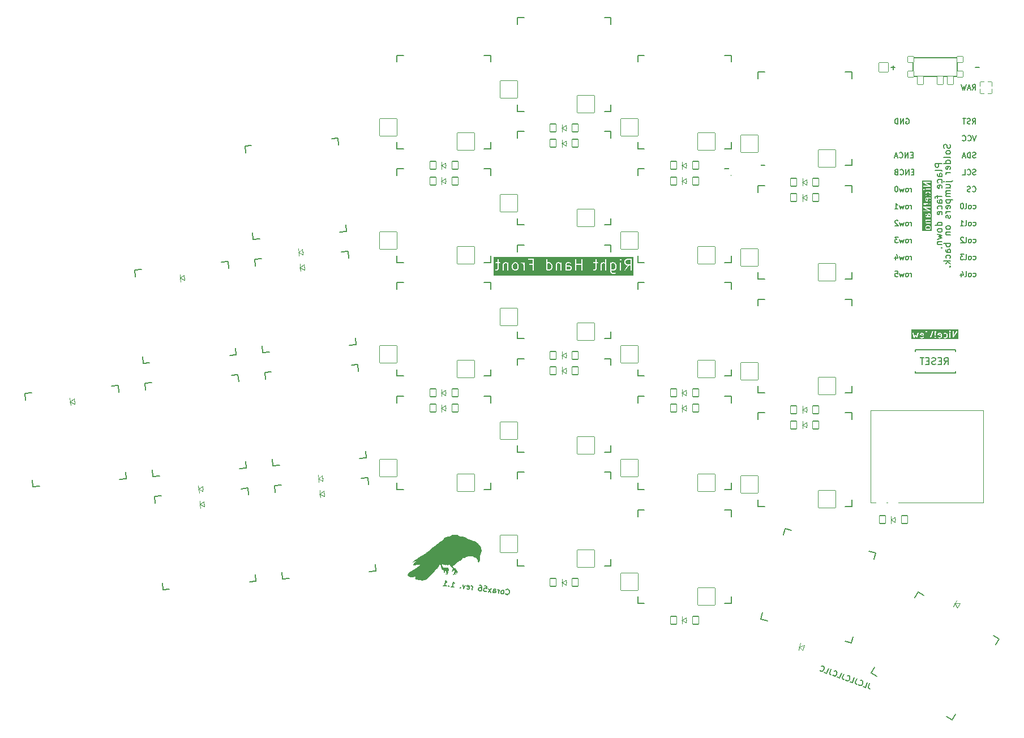
<source format=gbo>
%TF.GenerationSoftware,KiCad,Pcbnew,7.0.6-7.0.6~ubuntu20.04.1*%
%TF.CreationDate,2023-08-05T11:34:34+02:00*%
%TF.ProjectId,keyboard,6b657962-6f61-4726-942e-6b696361645f,v1.0.0*%
%TF.SameCoordinates,Original*%
%TF.FileFunction,Legend,Bot*%
%TF.FilePolarity,Positive*%
%FSLAX46Y46*%
G04 Gerber Fmt 4.6, Leading zero omitted, Abs format (unit mm)*
G04 Created by KiCad (PCBNEW 7.0.6-7.0.6~ubuntu20.04.1) date 2023-08-05 11:34:34*
%MOMM*%
%LPD*%
G01*
G04 APERTURE LIST*
G04 Aperture macros list*
%AMRoundRect*
0 Rectangle with rounded corners*
0 $1 Rounding radius*
0 $2 $3 $4 $5 $6 $7 $8 $9 X,Y pos of 4 corners*
0 Add a 4 corners polygon primitive as box body*
4,1,4,$2,$3,$4,$5,$6,$7,$8,$9,$2,$3,0*
0 Add four circle primitives for the rounded corners*
1,1,$1+$1,$2,$3*
1,1,$1+$1,$4,$5*
1,1,$1+$1,$6,$7*
1,1,$1+$1,$8,$9*
0 Add four rect primitives between the rounded corners*
20,1,$1+$1,$2,$3,$4,$5,0*
20,1,$1+$1,$4,$5,$6,$7,0*
20,1,$1+$1,$6,$7,$8,$9,0*
20,1,$1+$1,$8,$9,$2,$3,0*%
%AMFreePoly0*
4,1,14,0.635355,0.435355,0.650000,0.400000,0.650000,0.200000,0.635355,0.164645,0.035355,-0.435355,0.000000,-0.450000,-0.035355,-0.435355,-0.635355,0.164645,-0.650000,0.200000,-0.650000,0.400000,-0.635355,0.435355,-0.600000,0.450000,0.600000,0.450000,0.635355,0.435355,0.635355,0.435355,$1*%
%AMFreePoly1*
4,1,16,0.635355,1.035355,0.650000,1.000000,0.650000,-0.250000,0.635355,-0.285355,0.600000,-0.300000,-0.600000,-0.300000,-0.635355,-0.285355,-0.650000,-0.250000,-0.650000,1.000000,-0.635355,1.035355,-0.600000,1.050000,-0.564645,1.035355,0.000000,0.470710,0.564645,1.035355,0.600000,1.050000,0.635355,1.035355,0.635355,1.035355,$1*%
G04 Aperture macros list end*
%ADD10C,0.000000*%
%ADD11C,0.150000*%
%ADD12C,0.100000*%
%ADD13C,0.120000*%
%ADD14R,1.400000X1.400000*%
%ADD15C,1.400000*%
%ADD16C,1.752600*%
%ADD17RoundRect,0.050000X-0.450000X-0.450000X0.450000X-0.450000X0.450000X0.450000X-0.450000X0.450000X0*%
%ADD18C,1.100000*%
%ADD19RoundRect,0.050000X-0.450000X-0.625000X0.450000X-0.625000X0.450000X0.625000X-0.450000X0.625000X0*%
%ADD20FreePoly0,180.000000*%
%ADD21FreePoly1,180.000000*%
%ADD22C,1.801800*%
%ADD23C,3.100000*%
%ADD24C,3.529000*%
%ADD25RoundRect,0.050000X1.300000X1.300000X-1.300000X1.300000X-1.300000X-1.300000X1.300000X-1.300000X0*%
%ADD26C,4.800000*%
%ADD27RoundRect,0.050000X-0.395994X-0.636937X0.500581X-0.558497X0.395994X0.636937X-0.500581X0.558497X0*%
%ADD28C,0.700000*%
%ADD29RoundRect,0.050000X-0.450000X-0.600000X0.450000X-0.600000X0.450000X0.600000X-0.450000X0.600000X0*%
%ADD30C,4.100000*%
%ADD31FreePoly0,90.000000*%
%ADD32FreePoly1,90.000000*%
%ADD33RoundRect,0.050000X-0.700000X0.700000X-0.700000X-0.700000X0.700000X-0.700000X0.700000X0.700000X0*%
%ADD34C,1.500000*%
%ADD35RoundRect,0.050000X1.181751X1.408356X-1.408356X1.181751X-1.181751X-1.408356X1.408356X-1.181751X0*%
%ADD36RoundRect,0.050000X-0.876300X0.876300X-0.876300X-0.876300X0.876300X-0.876300X0.876300X0.876300X0*%
%ADD37C,1.852600*%
%ADD38RoundRect,0.050000X-0.475833X1.775833X-1.775833X-0.475833X0.475833X-1.775833X1.775833X0.475833X0*%
%ADD39C,2.100000*%
%ADD40RoundRect,0.050000X1.592168X0.919239X-0.919239X1.592168X-1.592168X-0.919239X0.919239X-1.592168X0*%
%ADD41RoundRect,0.050000X-0.589958X-0.463087X0.279375X-0.696024X0.589958X0.463087X-0.279375X0.696024X0*%
%ADD42FreePoly0,270.000000*%
%ADD43FreePoly1,270.000000*%
%ADD44C,1.700000*%
%ADD45RoundRect,0.050000X-0.689711X-0.294615X0.089711X-0.744615X0.689711X0.294615X-0.089711X0.744615X0*%
%ADD46O,1.800000X1.800000*%
G04 APERTURE END LIST*
D10*
G36*
X115853517Y-116095642D02*
G01*
X115888702Y-116096593D01*
X115959070Y-116099101D01*
X116002535Y-116110747D01*
X116009943Y-116115491D01*
X116017449Y-116120121D01*
X116032498Y-116129336D01*
X116039913Y-116134068D01*
X116047171Y-116138980D01*
X116050721Y-116141527D01*
X116054208Y-116144147D01*
X116057624Y-116146849D01*
X116060961Y-116149642D01*
X116070569Y-116157743D01*
X116080317Y-116165581D01*
X116090205Y-116173161D01*
X116100232Y-116180486D01*
X116110399Y-116187560D01*
X116120705Y-116194387D01*
X116131151Y-116200972D01*
X116141736Y-116207318D01*
X116152461Y-116213430D01*
X116163325Y-116219310D01*
X116174328Y-116224965D01*
X116185470Y-116230397D01*
X116196752Y-116235610D01*
X116208173Y-116240609D01*
X116219733Y-116245398D01*
X116231432Y-116249980D01*
X116283019Y-116270142D01*
X116308795Y-116280229D01*
X116334670Y-116290017D01*
X116360726Y-116299278D01*
X116387044Y-116307783D01*
X116400328Y-116311682D01*
X116413708Y-116315307D01*
X116427194Y-116318629D01*
X116440798Y-116321620D01*
X116484815Y-116330889D01*
X116528784Y-116340409D01*
X116616724Y-116359484D01*
X116637609Y-116363813D01*
X116658525Y-116367983D01*
X116700365Y-116376216D01*
X116700761Y-116375079D01*
X116701166Y-116373937D01*
X116701990Y-116371665D01*
X116676561Y-116357669D01*
X116676686Y-116356508D01*
X116676847Y-116355409D01*
X116677044Y-116354370D01*
X116677276Y-116353389D01*
X116677544Y-116352464D01*
X116677846Y-116351593D01*
X116678183Y-116350775D01*
X116678553Y-116350008D01*
X116678957Y-116349290D01*
X116679393Y-116348620D01*
X116679862Y-116347995D01*
X116680363Y-116347414D01*
X116680895Y-116346875D01*
X116681458Y-116346377D01*
X116682052Y-116345918D01*
X116682675Y-116345495D01*
X116683329Y-116345108D01*
X116684011Y-116344754D01*
X116684722Y-116344432D01*
X116685461Y-116344139D01*
X116686228Y-116343875D01*
X116687022Y-116343638D01*
X116688690Y-116343235D01*
X116690462Y-116342917D01*
X116692333Y-116342670D01*
X116694300Y-116342481D01*
X116696360Y-116342334D01*
X116710273Y-116341769D01*
X116724082Y-116341718D01*
X116737789Y-116342162D01*
X116751400Y-116343081D01*
X116764918Y-116344456D01*
X116778348Y-116346267D01*
X116791695Y-116348496D01*
X116804961Y-116351121D01*
X116818153Y-116354125D01*
X116831273Y-116357487D01*
X116844326Y-116361189D01*
X116857317Y-116365210D01*
X116883128Y-116374134D01*
X116908739Y-116384105D01*
X116925019Y-116391108D01*
X116933125Y-116394440D01*
X116937218Y-116395962D01*
X116941357Y-116397351D01*
X116945555Y-116398577D01*
X116949827Y-116399611D01*
X116954187Y-116400426D01*
X116958648Y-116400991D01*
X116963224Y-116401278D01*
X116967930Y-116401258D01*
X116970335Y-116401124D01*
X116972779Y-116400903D01*
X116975261Y-116400591D01*
X116977785Y-116400183D01*
X116981305Y-116399679D01*
X116984896Y-116399409D01*
X116988547Y-116399358D01*
X116992250Y-116399512D01*
X116995994Y-116399853D01*
X116999767Y-116400367D01*
X117003561Y-116401039D01*
X117007365Y-116401852D01*
X117011169Y-116402791D01*
X117014962Y-116403841D01*
X117018735Y-116404987D01*
X117022476Y-116406211D01*
X117029826Y-116408838D01*
X117036928Y-116411597D01*
X117050662Y-116417145D01*
X117064348Y-116422854D01*
X117077972Y-116428734D01*
X117091520Y-116434797D01*
X117104978Y-116441054D01*
X117118332Y-116447517D01*
X117131568Y-116454197D01*
X117144671Y-116461104D01*
X117160713Y-116470030D01*
X117176485Y-116479322D01*
X117192004Y-116488961D01*
X117207284Y-116498925D01*
X117222341Y-116509192D01*
X117237191Y-116519742D01*
X117266330Y-116541605D01*
X117294826Y-116564343D01*
X117322803Y-116587788D01*
X117350384Y-116611770D01*
X117377695Y-116636119D01*
X117389372Y-116646416D01*
X117401222Y-116656505D01*
X117413196Y-116666421D01*
X117425242Y-116676202D01*
X117473131Y-116714698D01*
X117480259Y-116709851D01*
X117483227Y-116707901D01*
X117485870Y-116706261D01*
X117488244Y-116704923D01*
X117489347Y-116704367D01*
X117490402Y-116703883D01*
X117491417Y-116703473D01*
X117492399Y-116703135D01*
X117493354Y-116702869D01*
X117494290Y-116702674D01*
X117495212Y-116702548D01*
X117496128Y-116702493D01*
X117497045Y-116702506D01*
X117497969Y-116702587D01*
X117498907Y-116702735D01*
X117499867Y-116702951D01*
X117500854Y-116703232D01*
X117501876Y-116703578D01*
X117504051Y-116704464D01*
X117506447Y-116705603D01*
X117509118Y-116706989D01*
X117512118Y-116708617D01*
X117520519Y-116713304D01*
X117528861Y-116718098D01*
X117545428Y-116727893D01*
X117561952Y-116737779D01*
X117578562Y-116747535D01*
X117582951Y-116750121D01*
X117585302Y-116751457D01*
X117586483Y-116752088D01*
X117587654Y-116752675D01*
X117588807Y-116753205D01*
X117589931Y-116753665D01*
X117591018Y-116754041D01*
X117592057Y-116754318D01*
X117592555Y-116754416D01*
X117593038Y-116754484D01*
X117593505Y-116754521D01*
X117593953Y-116754525D01*
X117594383Y-116754494D01*
X117594792Y-116754427D01*
X117595180Y-116754321D01*
X117595545Y-116754176D01*
X117597710Y-116753200D01*
X117599834Y-116752378D01*
X117601918Y-116751702D01*
X117603963Y-116751166D01*
X117605971Y-116750766D01*
X117607943Y-116750494D01*
X117609881Y-116750344D01*
X117611787Y-116750311D01*
X117613661Y-116750389D01*
X117615506Y-116750571D01*
X117617322Y-116750851D01*
X117619112Y-116751224D01*
X117620876Y-116751682D01*
X117622616Y-116752221D01*
X117626031Y-116753515D01*
X117629368Y-116755058D01*
X117632640Y-116756800D01*
X117635857Y-116758694D01*
X117639032Y-116760690D01*
X117645302Y-116764798D01*
X117648421Y-116766813D01*
X117651545Y-116768737D01*
X117659700Y-116773754D01*
X117667733Y-116778977D01*
X117675673Y-116784358D01*
X117683545Y-116789850D01*
X117699201Y-116800982D01*
X117707040Y-116806528D01*
X117714922Y-116811999D01*
X117717658Y-116813976D01*
X117719121Y-116815013D01*
X117719857Y-116815509D01*
X117720590Y-116815976D01*
X117721313Y-116816405D01*
X117722021Y-116816785D01*
X117722709Y-116817107D01*
X117723371Y-116817360D01*
X117723691Y-116817457D01*
X117724002Y-116817534D01*
X117724305Y-116817589D01*
X117724597Y-116817620D01*
X117724880Y-116817626D01*
X117725151Y-116817606D01*
X117725410Y-116817560D01*
X117725657Y-116817485D01*
X117727365Y-116816907D01*
X117729054Y-116816428D01*
X117730725Y-116816046D01*
X117732378Y-116815756D01*
X117734016Y-116815555D01*
X117735640Y-116815438D01*
X117737250Y-116815403D01*
X117738848Y-116815446D01*
X117740436Y-116815563D01*
X117742014Y-116815750D01*
X117745148Y-116816320D01*
X117748259Y-116817128D01*
X117751359Y-116818144D01*
X117754457Y-116819338D01*
X117757565Y-116820682D01*
X117760691Y-116822146D01*
X117763846Y-116823701D01*
X117770285Y-116826965D01*
X117776964Y-116830241D01*
X117773430Y-116819224D01*
X117769789Y-116808590D01*
X117766302Y-116798233D01*
X117764698Y-116793125D01*
X117763230Y-116788045D01*
X117761932Y-116782980D01*
X117760835Y-116777917D01*
X117759972Y-116772842D01*
X117759377Y-116767742D01*
X117759081Y-116762604D01*
X117759117Y-116757413D01*
X117759518Y-116752157D01*
X117760317Y-116746821D01*
X117761740Y-116748573D01*
X117763096Y-116750353D01*
X117764391Y-116752156D01*
X117765629Y-116753981D01*
X117766817Y-116755825D01*
X117767961Y-116757687D01*
X117770139Y-116761449D01*
X117772209Y-116765247D01*
X117774218Y-116769062D01*
X117778238Y-116776660D01*
X117798268Y-116813236D01*
X117808497Y-116831415D01*
X117819002Y-116849425D01*
X117820276Y-116851499D01*
X117821610Y-116853518D01*
X117823013Y-116855458D01*
X117824494Y-116857294D01*
X117826062Y-116859001D01*
X117826881Y-116859799D01*
X117827725Y-116860555D01*
X117828594Y-116861266D01*
X117829491Y-116861930D01*
X117830416Y-116862543D01*
X117831370Y-116863102D01*
X117832354Y-116863604D01*
X117833369Y-116864046D01*
X117834417Y-116864425D01*
X117835498Y-116864737D01*
X117836614Y-116864980D01*
X117837765Y-116865151D01*
X117838953Y-116865246D01*
X117840179Y-116865263D01*
X117841443Y-116865198D01*
X117842748Y-116865048D01*
X117844093Y-116864810D01*
X117845481Y-116864481D01*
X117846912Y-116864058D01*
X117848386Y-116863538D01*
X117849907Y-116862917D01*
X117851473Y-116862193D01*
X117846649Y-116856135D01*
X117841795Y-116850162D01*
X117832153Y-116838328D01*
X117827445Y-116832397D01*
X117822863Y-116826410D01*
X117818449Y-116820332D01*
X117816317Y-116817248D01*
X117814242Y-116814128D01*
X117812129Y-116811011D01*
X117809906Y-116807922D01*
X117805269Y-116801718D01*
X117802922Y-116798549D01*
X117800601Y-116795300D01*
X117798341Y-116791944D01*
X117796174Y-116788453D01*
X117794136Y-116784801D01*
X117792259Y-116780961D01*
X117791392Y-116778962D01*
X117790578Y-116776906D01*
X117789821Y-116774789D01*
X117789126Y-116772609D01*
X117788497Y-116770361D01*
X117787939Y-116768042D01*
X117787454Y-116765650D01*
X117787048Y-116763180D01*
X117786725Y-116760629D01*
X117786489Y-116757995D01*
X117786344Y-116755272D01*
X117786295Y-116752459D01*
X117833162Y-116797679D01*
X117838280Y-116787643D01*
X117843546Y-116777259D01*
X117879160Y-116819720D01*
X117880091Y-116817967D01*
X117881031Y-116816366D01*
X117881979Y-116814913D01*
X117882933Y-116813603D01*
X117883895Y-116812431D01*
X117884862Y-116811395D01*
X117885835Y-116810488D01*
X117886813Y-116809706D01*
X117887794Y-116809046D01*
X117888780Y-116808502D01*
X117889768Y-116808070D01*
X117890759Y-116807745D01*
X117891752Y-116807524D01*
X117892746Y-116807402D01*
X117893741Y-116807374D01*
X117894735Y-116807435D01*
X117895730Y-116807582D01*
X117896723Y-116807810D01*
X117897714Y-116808114D01*
X117898703Y-116808491D01*
X117899689Y-116808935D01*
X117900672Y-116809442D01*
X117901650Y-116810007D01*
X117902624Y-116810627D01*
X117904555Y-116812011D01*
X117906460Y-116813558D01*
X117908335Y-116815233D01*
X117910174Y-116817000D01*
X117918117Y-116824947D01*
X117925985Y-116832972D01*
X117941578Y-116849172D01*
X117957123Y-116865421D01*
X117972788Y-116881541D01*
X117973680Y-116882413D01*
X117974608Y-116883258D01*
X117975572Y-116884083D01*
X117976575Y-116884895D01*
X117977618Y-116885700D01*
X117978704Y-116886504D01*
X117981011Y-116888137D01*
X117986216Y-116891689D01*
X117989145Y-116893713D01*
X117992312Y-116895972D01*
X117992321Y-116890956D01*
X117991977Y-116886041D01*
X117991353Y-116881214D01*
X117990520Y-116876461D01*
X117986553Y-116857924D01*
X117985765Y-116853341D01*
X117985204Y-116848753D01*
X117984942Y-116844145D01*
X117984945Y-116841829D01*
X117985050Y-116839503D01*
X117985267Y-116837166D01*
X117985603Y-116834816D01*
X117986068Y-116832451D01*
X117986672Y-116830069D01*
X117987423Y-116827669D01*
X117988330Y-116825249D01*
X117989402Y-116822807D01*
X117990648Y-116820342D01*
X118010978Y-116835412D01*
X118015799Y-116839016D01*
X118020525Y-116842619D01*
X118025161Y-116846252D01*
X118029711Y-116849948D01*
X118036469Y-116855627D01*
X118043170Y-116861370D01*
X118056471Y-116872974D01*
X118069749Y-116884607D01*
X118083140Y-116896117D01*
X118088652Y-116900643D01*
X118094244Y-116904989D01*
X118099922Y-116909149D01*
X118105688Y-116913116D01*
X118111549Y-116916883D01*
X118117506Y-116920445D01*
X118123566Y-116923794D01*
X118129732Y-116926925D01*
X118136009Y-116929831D01*
X118142400Y-116932505D01*
X118148910Y-116934941D01*
X118155544Y-116937133D01*
X118162305Y-116939074D01*
X118169199Y-116940758D01*
X118176228Y-116942178D01*
X118183397Y-116943328D01*
X118186541Y-116943807D01*
X118189676Y-116944366D01*
X118192802Y-116944999D01*
X118195919Y-116945700D01*
X118202126Y-116947286D01*
X118208299Y-116949077D01*
X118214439Y-116951030D01*
X118220546Y-116953099D01*
X118232668Y-116957408D01*
X118260477Y-116967664D01*
X118288196Y-116978184D01*
X118315951Y-116988597D01*
X118329881Y-116993648D01*
X118343866Y-116998534D01*
X118352987Y-117001474D01*
X118362139Y-117004250D01*
X118371245Y-117007076D01*
X118375758Y-117008574D01*
X118380232Y-117010165D01*
X118384657Y-117011875D01*
X118389024Y-117013731D01*
X118393324Y-117015760D01*
X118397547Y-117017989D01*
X118401684Y-117020443D01*
X118405726Y-117023150D01*
X118409662Y-117026137D01*
X118413485Y-117029429D01*
X118415060Y-117030795D01*
X118416718Y-117032072D01*
X118418449Y-117033268D01*
X118420247Y-117034392D01*
X118422102Y-117035454D01*
X118424006Y-117036462D01*
X118425953Y-117037426D01*
X118427933Y-117038355D01*
X118431962Y-117040143D01*
X118436028Y-117041898D01*
X118440068Y-117043694D01*
X118442058Y-117044630D01*
X118444018Y-117045604D01*
X118447094Y-117039108D01*
X118449867Y-117033430D01*
X118452414Y-117028533D01*
X118454815Y-117024381D01*
X118455985Y-117022573D01*
X118457148Y-117020938D01*
X118458314Y-117019471D01*
X118459492Y-117018168D01*
X118460692Y-117017024D01*
X118461925Y-117016036D01*
X118463199Y-117015197D01*
X118464525Y-117014504D01*
X118465913Y-117013953D01*
X118467372Y-117013538D01*
X118468913Y-117013256D01*
X118470545Y-117013101D01*
X118472277Y-117013070D01*
X118474120Y-117013158D01*
X118476084Y-117013360D01*
X118478178Y-117013671D01*
X118482797Y-117014606D01*
X118488055Y-117015927D01*
X118494031Y-117017596D01*
X118500803Y-117019580D01*
X118517755Y-117024640D01*
X118534632Y-117029853D01*
X118548638Y-117034494D01*
X118562391Y-117039486D01*
X118575876Y-117044851D01*
X118589080Y-117050614D01*
X118601991Y-117056795D01*
X118614596Y-117063418D01*
X118626880Y-117070507D01*
X118638832Y-117078083D01*
X118650438Y-117086169D01*
X118661685Y-117094789D01*
X118672559Y-117103964D01*
X118683048Y-117113719D01*
X118693139Y-117124075D01*
X118702818Y-117135055D01*
X118712072Y-117146683D01*
X118720888Y-117158980D01*
X118723923Y-117163168D01*
X118727170Y-117167144D01*
X118730615Y-117170914D01*
X118734247Y-117174484D01*
X118738054Y-117177860D01*
X118742023Y-117181047D01*
X118746143Y-117184052D01*
X118750401Y-117186879D01*
X118754785Y-117189535D01*
X118759283Y-117192026D01*
X118763882Y-117194358D01*
X118768572Y-117196535D01*
X118773338Y-117198565D01*
X118778170Y-117200453D01*
X118783055Y-117202205D01*
X118787981Y-117203826D01*
X118791616Y-117199858D01*
X118794912Y-117196396D01*
X118797916Y-117193439D01*
X118799324Y-117192150D01*
X118800675Y-117190988D01*
X118801976Y-117189952D01*
X118803234Y-117189041D01*
X118804453Y-117188257D01*
X118805640Y-117187600D01*
X118806800Y-117187068D01*
X118807939Y-117186662D01*
X118809063Y-117186383D01*
X118810178Y-117186229D01*
X118811289Y-117186202D01*
X118812403Y-117186300D01*
X118813524Y-117186525D01*
X118814660Y-117186875D01*
X118815815Y-117187351D01*
X118816996Y-117187953D01*
X118818207Y-117188681D01*
X118819456Y-117189535D01*
X118820748Y-117190514D01*
X118822088Y-117191619D01*
X118823483Y-117192850D01*
X118824938Y-117194207D01*
X118828052Y-117197296D01*
X118831476Y-117200888D01*
X118859359Y-117230887D01*
X118887005Y-117261108D01*
X118914350Y-117291600D01*
X118941332Y-117322409D01*
X118943500Y-117324869D01*
X118945692Y-117327255D01*
X118947911Y-117329570D01*
X118950161Y-117331812D01*
X118952446Y-117333984D01*
X118954769Y-117336087D01*
X118957133Y-117338119D01*
X118959543Y-117340084D01*
X118962002Y-117341981D01*
X118964514Y-117343810D01*
X118967082Y-117345574D01*
X118969710Y-117347272D01*
X118972401Y-117348906D01*
X118975159Y-117350476D01*
X118977988Y-117351982D01*
X118980890Y-117353427D01*
X118990503Y-117358157D01*
X118999994Y-117363068D01*
X119009361Y-117368162D01*
X119018601Y-117373439D01*
X119027712Y-117378902D01*
X119036692Y-117384552D01*
X119045538Y-117390390D01*
X119054249Y-117396418D01*
X119062821Y-117402637D01*
X119071253Y-117409050D01*
X119079542Y-117415657D01*
X119087685Y-117422460D01*
X119095681Y-117429460D01*
X119103528Y-117436660D01*
X119111222Y-117444060D01*
X119118761Y-117451663D01*
X119145536Y-117480101D01*
X119171416Y-117509227D01*
X119196364Y-117539066D01*
X119220339Y-117569646D01*
X119231950Y-117585222D01*
X119243303Y-117600993D01*
X119254393Y-117616962D01*
X119265216Y-117633133D01*
X119275767Y-117649509D01*
X119286040Y-117666093D01*
X119296031Y-117682889D01*
X119305735Y-117699900D01*
X119306472Y-117701193D01*
X119307240Y-117702473D01*
X119308861Y-117705015D01*
X119310591Y-117707560D01*
X119312426Y-117710144D01*
X119316380Y-117715569D01*
X119318487Y-117718480D01*
X119320673Y-117721572D01*
X119339831Y-117689204D01*
X119345350Y-117694503D01*
X119350578Y-117699894D01*
X119355530Y-117705370D01*
X119360226Y-117710926D01*
X119364683Y-117716556D01*
X119368919Y-117722255D01*
X119372951Y-117728018D01*
X119376798Y-117733839D01*
X119380477Y-117739712D01*
X119384005Y-117745632D01*
X119390684Y-117757592D01*
X119396976Y-117769673D01*
X119403025Y-117781832D01*
X119414411Y-117805765D01*
X119425239Y-117829863D01*
X119435509Y-117854125D01*
X119445226Y-117878550D01*
X119454391Y-117903137D01*
X119463008Y-117927884D01*
X119471079Y-117952791D01*
X119478607Y-117977857D01*
X119485595Y-118003080D01*
X119492046Y-118028458D01*
X119497962Y-118053992D01*
X119503346Y-118079679D01*
X119508201Y-118105519D01*
X119512529Y-118131511D01*
X119516334Y-118157653D01*
X119519617Y-118183944D01*
X119521431Y-118201562D01*
X119521986Y-118205944D01*
X119522662Y-118210292D01*
X119523499Y-118214595D01*
X119523991Y-118216726D01*
X119524538Y-118218840D01*
X119528471Y-118233897D01*
X119532048Y-118248997D01*
X119535284Y-118264136D01*
X119538195Y-118279313D01*
X119543099Y-118309773D01*
X119546883Y-118340361D01*
X119549666Y-118371061D01*
X119551568Y-118401856D01*
X119552712Y-118432730D01*
X119553217Y-118463668D01*
X119553081Y-118478115D01*
X119552579Y-118492579D01*
X119551170Y-118521513D01*
X119550614Y-118535956D01*
X119550389Y-118550367D01*
X119550669Y-118564734D01*
X119551054Y-118571896D01*
X119551630Y-118579043D01*
X119552104Y-118585574D01*
X119552286Y-118591985D01*
X119552189Y-118598287D01*
X119551827Y-118604488D01*
X119551215Y-118610600D01*
X119550366Y-118616630D01*
X119549294Y-118622589D01*
X119548013Y-118628488D01*
X119546537Y-118634335D01*
X119544880Y-118640140D01*
X119543056Y-118645913D01*
X119541078Y-118651664D01*
X119536720Y-118663138D01*
X119531916Y-118674639D01*
X119530317Y-118678467D01*
X119528807Y-118682333D01*
X119526017Y-118690166D01*
X119523480Y-118698109D01*
X119521133Y-118706133D01*
X119512324Y-118738459D01*
X119512221Y-118738923D01*
X119512159Y-118739438D01*
X119512135Y-118739994D01*
X119512147Y-118740581D01*
X119512192Y-118741188D01*
X119512267Y-118741804D01*
X119512371Y-118742420D01*
X119512502Y-118743024D01*
X119512656Y-118743606D01*
X119512832Y-118744156D01*
X119513027Y-118744663D01*
X119513239Y-118745116D01*
X119513465Y-118745505D01*
X119513704Y-118745820D01*
X119513827Y-118745946D01*
X119513952Y-118746050D01*
X119514079Y-118746130D01*
X119514208Y-118746184D01*
X119515618Y-118746682D01*
X119516895Y-118747210D01*
X119518043Y-118747768D01*
X119519068Y-118748352D01*
X119519974Y-118748963D01*
X119520766Y-118749597D01*
X119521451Y-118750254D01*
X119522032Y-118750931D01*
X119522516Y-118751628D01*
X119522907Y-118752342D01*
X119523211Y-118753073D01*
X119523432Y-118753817D01*
X119523575Y-118754574D01*
X119523647Y-118755342D01*
X119523651Y-118756120D01*
X119523594Y-118756905D01*
X119523480Y-118757697D01*
X119523314Y-118758493D01*
X119523102Y-118759292D01*
X119522849Y-118760092D01*
X119522239Y-118761690D01*
X119521525Y-118763274D01*
X119518458Y-118769206D01*
X119511684Y-118782843D01*
X119508201Y-118789625D01*
X119504612Y-118796345D01*
X119500887Y-118802973D01*
X119496993Y-118809480D01*
X119492902Y-118815838D01*
X119490772Y-118818951D01*
X119488581Y-118822016D01*
X119485840Y-118825687D01*
X119483035Y-118829313D01*
X119477253Y-118836458D01*
X119471273Y-118843502D01*
X119465130Y-118850494D01*
X119452506Y-118864518D01*
X119446099Y-118871650D01*
X119439676Y-118878928D01*
X119441885Y-118887148D01*
X119443844Y-118895381D01*
X119445540Y-118903625D01*
X119446962Y-118911879D01*
X119448098Y-118920140D01*
X119448936Y-118928407D01*
X119449466Y-118936678D01*
X119449675Y-118944951D01*
X119449551Y-118953225D01*
X119449083Y-118961496D01*
X119448258Y-118969765D01*
X119447066Y-118978028D01*
X119445495Y-118986283D01*
X119443532Y-118994530D01*
X119441167Y-119002766D01*
X119438387Y-119010989D01*
X119429973Y-119032854D01*
X119425473Y-119043623D01*
X119420763Y-119054273D01*
X119415832Y-119064794D01*
X119410669Y-119075180D01*
X119405262Y-119085422D01*
X119399602Y-119095512D01*
X119393677Y-119105442D01*
X119387475Y-119115203D01*
X119380986Y-119124789D01*
X119374200Y-119134191D01*
X119367104Y-119143400D01*
X119359688Y-119152409D01*
X119351941Y-119161210D01*
X119343851Y-119169795D01*
X119341350Y-119172431D01*
X119338999Y-119175072D01*
X119336800Y-119177728D01*
X119334757Y-119180408D01*
X119332872Y-119183119D01*
X119331148Y-119185872D01*
X119329588Y-119188676D01*
X119328195Y-119191538D01*
X119326972Y-119194469D01*
X119325921Y-119197477D01*
X119325046Y-119200571D01*
X119324349Y-119203761D01*
X119323834Y-119207054D01*
X119323503Y-119210461D01*
X119323359Y-119213990D01*
X119323404Y-119217650D01*
X119323409Y-119219528D01*
X119323293Y-119221415D01*
X119323067Y-119223318D01*
X119322741Y-119225242D01*
X119322325Y-119227191D01*
X119321829Y-119229172D01*
X119321264Y-119231191D01*
X119320641Y-119233251D01*
X119317765Y-119242029D01*
X119316243Y-119246816D01*
X119315498Y-119249327D01*
X119314776Y-119251925D01*
X119316147Y-119253529D01*
X119317387Y-119255222D01*
X119317953Y-119256100D01*
X119318479Y-119256998D01*
X119318964Y-119257916D01*
X119319405Y-119258854D01*
X119319801Y-119259811D01*
X119320149Y-119260786D01*
X119320446Y-119261779D01*
X119320691Y-119262789D01*
X119320882Y-119263816D01*
X119321016Y-119264859D01*
X119321090Y-119265917D01*
X119321104Y-119266991D01*
X119321055Y-119268080D01*
X119320940Y-119269182D01*
X119320757Y-119270299D01*
X119320504Y-119271428D01*
X119320180Y-119272569D01*
X119319781Y-119273723D01*
X119319306Y-119274888D01*
X119318752Y-119276064D01*
X119318117Y-119277250D01*
X119317399Y-119278446D01*
X119316596Y-119279652D01*
X119315706Y-119280866D01*
X119314726Y-119282088D01*
X119313655Y-119283319D01*
X119312489Y-119284556D01*
X119311228Y-119285800D01*
X119308252Y-119288798D01*
X119305558Y-119291866D01*
X119303146Y-119295005D01*
X119302046Y-119296602D01*
X119301016Y-119298217D01*
X119300058Y-119299851D01*
X119299170Y-119301504D01*
X119298352Y-119303176D01*
X119297606Y-119304868D01*
X119296930Y-119306580D01*
X119296325Y-119308312D01*
X119295791Y-119310064D01*
X119295327Y-119311837D01*
X119294935Y-119313631D01*
X119294613Y-119315445D01*
X119294363Y-119317281D01*
X119294183Y-119319139D01*
X119294074Y-119321018D01*
X119294037Y-119322920D01*
X119294070Y-119324844D01*
X119294174Y-119326790D01*
X119294597Y-119330752D01*
X119295303Y-119334808D01*
X119296295Y-119338959D01*
X119297571Y-119343207D01*
X119298718Y-119346819D01*
X119299786Y-119350458D01*
X119301718Y-119357808D01*
X119303421Y-119365234D01*
X119304950Y-119372718D01*
X119310412Y-119402812D01*
X119315169Y-119429554D01*
X119319274Y-119456292D01*
X119322725Y-119483025D01*
X119325519Y-119509752D01*
X119327654Y-119536476D01*
X119329128Y-119563194D01*
X119329939Y-119589907D01*
X119330085Y-119616616D01*
X119329563Y-119643319D01*
X119328371Y-119670018D01*
X119326508Y-119696712D01*
X119323970Y-119723401D01*
X119320755Y-119750085D01*
X119316862Y-119776764D01*
X119312289Y-119803438D01*
X119307032Y-119830107D01*
X119306708Y-119831820D01*
X119306441Y-119833545D01*
X119306227Y-119835280D01*
X119306059Y-119837025D01*
X119305838Y-119840540D01*
X119305732Y-119844078D01*
X119305681Y-119851183D01*
X119305644Y-119854730D01*
X119305536Y-119858260D01*
X119265597Y-120007315D01*
X119252136Y-120043015D01*
X119248813Y-120051956D01*
X119245581Y-120060926D01*
X119242476Y-120069938D01*
X119239535Y-120079001D01*
X119236535Y-120088268D01*
X119233342Y-120097432D01*
X119229954Y-120106490D01*
X119226370Y-120115443D01*
X119222590Y-120124289D01*
X119218614Y-120133029D01*
X119214439Y-120141661D01*
X119210066Y-120150184D01*
X119205494Y-120158598D01*
X119200722Y-120166902D01*
X119195749Y-120175096D01*
X119190575Y-120183178D01*
X119185198Y-120191148D01*
X119179619Y-120199005D01*
X119173836Y-120206748D01*
X119167849Y-120214377D01*
X119164254Y-120218673D01*
X119162509Y-120220616D01*
X119160794Y-120222424D01*
X119159106Y-120224097D01*
X119157442Y-120225636D01*
X119155796Y-120227042D01*
X119154167Y-120228315D01*
X119152551Y-120229457D01*
X119150943Y-120230468D01*
X119149340Y-120231349D01*
X119147739Y-120232101D01*
X119146136Y-120232724D01*
X119144528Y-120233218D01*
X119142911Y-120233586D01*
X119141281Y-120233827D01*
X119139635Y-120233943D01*
X119137970Y-120233934D01*
X119136281Y-120233800D01*
X119134565Y-120233543D01*
X119132819Y-120233163D01*
X119131039Y-120232662D01*
X119129221Y-120232039D01*
X119127362Y-120231295D01*
X119125459Y-120230432D01*
X119123507Y-120229451D01*
X119121503Y-120228350D01*
X119119444Y-120227133D01*
X119115146Y-120224348D01*
X119110582Y-120221102D01*
X119109159Y-120220031D01*
X119107746Y-120218929D01*
X119106346Y-120217799D01*
X119104962Y-120216639D01*
X119103595Y-120215452D01*
X119102249Y-120214237D01*
X119100925Y-120212995D01*
X119099628Y-120211727D01*
X119098358Y-120210434D01*
X119097118Y-120209115D01*
X119095912Y-120207772D01*
X119094741Y-120206406D01*
X119093609Y-120205016D01*
X119092516Y-120203603D01*
X119091467Y-120202169D01*
X119090464Y-120200713D01*
X119080663Y-120186011D01*
X119075833Y-120178607D01*
X119071081Y-120171154D01*
X119066431Y-120163643D01*
X119061906Y-120156062D01*
X119057529Y-120148403D01*
X119053324Y-120140654D01*
X119039291Y-120113021D01*
X119026117Y-120085033D01*
X119013717Y-120056726D01*
X119002008Y-120028135D01*
X118990903Y-119999295D01*
X118980317Y-119970241D01*
X118970167Y-119941010D01*
X118960367Y-119911635D01*
X118863825Y-119618678D01*
X118862055Y-119613416D01*
X118860230Y-119608193D01*
X118856502Y-119597923D01*
X118849299Y-119578490D01*
X118804868Y-119571237D01*
X118783656Y-119567661D01*
X118762766Y-119563922D01*
X118762320Y-119563827D01*
X118761878Y-119563709D01*
X118761442Y-119563568D01*
X118761009Y-119563407D01*
X118760582Y-119563225D01*
X118760158Y-119563025D01*
X118759320Y-119562575D01*
X118758493Y-119562066D01*
X118757676Y-119561509D01*
X118756865Y-119560914D01*
X118756058Y-119560292D01*
X118754445Y-119559008D01*
X118752816Y-119557739D01*
X118751990Y-119557136D01*
X118751151Y-119556568D01*
X118750299Y-119556046D01*
X118749430Y-119555579D01*
X118739645Y-119550936D01*
X118734722Y-119548752D01*
X118729774Y-119546680D01*
X118724796Y-119544734D01*
X118719784Y-119542928D01*
X118714733Y-119541277D01*
X118709640Y-119539796D01*
X118704500Y-119538499D01*
X118699309Y-119537400D01*
X118694063Y-119536515D01*
X118688757Y-119535858D01*
X118683388Y-119535444D01*
X118677951Y-119535286D01*
X118672442Y-119535400D01*
X118666857Y-119535800D01*
X118663415Y-119536062D01*
X118661637Y-119536137D01*
X118659835Y-119536168D01*
X118658019Y-119536151D01*
X118656201Y-119536082D01*
X118654390Y-119535954D01*
X118652599Y-119535764D01*
X118650836Y-119535508D01*
X118649112Y-119535179D01*
X118647439Y-119534775D01*
X118645827Y-119534289D01*
X118644287Y-119533718D01*
X118642828Y-119533056D01*
X118641462Y-119532300D01*
X118640200Y-119531443D01*
X118639860Y-119531144D01*
X118639562Y-119530789D01*
X118639303Y-119530383D01*
X118639081Y-119529928D01*
X118638894Y-119529426D01*
X118638741Y-119528879D01*
X118638619Y-119528292D01*
X118638526Y-119527665D01*
X118638421Y-119526305D01*
X118638410Y-119524821D01*
X118638477Y-119523232D01*
X118638608Y-119521559D01*
X118638996Y-119518046D01*
X118639450Y-119514447D01*
X118639844Y-119510925D01*
X118639980Y-119509246D01*
X118640055Y-119507647D01*
X118623035Y-119504629D01*
X118610052Y-119502177D01*
X118604827Y-119501076D01*
X118600315Y-119500011D01*
X118596417Y-119498947D01*
X118593035Y-119497848D01*
X118590070Y-119496680D01*
X118587423Y-119495407D01*
X118584996Y-119493993D01*
X118582690Y-119492405D01*
X118580406Y-119490606D01*
X118578046Y-119488560D01*
X118572703Y-119483592D01*
X118586863Y-119474375D01*
X118535860Y-119460130D01*
X118523136Y-119456665D01*
X118510390Y-119453358D01*
X118497605Y-119450269D01*
X118484766Y-119447459D01*
X118481337Y-119446677D01*
X118478002Y-119445768D01*
X118474757Y-119444738D01*
X118471595Y-119443593D01*
X118468511Y-119442339D01*
X118465500Y-119440982D01*
X118459675Y-119437983D01*
X118454076Y-119434647D01*
X118448660Y-119431021D01*
X118443383Y-119427154D01*
X118438202Y-119423096D01*
X118417567Y-119405927D01*
X118412214Y-119401644D01*
X118406695Y-119397463D01*
X118400969Y-119393433D01*
X118394991Y-119389601D01*
X118425982Y-119366126D01*
X118425306Y-119365543D01*
X118424649Y-119364937D01*
X118424008Y-119364316D01*
X118423381Y-119363687D01*
X118422160Y-119362436D01*
X118420972Y-119361245D01*
X118420385Y-119360692D01*
X118419799Y-119360176D01*
X118419213Y-119359705D01*
X118418625Y-119359288D01*
X118418032Y-119358931D01*
X118417734Y-119358778D01*
X118417433Y-119358643D01*
X118417131Y-119358527D01*
X118416826Y-119358431D01*
X118416519Y-119358355D01*
X118416208Y-119358302D01*
X118409566Y-119357197D01*
X118403049Y-119355738D01*
X118396641Y-119353972D01*
X118390323Y-119351949D01*
X118384077Y-119349714D01*
X118377884Y-119347317D01*
X118365585Y-119342226D01*
X118353282Y-119337058D01*
X118347083Y-119334564D01*
X118340828Y-119332195D01*
X118334498Y-119329999D01*
X118328076Y-119328022D01*
X118321544Y-119326313D01*
X118314882Y-119324919D01*
X118247058Y-119311894D01*
X118179421Y-119297847D01*
X118044336Y-119268626D01*
X118021000Y-119263967D01*
X117997627Y-119260050D01*
X117974210Y-119256973D01*
X117950743Y-119254833D01*
X117938988Y-119254145D01*
X117927218Y-119253728D01*
X117915433Y-119253594D01*
X117903630Y-119253755D01*
X117891810Y-119254223D01*
X117879971Y-119255011D01*
X117868112Y-119256130D01*
X117856234Y-119257594D01*
X117849264Y-119258800D01*
X117848411Y-119258897D01*
X117847590Y-119258955D01*
X117846810Y-119258968D01*
X117846080Y-119258927D01*
X117845408Y-119258826D01*
X117845097Y-119258750D01*
X117844803Y-119258656D01*
X117844529Y-119258543D01*
X117844274Y-119258409D01*
X117844040Y-119258255D01*
X117843828Y-119258078D01*
X117842630Y-119257014D01*
X117841446Y-119256074D01*
X117840278Y-119255251D01*
X117839124Y-119254542D01*
X117837983Y-119253942D01*
X117836856Y-119253445D01*
X117835740Y-119253048D01*
X117834636Y-119252745D01*
X117833544Y-119252530D01*
X117832461Y-119252401D01*
X117831388Y-119252351D01*
X117830324Y-119252375D01*
X117829269Y-119252470D01*
X117828221Y-119252630D01*
X117827180Y-119252849D01*
X117826146Y-119253124D01*
X117824095Y-119253821D01*
X117822061Y-119254682D01*
X117820040Y-119255666D01*
X117818027Y-119256737D01*
X117814002Y-119258979D01*
X117811981Y-119260074D01*
X117809946Y-119261100D01*
X117797575Y-119267113D01*
X117791200Y-119270063D01*
X117787922Y-119271474D01*
X117784565Y-119272823D01*
X117781118Y-119274095D01*
X117777569Y-119275275D01*
X117773903Y-119276351D01*
X117770110Y-119277306D01*
X117766176Y-119278127D01*
X117762089Y-119278799D01*
X117757836Y-119279308D01*
X117753405Y-119279639D01*
X117779040Y-119241973D01*
X117775301Y-119237593D01*
X117716540Y-119268916D01*
X117721453Y-119236216D01*
X117720108Y-119236436D01*
X117718791Y-119236617D01*
X117716262Y-119236893D01*
X117711784Y-119237304D01*
X117710819Y-119237420D01*
X117709927Y-119237556D01*
X117709114Y-119237719D01*
X117708385Y-119237916D01*
X117707747Y-119238155D01*
X117707204Y-119238443D01*
X117706971Y-119238608D01*
X117706764Y-119238788D01*
X117706583Y-119238983D01*
X117706431Y-119239196D01*
X117705326Y-119240853D01*
X117704186Y-119242410D01*
X117703011Y-119243870D01*
X117701802Y-119245235D01*
X117700561Y-119246510D01*
X117699289Y-119247696D01*
X117697986Y-119248799D01*
X117696654Y-119249819D01*
X117695293Y-119250762D01*
X117693905Y-119251629D01*
X117692491Y-119252424D01*
X117691051Y-119253151D01*
X117689587Y-119253812D01*
X117688100Y-119254411D01*
X117686590Y-119254951D01*
X117685060Y-119255434D01*
X117681939Y-119256246D01*
X117678746Y-119256872D01*
X117675489Y-119257337D01*
X117672177Y-119257667D01*
X117668816Y-119257887D01*
X117665417Y-119258023D01*
X117658533Y-119258143D01*
X117654524Y-119258253D01*
X117650515Y-119258475D01*
X117642497Y-119259069D01*
X117638491Y-119259348D01*
X117634487Y-119259555D01*
X117630486Y-119259641D01*
X117628487Y-119259625D01*
X117626490Y-119259562D01*
X117621078Y-119259460D01*
X117615766Y-119259615D01*
X117610549Y-119260019D01*
X117605420Y-119260665D01*
X117600374Y-119261543D01*
X117595403Y-119262645D01*
X117590501Y-119263964D01*
X117585663Y-119265490D01*
X117580882Y-119267216D01*
X117576151Y-119269133D01*
X117571466Y-119271234D01*
X117566818Y-119273509D01*
X117562203Y-119275950D01*
X117557613Y-119278550D01*
X117553043Y-119281299D01*
X117548487Y-119284190D01*
X117537325Y-119291232D01*
X117525996Y-119298026D01*
X117514533Y-119304615D01*
X117502963Y-119311042D01*
X117479628Y-119323578D01*
X117456232Y-119335974D01*
X117454770Y-119336708D01*
X117453264Y-119337379D01*
X117451709Y-119337995D01*
X117450099Y-119338567D01*
X117448429Y-119339103D01*
X117446695Y-119339613D01*
X117443010Y-119340588D01*
X117434625Y-119342619D01*
X117429842Y-119343821D01*
X117424608Y-119345244D01*
X117426248Y-119342457D01*
X117427992Y-119339776D01*
X117429829Y-119337193D01*
X117431748Y-119334699D01*
X117435784Y-119329939D01*
X117440008Y-119325425D01*
X117448650Y-119316838D01*
X117452884Y-119312620D01*
X117456938Y-119308355D01*
X117460719Y-119303970D01*
X117462478Y-119301709D01*
X117464134Y-119299392D01*
X117465676Y-119297008D01*
X117467093Y-119294548D01*
X117468372Y-119292004D01*
X117469502Y-119289366D01*
X117470472Y-119286625D01*
X117471270Y-119283772D01*
X117471885Y-119280797D01*
X117472304Y-119277693D01*
X117472518Y-119274449D01*
X117472513Y-119271056D01*
X117472279Y-119267506D01*
X117471804Y-119263789D01*
X117469167Y-119265751D01*
X117466672Y-119267832D01*
X117464308Y-119270022D01*
X117462064Y-119272313D01*
X117459929Y-119274695D01*
X117457890Y-119277159D01*
X117454060Y-119282293D01*
X117450483Y-119287641D01*
X117447069Y-119293127D01*
X117440366Y-119304212D01*
X117436896Y-119309661D01*
X117433228Y-119314947D01*
X117429269Y-119319995D01*
X117427153Y-119322406D01*
X117424931Y-119324729D01*
X117422590Y-119326956D01*
X117420121Y-119329075D01*
X117417512Y-119331079D01*
X117414751Y-119332958D01*
X117411827Y-119334701D01*
X117408729Y-119336301D01*
X117405445Y-119337747D01*
X117401964Y-119339030D01*
X117398180Y-119325808D01*
X117358637Y-119320822D01*
X117337631Y-119336799D01*
X117324961Y-119346353D01*
X117311579Y-119356234D01*
X117227432Y-119418049D01*
X117185077Y-119448548D01*
X117163682Y-119463470D01*
X117142084Y-119478087D01*
X117130598Y-119485567D01*
X117118987Y-119492805D01*
X117107251Y-119499798D01*
X117095391Y-119506542D01*
X117083406Y-119513032D01*
X117071297Y-119519265D01*
X117059064Y-119525238D01*
X117046705Y-119530946D01*
X117034223Y-119536386D01*
X117021616Y-119541553D01*
X117008884Y-119546445D01*
X116996028Y-119551057D01*
X116983048Y-119555385D01*
X116969944Y-119559426D01*
X116956715Y-119563175D01*
X116943361Y-119566630D01*
X116923218Y-119571189D01*
X116913130Y-119573150D01*
X116903032Y-119574882D01*
X116892924Y-119576374D01*
X116882806Y-119577614D01*
X116872678Y-119578589D01*
X116862540Y-119579289D01*
X116852394Y-119579701D01*
X116842238Y-119579813D01*
X116832074Y-119579614D01*
X116821901Y-119579091D01*
X116811720Y-119578233D01*
X116801531Y-119577029D01*
X116791334Y-119575465D01*
X116781130Y-119573531D01*
X116778470Y-119573032D01*
X116775899Y-119572669D01*
X116773412Y-119572446D01*
X116771004Y-119572364D01*
X116768670Y-119572425D01*
X116766405Y-119572630D01*
X116764203Y-119572982D01*
X116762059Y-119573482D01*
X116759969Y-119574133D01*
X116757927Y-119574937D01*
X116755927Y-119575894D01*
X116753966Y-119577008D01*
X116752037Y-119578280D01*
X116750135Y-119579712D01*
X116748256Y-119581306D01*
X116746393Y-119583064D01*
X116744088Y-119585288D01*
X116741738Y-119587470D01*
X116739354Y-119589619D01*
X116736946Y-119591746D01*
X116732100Y-119595972D01*
X116727282Y-119600230D01*
X116630610Y-119685906D01*
X116532496Y-119769643D01*
X116432703Y-119851115D01*
X116330993Y-119929998D01*
X116227127Y-120005966D01*
X116174311Y-120042756D01*
X116120868Y-120078695D01*
X116066766Y-120113743D01*
X116011977Y-120147859D01*
X115956471Y-120181003D01*
X115900217Y-120213134D01*
X115886805Y-120220827D01*
X115880258Y-120224786D01*
X115873838Y-120228849D01*
X115867560Y-120233040D01*
X115861440Y-120237380D01*
X115855494Y-120241891D01*
X115849737Y-120246597D01*
X115844185Y-120251518D01*
X115838854Y-120256677D01*
X115833759Y-120262098D01*
X115828915Y-120267801D01*
X115824340Y-120273809D01*
X115820047Y-120280145D01*
X115816052Y-120286830D01*
X115812372Y-120293887D01*
X115811477Y-120295646D01*
X115810514Y-120297374D01*
X115809490Y-120299071D01*
X115808411Y-120300742D01*
X115807282Y-120302388D01*
X115806111Y-120304013D01*
X115803661Y-120307209D01*
X115801111Y-120310352D01*
X115798509Y-120313464D01*
X115795901Y-120316567D01*
X115793337Y-120319682D01*
X115766180Y-120352990D01*
X115738562Y-120385884D01*
X115710496Y-120418373D01*
X115681994Y-120450469D01*
X115653068Y-120482184D01*
X115623731Y-120513528D01*
X115593996Y-120544512D01*
X115563875Y-120575148D01*
X115563306Y-120575741D01*
X115562722Y-120576384D01*
X115561525Y-120577769D01*
X115560305Y-120579199D01*
X115559082Y-120580574D01*
X115558476Y-120581209D01*
X115557877Y-120581791D01*
X115557288Y-120582308D01*
X115556711Y-120582747D01*
X115556427Y-120582933D01*
X115556148Y-120583095D01*
X115555873Y-120583232D01*
X115555603Y-120583340D01*
X115555338Y-120583420D01*
X115555078Y-120583469D01*
X115554824Y-120583485D01*
X115554575Y-120583468D01*
X115552106Y-120583168D01*
X115549719Y-120583037D01*
X115547410Y-120583066D01*
X115545173Y-120583246D01*
X115543006Y-120583567D01*
X115540903Y-120584020D01*
X115538860Y-120584595D01*
X115536873Y-120585284D01*
X115534937Y-120586078D01*
X115533048Y-120586966D01*
X115531202Y-120587941D01*
X115529394Y-120588991D01*
X115525876Y-120591285D01*
X115522458Y-120593773D01*
X115515787Y-120599036D01*
X115512463Y-120601663D01*
X115509101Y-120604188D01*
X115505665Y-120606537D01*
X115503909Y-120607622D01*
X115502122Y-120608635D01*
X115500298Y-120609567D01*
X115498435Y-120610409D01*
X115496527Y-120611151D01*
X115494570Y-120611785D01*
X115489447Y-120613445D01*
X115484504Y-120615364D01*
X115479723Y-120617517D01*
X115475087Y-120619880D01*
X115470578Y-120622428D01*
X115466179Y-120625135D01*
X115461873Y-120627977D01*
X115457643Y-120630929D01*
X115449337Y-120637064D01*
X115441124Y-120643341D01*
X115432864Y-120649560D01*
X115428673Y-120652587D01*
X115424418Y-120655524D01*
X115416406Y-120660827D01*
X115408326Y-120666034D01*
X115400185Y-120671151D01*
X115391987Y-120676182D01*
X115383739Y-120681132D01*
X115375445Y-120686007D01*
X115358744Y-120695552D01*
X115357522Y-120696191D01*
X115356255Y-120696748D01*
X115354949Y-120697233D01*
X115353608Y-120697652D01*
X115352235Y-120698015D01*
X115350837Y-120698329D01*
X115349416Y-120698602D01*
X115347977Y-120698843D01*
X115345063Y-120699261D01*
X115342131Y-120699647D01*
X115339216Y-120700068D01*
X115337775Y-120700311D01*
X115336352Y-120700587D01*
X115335330Y-120698987D01*
X115334322Y-120697384D01*
X115332316Y-120694190D01*
X115354480Y-120675454D01*
X115365333Y-120665834D01*
X115370601Y-120660868D01*
X115375726Y-120655764D01*
X115380678Y-120650496D01*
X115385428Y-120645035D01*
X115389947Y-120639358D01*
X115394207Y-120633437D01*
X115398179Y-120627245D01*
X115401833Y-120620758D01*
X115405142Y-120613947D01*
X115406657Y-120610412D01*
X115408075Y-120606787D01*
X115237047Y-120723170D01*
X115243552Y-120736454D01*
X115246737Y-120742925D01*
X115249949Y-120749320D01*
X115296338Y-120839332D01*
X115319340Y-120884422D01*
X115341852Y-120929740D01*
X115344093Y-120934186D01*
X115346430Y-120938514D01*
X115348867Y-120942724D01*
X115351406Y-120946818D01*
X115354052Y-120950796D01*
X115356809Y-120954660D01*
X115359679Y-120958410D01*
X115362666Y-120962047D01*
X115365775Y-120965573D01*
X115369008Y-120968989D01*
X115372369Y-120972295D01*
X115375862Y-120975493D01*
X115379490Y-120978583D01*
X115383257Y-120981567D01*
X115387166Y-120984445D01*
X115391222Y-120987220D01*
X115415963Y-121003659D01*
X115440613Y-121020227D01*
X115465174Y-121036910D01*
X115489649Y-121053694D01*
X115493851Y-121056703D01*
X115497887Y-121059832D01*
X115501753Y-121063086D01*
X115505444Y-121066467D01*
X115508955Y-121069978D01*
X115512281Y-121073622D01*
X115515418Y-121077401D01*
X115518359Y-121081320D01*
X115521102Y-121085379D01*
X115523639Y-121089584D01*
X115525968Y-121093935D01*
X115528083Y-121098437D01*
X115529979Y-121103092D01*
X115531651Y-121107902D01*
X115533094Y-121112872D01*
X115534304Y-121118003D01*
X115534502Y-121118854D01*
X115534729Y-121119700D01*
X115534982Y-121120542D01*
X115535258Y-121121381D01*
X115535870Y-121123058D01*
X115536544Y-121124741D01*
X115537998Y-121128166D01*
X115538736Y-121129929D01*
X115539454Y-121131739D01*
X115557310Y-121123268D01*
X115565553Y-121119439D01*
X115569614Y-121117636D01*
X115573679Y-121115912D01*
X115579519Y-121113635D01*
X115585265Y-121111641D01*
X115590915Y-121109931D01*
X115596466Y-121108504D01*
X115601915Y-121107357D01*
X115607261Y-121106490D01*
X115612501Y-121105902D01*
X115617633Y-121105593D01*
X115622655Y-121105559D01*
X115627563Y-121105802D01*
X115632356Y-121106319D01*
X115637032Y-121107109D01*
X115641588Y-121108172D01*
X115646021Y-121109507D01*
X115650330Y-121111112D01*
X115654512Y-121112985D01*
X115658564Y-121115127D01*
X115662485Y-121117536D01*
X115666272Y-121120211D01*
X115669922Y-121123151D01*
X115673434Y-121126355D01*
X115676805Y-121129821D01*
X115680033Y-121133549D01*
X115683114Y-121137537D01*
X115686048Y-121141785D01*
X115688831Y-121146291D01*
X115691462Y-121151055D01*
X115693938Y-121156075D01*
X115696256Y-121161350D01*
X115698414Y-121166879D01*
X115700410Y-121172661D01*
X115702242Y-121178694D01*
X115716555Y-121237994D01*
X115717563Y-121241345D01*
X115718124Y-121243029D01*
X115718723Y-121244711D01*
X115719361Y-121246386D01*
X115720040Y-121248050D01*
X115720760Y-121249696D01*
X115721522Y-121251321D01*
X115722328Y-121252919D01*
X115723177Y-121254484D01*
X115724071Y-121256012D01*
X115725010Y-121257497D01*
X115725996Y-121258935D01*
X115727030Y-121260320D01*
X115728111Y-121261647D01*
X115729242Y-121262912D01*
X115738357Y-121272492D01*
X115747565Y-121281987D01*
X115766168Y-121300802D01*
X115784873Y-121319521D01*
X115803499Y-121338309D01*
X115819710Y-121355114D01*
X115835557Y-121372206D01*
X115850981Y-121389637D01*
X115865917Y-121407455D01*
X115873184Y-121416525D01*
X115880305Y-121425711D01*
X115887274Y-121435018D01*
X115894083Y-121444454D01*
X115900723Y-121454023D01*
X115907188Y-121463733D01*
X115913468Y-121473590D01*
X115919558Y-121483599D01*
X115924151Y-121491201D01*
X115926426Y-121495044D01*
X115928618Y-121498927D01*
X115929666Y-121500885D01*
X115930675Y-121502856D01*
X115931637Y-121504840D01*
X115932546Y-121506839D01*
X115933396Y-121508853D01*
X115934180Y-121510884D01*
X115934892Y-121512932D01*
X115935526Y-121514998D01*
X115936992Y-121519878D01*
X115938587Y-121524666D01*
X115940310Y-121529365D01*
X115942162Y-121533978D01*
X115944144Y-121538507D01*
X115946254Y-121542956D01*
X115948495Y-121547327D01*
X115950866Y-121551623D01*
X115953367Y-121555847D01*
X115955998Y-121560001D01*
X115958761Y-121564089D01*
X115961654Y-121568114D01*
X115964679Y-121572078D01*
X115967835Y-121575983D01*
X115971123Y-121579834D01*
X115974543Y-121583632D01*
X115977399Y-121586854D01*
X115980114Y-121590180D01*
X115982675Y-121593607D01*
X115985068Y-121597129D01*
X115987282Y-121600744D01*
X115989302Y-121604447D01*
X115991117Y-121608234D01*
X115992713Y-121612102D01*
X115994077Y-121616045D01*
X115995197Y-121620061D01*
X115996060Y-121624145D01*
X115996652Y-121628294D01*
X115996960Y-121632502D01*
X115996973Y-121636767D01*
X115996864Y-121638919D01*
X115996676Y-121641084D01*
X115996408Y-121643261D01*
X115996058Y-121645449D01*
X115993891Y-121656856D01*
X115991493Y-121668222D01*
X115988892Y-121679550D01*
X115986115Y-121690843D01*
X115983188Y-121702103D01*
X115980138Y-121713332D01*
X115973780Y-121735705D01*
X115972901Y-121738562D01*
X115971936Y-121741379D01*
X115970878Y-121744148D01*
X115969718Y-121746863D01*
X115968451Y-121749517D01*
X115967067Y-121752103D01*
X115965561Y-121754615D01*
X115963924Y-121757045D01*
X115962149Y-121759387D01*
X115960228Y-121761634D01*
X115958155Y-121763780D01*
X115955922Y-121765817D01*
X115953521Y-121767739D01*
X115950945Y-121769539D01*
X115948186Y-121771210D01*
X115945238Y-121772746D01*
X115944746Y-121773001D01*
X115944261Y-121773289D01*
X115943784Y-121773610D01*
X115943315Y-121773961D01*
X115942855Y-121774341D01*
X115942402Y-121774749D01*
X115941959Y-121775184D01*
X115941524Y-121775643D01*
X115940682Y-121776629D01*
X115939878Y-121777698D01*
X115939112Y-121778837D01*
X115938387Y-121780035D01*
X115937704Y-121781281D01*
X115937064Y-121782562D01*
X115936468Y-121783867D01*
X115935919Y-121785185D01*
X115935418Y-121786505D01*
X115934965Y-121787814D01*
X115934564Y-121789101D01*
X115934214Y-121790354D01*
X115930851Y-121801926D01*
X115926912Y-121813128D01*
X115922437Y-121823984D01*
X115917463Y-121834516D01*
X115912030Y-121844748D01*
X115906176Y-121854703D01*
X115899940Y-121864404D01*
X115893359Y-121873875D01*
X115886474Y-121883139D01*
X115879321Y-121892219D01*
X115871940Y-121901138D01*
X115864370Y-121909919D01*
X115848815Y-121927161D01*
X115832964Y-121944133D01*
X115829991Y-121947121D01*
X115826842Y-121949976D01*
X115823534Y-121952704D01*
X115820079Y-121955310D01*
X115816493Y-121957801D01*
X115812791Y-121960181D01*
X115808986Y-121962457D01*
X115805094Y-121964634D01*
X115801129Y-121966717D01*
X115797105Y-121968712D01*
X115793038Y-121970625D01*
X115788942Y-121972462D01*
X115780719Y-121975928D01*
X115772555Y-121979155D01*
X115767721Y-121980838D01*
X115762859Y-121982164D01*
X115757982Y-121983142D01*
X115753101Y-121983782D01*
X115748228Y-121984091D01*
X115743375Y-121984080D01*
X115738554Y-121983757D01*
X115733777Y-121983131D01*
X115729055Y-121982212D01*
X115724402Y-121981007D01*
X115719828Y-121979527D01*
X115715345Y-121977780D01*
X115710966Y-121975776D01*
X115706702Y-121973523D01*
X115702566Y-121971030D01*
X115698568Y-121968307D01*
X115694723Y-121965362D01*
X115691040Y-121962204D01*
X115687532Y-121958843D01*
X115684211Y-121955287D01*
X115681089Y-121951546D01*
X115678178Y-121947628D01*
X115675490Y-121943542D01*
X115673036Y-121939298D01*
X115670829Y-121934905D01*
X115668880Y-121930371D01*
X115667202Y-121925705D01*
X115665807Y-121920917D01*
X115664705Y-121916016D01*
X115663910Y-121911010D01*
X115663433Y-121905909D01*
X115663286Y-121900721D01*
X115663298Y-121900296D01*
X115663329Y-121899870D01*
X115663447Y-121899020D01*
X115663633Y-121898171D01*
X115663879Y-121897322D01*
X115664178Y-121896474D01*
X115664522Y-121895626D01*
X115664904Y-121894777D01*
X115665317Y-121893927D01*
X115666203Y-121892224D01*
X115667122Y-121890513D01*
X115668013Y-121888793D01*
X115668430Y-121887929D01*
X115668818Y-121887061D01*
X115686094Y-121891745D01*
X115693977Y-121893864D01*
X115701655Y-121895858D01*
X115705886Y-121896806D01*
X115710083Y-121897499D01*
X115714238Y-121897937D01*
X115718344Y-121898121D01*
X115722395Y-121898051D01*
X115726384Y-121897726D01*
X115730304Y-121897149D01*
X115734148Y-121896319D01*
X115737910Y-121895236D01*
X115741584Y-121893902D01*
X115745161Y-121892316D01*
X115748636Y-121890479D01*
X115752002Y-121888391D01*
X115755252Y-121886053D01*
X115758379Y-121883466D01*
X115761377Y-121880629D01*
X115771959Y-121869670D01*
X115777108Y-121864095D01*
X115782125Y-121858447D01*
X115786983Y-121852717D01*
X115791653Y-121846899D01*
X115796108Y-121840984D01*
X115800321Y-121834965D01*
X115804262Y-121828834D01*
X115807905Y-121822584D01*
X115811222Y-121816207D01*
X115814184Y-121809696D01*
X115816764Y-121803042D01*
X115818934Y-121796239D01*
X115820666Y-121789278D01*
X115821359Y-121785737D01*
X115821932Y-121782153D01*
X115816762Y-121772970D01*
X115811621Y-121764131D01*
X115801722Y-121747170D01*
X115797114Y-121738889D01*
X115792835Y-121730637D01*
X115790842Y-121726496D01*
X115788960Y-121722333D01*
X115787197Y-121718138D01*
X115785563Y-121713900D01*
X115784561Y-121711035D01*
X115783646Y-121708065D01*
X115782824Y-121705006D01*
X115782101Y-121701876D01*
X115781483Y-121698689D01*
X115780976Y-121695461D01*
X115780585Y-121692209D01*
X115780318Y-121688948D01*
X115780181Y-121685695D01*
X115780178Y-121682466D01*
X115780317Y-121679276D01*
X115780603Y-121676141D01*
X115781042Y-121673078D01*
X115781641Y-121670102D01*
X115782406Y-121667230D01*
X115783342Y-121664477D01*
X115784786Y-121660396D01*
X115785953Y-121656427D01*
X115786850Y-121652559D01*
X115787483Y-121648783D01*
X115787859Y-121645090D01*
X115787983Y-121641469D01*
X115787864Y-121637911D01*
X115787505Y-121634406D01*
X115786915Y-121630945D01*
X115786099Y-121627518D01*
X115785064Y-121624114D01*
X115783816Y-121620725D01*
X115782361Y-121617341D01*
X115780705Y-121613952D01*
X115778856Y-121610548D01*
X115776819Y-121607119D01*
X115775584Y-121605061D01*
X115774408Y-121602966D01*
X115773282Y-121600840D01*
X115772197Y-121598688D01*
X115770115Y-121594330D01*
X115768088Y-121589938D01*
X115766047Y-121585558D01*
X115763918Y-121581235D01*
X115762798Y-121579110D01*
X115761630Y-121577015D01*
X115760404Y-121574958D01*
X115759112Y-121572943D01*
X115757512Y-121570604D01*
X115755867Y-121568290D01*
X115752452Y-121563724D01*
X115748889Y-121559205D01*
X115745199Y-121554697D01*
X115737523Y-121545559D01*
X115733579Y-121540852D01*
X115729593Y-121536002D01*
X115728080Y-121538028D01*
X115726677Y-121540049D01*
X115724187Y-121544075D01*
X115722090Y-121548080D01*
X115720354Y-121552063D01*
X115718945Y-121556025D01*
X115717829Y-121559966D01*
X115716974Y-121563887D01*
X115716345Y-121567787D01*
X115715910Y-121571667D01*
X115715635Y-121575527D01*
X115715486Y-121579367D01*
X115715431Y-121583188D01*
X115715479Y-121598277D01*
X115715440Y-121609914D01*
X115715546Y-121621554D01*
X115715910Y-121644831D01*
X115716026Y-121656462D01*
X115716005Y-121668085D01*
X115715775Y-121679695D01*
X115715265Y-121691291D01*
X115714497Y-121701884D01*
X115713411Y-121712351D01*
X115711990Y-121722687D01*
X115710217Y-121732886D01*
X115708074Y-121742945D01*
X115705545Y-121752858D01*
X115702613Y-121762621D01*
X115699259Y-121772227D01*
X115695467Y-121781673D01*
X115691220Y-121790953D01*
X115686501Y-121800062D01*
X115681291Y-121808996D01*
X115675575Y-121817749D01*
X115669335Y-121826316D01*
X115662554Y-121834694D01*
X115655214Y-121842875D01*
X115645842Y-121853141D01*
X115636756Y-121863695D01*
X115627930Y-121874498D01*
X115619335Y-121885510D01*
X115610946Y-121896693D01*
X115602735Y-121908007D01*
X115594676Y-121919412D01*
X115586741Y-121930869D01*
X115579240Y-121941599D01*
X115571599Y-121952109D01*
X115563781Y-121962355D01*
X115555746Y-121972289D01*
X115547455Y-121981866D01*
X115538870Y-121991038D01*
X115529952Y-121999761D01*
X115520662Y-122007988D01*
X115510962Y-122015673D01*
X115500812Y-122022769D01*
X115490175Y-122029231D01*
X115484661Y-122032210D01*
X115479010Y-122035012D01*
X115473218Y-122037633D01*
X115467280Y-122040066D01*
X115461191Y-122042306D01*
X115454946Y-122044348D01*
X115448540Y-122046184D01*
X115441968Y-122047810D01*
X115435226Y-122049219D01*
X115428309Y-122050406D01*
X115417662Y-122052261D01*
X115407070Y-122054463D01*
X115396517Y-122056917D01*
X115385988Y-122059524D01*
X115364936Y-122064813D01*
X115354380Y-122067300D01*
X115343783Y-122069552D01*
X115337096Y-122070803D01*
X115330372Y-122071915D01*
X115323619Y-122072888D01*
X115316842Y-122073723D01*
X115310050Y-122074420D01*
X115303248Y-122074978D01*
X115296444Y-122075399D01*
X115289644Y-122075682D01*
X115280605Y-122076113D01*
X115278223Y-122076153D01*
X115275854Y-122076108D01*
X115273529Y-122075950D01*
X115271278Y-122075651D01*
X115269131Y-122075182D01*
X115268107Y-122074875D01*
X115267120Y-122074514D01*
X115266175Y-122074097D01*
X115265276Y-122073619D01*
X115264425Y-122073078D01*
X115263628Y-122072469D01*
X115262888Y-122071789D01*
X115262208Y-122071035D01*
X115261593Y-122070202D01*
X115261047Y-122069288D01*
X115260573Y-122068288D01*
X115260175Y-122067200D01*
X115259857Y-122066019D01*
X115259623Y-122064742D01*
X115259514Y-122063764D01*
X115259463Y-122062773D01*
X115259467Y-122061772D01*
X115259524Y-122060759D01*
X115259633Y-122059737D01*
X115259789Y-122058705D01*
X115260238Y-122056618D01*
X115260853Y-122054505D01*
X115261613Y-122052372D01*
X115262500Y-122050225D01*
X115263496Y-122048071D01*
X115264580Y-122045916D01*
X115265735Y-122043767D01*
X115268179Y-122039513D01*
X115273073Y-122031359D01*
X115273359Y-122030904D01*
X115273670Y-122030464D01*
X115274006Y-122030039D01*
X115274365Y-122029627D01*
X115274745Y-122029228D01*
X115275146Y-122028842D01*
X115276006Y-122028102D01*
X115276934Y-122027403D01*
X115277920Y-122026739D01*
X115278955Y-122026102D01*
X115280028Y-122025488D01*
X115282253Y-122024303D01*
X115284516Y-122023136D01*
X115285637Y-122022545D01*
X115286738Y-122021940D01*
X115287810Y-122021316D01*
X115288843Y-122020667D01*
X115327748Y-121995347D01*
X115347072Y-121982509D01*
X115356617Y-121975932D01*
X115366053Y-121969207D01*
X115371724Y-121964939D01*
X115377219Y-121960505D01*
X115382547Y-121955912D01*
X115387714Y-121951168D01*
X115392727Y-121946280D01*
X115397594Y-121941256D01*
X115402321Y-121936104D01*
X115406916Y-121930831D01*
X115411386Y-121925445D01*
X115415737Y-121919953D01*
X115419978Y-121914364D01*
X115424115Y-121908685D01*
X115428155Y-121902924D01*
X115432106Y-121897088D01*
X115439768Y-121885222D01*
X115441041Y-121883094D01*
X115442187Y-121880979D01*
X115443205Y-121878872D01*
X115444092Y-121876767D01*
X115444847Y-121874655D01*
X115445468Y-121872532D01*
X115445953Y-121870390D01*
X115446301Y-121868223D01*
X115446509Y-121866025D01*
X115446576Y-121863788D01*
X115446501Y-121861506D01*
X115446280Y-121859173D01*
X115445914Y-121856782D01*
X115445399Y-121854327D01*
X115444735Y-121851800D01*
X115443918Y-121849196D01*
X115442260Y-121843851D01*
X115440855Y-121838403D01*
X115438789Y-121827240D01*
X115437690Y-121815790D01*
X115437527Y-121804137D01*
X115438270Y-121792366D01*
X115439887Y-121780561D01*
X115442349Y-121768806D01*
X115445625Y-121757185D01*
X115449685Y-121745783D01*
X115454497Y-121734684D01*
X115460032Y-121723971D01*
X115466258Y-121713729D01*
X115473145Y-121704043D01*
X115480663Y-121694995D01*
X115488781Y-121686672D01*
X115497469Y-121679156D01*
X115502101Y-121675336D01*
X115506273Y-121671538D01*
X115508187Y-121669640D01*
X115509988Y-121667740D01*
X115511676Y-121665835D01*
X115513251Y-121663922D01*
X115514715Y-121661999D01*
X115516067Y-121660064D01*
X115517309Y-121658113D01*
X115518440Y-121656144D01*
X115519462Y-121654154D01*
X115520375Y-121652142D01*
X115521179Y-121650104D01*
X115521875Y-121648037D01*
X115522463Y-121645940D01*
X115522945Y-121643809D01*
X115523320Y-121641642D01*
X115523589Y-121639437D01*
X115523753Y-121637190D01*
X115523812Y-121634900D01*
X115523767Y-121632563D01*
X115523618Y-121630177D01*
X115523367Y-121627740D01*
X115523012Y-121625249D01*
X115522556Y-121622701D01*
X115521998Y-121620093D01*
X115521339Y-121617424D01*
X115520580Y-121614690D01*
X115518763Y-121609019D01*
X115516333Y-121601603D01*
X115514196Y-121594193D01*
X115512349Y-121586784D01*
X115510788Y-121579374D01*
X115509508Y-121571959D01*
X115508507Y-121564535D01*
X115507780Y-121557099D01*
X115507324Y-121549647D01*
X115507135Y-121542175D01*
X115507210Y-121534680D01*
X115507543Y-121527158D01*
X115508133Y-121519607D01*
X115508974Y-121512021D01*
X115510063Y-121504397D01*
X115511397Y-121496733D01*
X115512972Y-121489024D01*
X115513888Y-121484443D01*
X115514645Y-121479817D01*
X115515251Y-121475151D01*
X115515719Y-121470450D01*
X115516057Y-121465718D01*
X115516276Y-121460962D01*
X115516400Y-121451393D01*
X115516174Y-121441784D01*
X115515679Y-121432173D01*
X115514999Y-121422601D01*
X115514216Y-121413108D01*
X115513961Y-121411160D01*
X115513548Y-121409179D01*
X115512987Y-121407177D01*
X115512287Y-121405164D01*
X115511459Y-121403151D01*
X115510513Y-121401147D01*
X115509458Y-121399164D01*
X115508306Y-121397212D01*
X115507065Y-121395301D01*
X115505746Y-121393443D01*
X115504359Y-121391648D01*
X115502915Y-121389926D01*
X115501423Y-121388288D01*
X115499893Y-121386744D01*
X115498335Y-121385305D01*
X115496760Y-121383982D01*
X115492665Y-121380781D01*
X115488510Y-121377665D01*
X115484291Y-121374643D01*
X115480002Y-121371726D01*
X115475639Y-121368922D01*
X115471196Y-121366243D01*
X115466669Y-121363696D01*
X115462052Y-121361293D01*
X115457341Y-121359042D01*
X115452531Y-121356953D01*
X115447615Y-121355036D01*
X115442591Y-121353300D01*
X115437452Y-121351756D01*
X115432193Y-121350412D01*
X115426810Y-121349278D01*
X115421297Y-121348365D01*
X115416994Y-121355417D01*
X115412497Y-121362252D01*
X115407806Y-121368868D01*
X115402921Y-121375265D01*
X115397841Y-121381444D01*
X115392564Y-121387405D01*
X115387091Y-121393146D01*
X115381421Y-121398669D01*
X115375553Y-121403973D01*
X115369487Y-121409058D01*
X115363221Y-121413924D01*
X115356756Y-121418571D01*
X115350090Y-121422999D01*
X115343223Y-121427207D01*
X115336154Y-121431196D01*
X115328882Y-121434966D01*
X115327658Y-121435599D01*
X115326445Y-121436272D01*
X115325244Y-121436984D01*
X115324056Y-121437732D01*
X115322883Y-121438515D01*
X115321727Y-121439331D01*
X115320589Y-121440178D01*
X115319471Y-121441054D01*
X115318373Y-121441958D01*
X115317298Y-121442888D01*
X115316247Y-121443841D01*
X115315221Y-121444817D01*
X115314223Y-121445813D01*
X115313253Y-121446828D01*
X115312312Y-121447859D01*
X115311403Y-121448905D01*
X115291742Y-121472095D01*
X115272195Y-121495384D01*
X115252795Y-121518796D01*
X115233576Y-121542353D01*
X115231715Y-121544708D01*
X115229906Y-121547104D01*
X115226413Y-121551997D01*
X115223037Y-121556982D01*
X115219718Y-121562010D01*
X115216395Y-121567033D01*
X115213008Y-121572000D01*
X115209495Y-121576863D01*
X115207673Y-121579240D01*
X115205797Y-121581572D01*
X115202500Y-121585377D01*
X115200864Y-121587115D01*
X115199235Y-121588743D01*
X115197611Y-121590264D01*
X115195990Y-121591676D01*
X115194371Y-121592981D01*
X115192752Y-121594179D01*
X115191131Y-121595271D01*
X115189506Y-121596258D01*
X115187876Y-121597141D01*
X115186239Y-121597919D01*
X115184594Y-121598594D01*
X115182939Y-121599165D01*
X115181271Y-121599635D01*
X115179590Y-121600003D01*
X115177894Y-121600270D01*
X115176181Y-121600437D01*
X115174449Y-121600504D01*
X115172697Y-121600471D01*
X115170922Y-121600341D01*
X115169124Y-121600112D01*
X115167301Y-121599786D01*
X115165450Y-121599364D01*
X115163571Y-121598846D01*
X115161662Y-121598232D01*
X115159720Y-121597523D01*
X115157744Y-121596721D01*
X115155733Y-121595825D01*
X115153685Y-121594836D01*
X115149470Y-121592582D01*
X115147344Y-121591343D01*
X115145322Y-121590097D01*
X115143401Y-121588842D01*
X115141581Y-121587577D01*
X115139861Y-121586298D01*
X115138240Y-121585004D01*
X115136718Y-121583692D01*
X115135293Y-121582361D01*
X115133966Y-121581008D01*
X115132735Y-121579631D01*
X115131600Y-121578227D01*
X115130559Y-121576796D01*
X115129612Y-121575333D01*
X115128759Y-121573839D01*
X115127998Y-121572309D01*
X115127328Y-121570743D01*
X115126749Y-121569137D01*
X115126261Y-121567490D01*
X115125862Y-121565800D01*
X115125552Y-121564064D01*
X115125329Y-121562281D01*
X115125193Y-121560447D01*
X115125144Y-121558562D01*
X115125180Y-121556622D01*
X115125302Y-121554626D01*
X115125507Y-121552571D01*
X115125795Y-121550456D01*
X115126166Y-121548278D01*
X115126618Y-121546035D01*
X115127152Y-121543724D01*
X115127765Y-121541345D01*
X115128458Y-121538893D01*
X115129265Y-121536205D01*
X115130115Y-121533522D01*
X115131012Y-121530851D01*
X115131960Y-121528197D01*
X115132964Y-121525567D01*
X115134029Y-121522967D01*
X115135157Y-121520402D01*
X115136355Y-121517878D01*
X115169168Y-121449886D01*
X115177529Y-121432981D01*
X115186118Y-121416210D01*
X115195018Y-121399620D01*
X115204310Y-121383261D01*
X115207802Y-121376922D01*
X115210882Y-121370535D01*
X115213571Y-121364104D01*
X115215892Y-121357634D01*
X115217867Y-121351127D01*
X115219520Y-121344589D01*
X115220871Y-121338024D01*
X115221945Y-121331435D01*
X115222763Y-121324828D01*
X115223347Y-121318205D01*
X115223721Y-121311572D01*
X115223907Y-121304932D01*
X115223927Y-121298289D01*
X115223803Y-121291648D01*
X115223215Y-121278388D01*
X115222674Y-121265608D01*
X115222584Y-121259318D01*
X115222639Y-121253091D01*
X115222857Y-121246928D01*
X115223258Y-121240825D01*
X115223861Y-121234783D01*
X115224684Y-121228799D01*
X115225746Y-121222872D01*
X115227065Y-121217001D01*
X115228661Y-121211184D01*
X115230552Y-121205420D01*
X115232756Y-121199708D01*
X115235294Y-121194045D01*
X115238183Y-121188431D01*
X115241442Y-121182864D01*
X115242726Y-121180707D01*
X115243912Y-121178526D01*
X115244991Y-121176322D01*
X115245954Y-121174098D01*
X115246792Y-121171854D01*
X115247496Y-121169592D01*
X115248058Y-121167312D01*
X115248469Y-121165016D01*
X115248719Y-121162706D01*
X115248800Y-121160383D01*
X115248703Y-121158048D01*
X115248420Y-121155702D01*
X115248205Y-121154526D01*
X115247941Y-121153347D01*
X115247625Y-121152167D01*
X115247257Y-121150984D01*
X115246836Y-121149800D01*
X115246360Y-121148614D01*
X115245829Y-121147427D01*
X115245241Y-121146239D01*
X115229556Y-121114394D01*
X115225437Y-121106568D01*
X115223286Y-121102724D01*
X115221060Y-121098940D01*
X115218747Y-121095225D01*
X115216336Y-121091586D01*
X115213816Y-121088034D01*
X115211176Y-121084578D01*
X115074622Y-120914000D01*
X114936953Y-120744303D01*
X114897852Y-120697497D01*
X114878306Y-120674069D01*
X114873785Y-120668467D01*
X115210207Y-120668467D01*
X115221735Y-120706420D01*
X115286463Y-120634242D01*
X115279582Y-120634277D01*
X115273103Y-120634748D01*
X115266998Y-120635622D01*
X115261244Y-120636867D01*
X115255814Y-120638447D01*
X115250684Y-120640330D01*
X115245826Y-120642483D01*
X115241217Y-120644871D01*
X115236830Y-120647463D01*
X115232640Y-120650223D01*
X115228621Y-120653119D01*
X115224749Y-120656118D01*
X115217339Y-120662288D01*
X115210207Y-120668467D01*
X114873785Y-120668467D01*
X114859141Y-120650325D01*
X114849791Y-120638263D01*
X114840642Y-120626039D01*
X114831731Y-120613623D01*
X114823093Y-120600987D01*
X114814763Y-120588103D01*
X114806777Y-120574943D01*
X114799171Y-120561479D01*
X114791979Y-120547683D01*
X114774254Y-120555412D01*
X114756424Y-120562503D01*
X114738492Y-120568981D01*
X114720462Y-120574868D01*
X114702336Y-120580190D01*
X114684120Y-120584971D01*
X114665815Y-120589235D01*
X114647426Y-120593006D01*
X114628955Y-120596309D01*
X114610407Y-120599167D01*
X114591785Y-120601606D01*
X114573092Y-120603648D01*
X114535508Y-120606642D01*
X114497683Y-120608344D01*
X114492076Y-120608463D01*
X114486458Y-120608488D01*
X114480835Y-120608411D01*
X114475213Y-120608226D01*
X114469598Y-120607925D01*
X114463995Y-120607503D01*
X114458411Y-120606952D01*
X114452852Y-120606265D01*
X114449354Y-120605726D01*
X114446248Y-120605112D01*
X114444837Y-120604769D01*
X114443519Y-120604398D01*
X114442292Y-120603997D01*
X114441154Y-120603561D01*
X114440103Y-120603088D01*
X114439137Y-120602575D01*
X114438256Y-120602020D01*
X114437456Y-120601418D01*
X114436736Y-120600767D01*
X114436095Y-120600063D01*
X114435530Y-120599305D01*
X114435040Y-120598489D01*
X114434622Y-120597611D01*
X114434276Y-120596669D01*
X114433999Y-120595659D01*
X114433790Y-120594580D01*
X114433646Y-120593426D01*
X114433567Y-120592197D01*
X114433549Y-120590888D01*
X114433592Y-120589497D01*
X114433693Y-120588020D01*
X114433852Y-120586455D01*
X114434331Y-120583046D01*
X114435016Y-120579247D01*
X114435892Y-120575034D01*
X114364969Y-120592105D01*
X114363989Y-120590865D01*
X114363014Y-120589678D01*
X114361099Y-120587436D01*
X114357542Y-120583343D01*
X114356738Y-120582370D01*
X114355976Y-120581407D01*
X114355263Y-120580449D01*
X114354603Y-120579490D01*
X114354001Y-120578526D01*
X114353461Y-120577550D01*
X114352988Y-120576558D01*
X114352587Y-120575545D01*
X114352249Y-120574464D01*
X114351979Y-120573357D01*
X114351770Y-120572229D01*
X114351617Y-120571078D01*
X114351512Y-120569909D01*
X114351449Y-120568722D01*
X114351420Y-120567519D01*
X114351420Y-120566302D01*
X114351476Y-120563833D01*
X114351565Y-120561328D01*
X114351584Y-120560630D01*
X114378863Y-120560630D01*
X114381777Y-120565223D01*
X114404154Y-120553515D01*
X114399019Y-120546016D01*
X114378863Y-120560630D01*
X114351584Y-120560630D01*
X114351633Y-120558802D01*
X114351642Y-120557536D01*
X114351626Y-120556269D01*
X114330963Y-120565182D01*
X114320720Y-120569678D01*
X114315630Y-120571981D01*
X114310564Y-120574336D01*
X114302565Y-120578304D01*
X114294718Y-120582538D01*
X114286984Y-120586975D01*
X114279326Y-120591548D01*
X114264089Y-120600845D01*
X114248708Y-120609912D01*
X114240870Y-120614197D01*
X114232883Y-120618230D01*
X114224710Y-120621945D01*
X114216315Y-120625279D01*
X114207658Y-120628166D01*
X114198704Y-120630541D01*
X114194103Y-120631517D01*
X114189414Y-120632340D01*
X114184631Y-120633003D01*
X114179751Y-120633498D01*
X114167609Y-120634523D01*
X114162113Y-120634933D01*
X114156948Y-120635211D01*
X114152075Y-120635312D01*
X114147455Y-120635188D01*
X114143048Y-120634792D01*
X114138817Y-120634078D01*
X114136755Y-120633587D01*
X114134721Y-120632999D01*
X114132712Y-120632308D01*
X114130722Y-120631508D01*
X114128747Y-120630593D01*
X114126781Y-120629557D01*
X114124819Y-120628395D01*
X114122858Y-120627101D01*
X114120891Y-120625668D01*
X114118914Y-120624092D01*
X114116922Y-120622366D01*
X114114911Y-120620484D01*
X114110809Y-120616229D01*
X114106859Y-120611619D01*
X114106753Y-120611663D01*
X114103567Y-120613841D01*
X114100355Y-120615934D01*
X114097110Y-120617919D01*
X114093823Y-120619773D01*
X114090488Y-120621474D01*
X114087096Y-120623000D01*
X114083639Y-120624328D01*
X114080110Y-120625435D01*
X114076500Y-120626299D01*
X114074663Y-120626632D01*
X114072803Y-120626897D01*
X114070919Y-120627089D01*
X114069010Y-120627207D01*
X114067075Y-120627247D01*
X114065113Y-120627207D01*
X114063123Y-120627083D01*
X114061105Y-120626873D01*
X114059056Y-120626574D01*
X114056977Y-120626184D01*
X114054867Y-120625699D01*
X114052723Y-120625116D01*
X114050546Y-120624434D01*
X114048334Y-120623648D01*
X114068997Y-120611281D01*
X114106569Y-120611281D01*
X114106859Y-120611619D01*
X114107182Y-120611484D01*
X114109385Y-120612215D01*
X114112203Y-120613251D01*
X114117835Y-120615410D01*
X114120641Y-120616420D01*
X114123437Y-120617309D01*
X114126218Y-120618021D01*
X114127602Y-120618293D01*
X114128982Y-120618500D01*
X114130356Y-120618635D01*
X114131724Y-120618691D01*
X114133086Y-120618661D01*
X114134441Y-120618537D01*
X114135789Y-120618313D01*
X114137130Y-120617982D01*
X114138463Y-120617537D01*
X114139787Y-120616971D01*
X114141102Y-120616276D01*
X114142409Y-120615446D01*
X114143705Y-120614475D01*
X114144991Y-120613353D01*
X114146267Y-120612076D01*
X114147532Y-120610636D01*
X114148785Y-120609025D01*
X114150026Y-120607238D01*
X114150217Y-120606984D01*
X114150443Y-120606750D01*
X114150702Y-120606534D01*
X114150992Y-120606336D01*
X114151312Y-120606155D01*
X114151660Y-120605990D01*
X114152035Y-120605841D01*
X114152434Y-120605707D01*
X114153300Y-120605482D01*
X114154244Y-120605308D01*
X114155254Y-120605182D01*
X114156315Y-120605098D01*
X114157415Y-120605049D01*
X114158540Y-120605033D01*
X114159676Y-120605042D01*
X114160811Y-120605071D01*
X114163022Y-120605172D01*
X114165064Y-120605292D01*
X114169840Y-120605605D01*
X114174613Y-120605979D01*
X114184154Y-120606843D01*
X114193690Y-120607747D01*
X114203226Y-120608554D01*
X114203359Y-120608555D01*
X114203492Y-120608545D01*
X114203627Y-120608523D01*
X114203762Y-120608490D01*
X114203899Y-120608447D01*
X114204037Y-120608394D01*
X114204177Y-120608331D01*
X114204318Y-120608259D01*
X114204461Y-120608179D01*
X114204606Y-120608090D01*
X114204903Y-120607888D01*
X114205208Y-120607659D01*
X114205525Y-120607406D01*
X114206193Y-120606840D01*
X114206917Y-120606219D01*
X114207302Y-120605896D01*
X114207705Y-120605570D01*
X114208126Y-120605244D01*
X114208567Y-120604922D01*
X114201874Y-120597618D01*
X114192469Y-120587416D01*
X114209101Y-120585900D01*
X114215070Y-120585391D01*
X114217764Y-120585205D01*
X114220377Y-120585067D01*
X114226445Y-120584893D01*
X114232445Y-120584814D01*
X114243929Y-120584708D01*
X114243433Y-120564814D01*
X114252767Y-120564421D01*
X114261045Y-120563917D01*
X114268328Y-120563246D01*
X114274675Y-120562354D01*
X114277517Y-120561808D01*
X114280147Y-120561186D01*
X114282574Y-120560482D01*
X114284805Y-120559688D01*
X114286847Y-120558798D01*
X114288709Y-120557805D01*
X114290396Y-120556702D01*
X114291918Y-120555482D01*
X114293281Y-120554138D01*
X114294494Y-120552664D01*
X114295563Y-120551052D01*
X114296496Y-120549297D01*
X114297301Y-120547390D01*
X114297985Y-120545326D01*
X114298556Y-120543097D01*
X114299021Y-120540696D01*
X114299665Y-120535353D01*
X114299977Y-120529241D01*
X114300017Y-120522307D01*
X114299845Y-120514495D01*
X114295125Y-120516453D01*
X114290493Y-120518311D01*
X114281504Y-120521884D01*
X114277150Y-120523680D01*
X114272892Y-120525537D01*
X114268732Y-120527494D01*
X114264673Y-120529593D01*
X114149920Y-120592986D01*
X114144712Y-120595657D01*
X114139410Y-120598156D01*
X114134033Y-120600521D01*
X114128602Y-120602791D01*
X114117661Y-120607192D01*
X114112193Y-120609400D01*
X114107182Y-120611484D01*
X114106569Y-120611281D01*
X114068997Y-120611281D01*
X114191584Y-120537909D01*
X114179876Y-120540138D01*
X114168370Y-120542754D01*
X114157026Y-120545659D01*
X114145805Y-120548755D01*
X114123573Y-120555120D01*
X114112483Y-120558191D01*
X114101359Y-120561057D01*
X114097699Y-120561902D01*
X114094015Y-120562658D01*
X114086583Y-120563927D01*
X114079080Y-120564917D01*
X114071525Y-120565683D01*
X114063936Y-120566278D01*
X114056331Y-120566755D01*
X114041147Y-120567576D01*
X114040749Y-120567583D01*
X114040347Y-120567556D01*
X114039943Y-120567496D01*
X114039535Y-120567405D01*
X114039125Y-120567284D01*
X114038710Y-120567135D01*
X114038291Y-120566958D01*
X114037868Y-120566756D01*
X114037440Y-120566529D01*
X114037007Y-120566279D01*
X114036125Y-120565714D01*
X114035218Y-120565072D01*
X114034286Y-120564364D01*
X114032331Y-120562790D01*
X114030242Y-120561078D01*
X114029140Y-120560197D01*
X114027996Y-120559313D01*
X114026809Y-120558436D01*
X114025576Y-120557578D01*
X114120997Y-120525004D01*
X114119379Y-120517901D01*
X114102419Y-120519808D01*
X114093954Y-120520830D01*
X114089735Y-120521413D01*
X114085528Y-120522063D01*
X114066586Y-120525344D01*
X114047671Y-120528794D01*
X114028741Y-120532068D01*
X114019257Y-120533532D01*
X114009752Y-120534823D01*
X113997052Y-120536274D01*
X113984377Y-120537414D01*
X113971729Y-120538235D01*
X113959108Y-120538730D01*
X113946514Y-120538892D01*
X113933949Y-120538714D01*
X113921412Y-120538190D01*
X113908905Y-120537311D01*
X113896428Y-120536071D01*
X113883983Y-120534462D01*
X113871568Y-120532478D01*
X113859186Y-120530111D01*
X113846837Y-120527354D01*
X113834521Y-120524200D01*
X113822239Y-120520642D01*
X113809992Y-120516673D01*
X113787637Y-120508550D01*
X113765693Y-120499631D01*
X113744133Y-120489959D01*
X113722933Y-120479578D01*
X113702068Y-120468531D01*
X113681512Y-120456861D01*
X113661241Y-120444612D01*
X113641230Y-120431826D01*
X113638500Y-120430086D01*
X113635692Y-120428380D01*
X113632776Y-120426672D01*
X113629719Y-120424927D01*
X113623062Y-120421183D01*
X113615473Y-120416861D01*
X113625782Y-120469621D01*
X113631220Y-120495278D01*
X113637036Y-120520500D01*
X113643377Y-120545321D01*
X113650383Y-120569775D01*
X113658201Y-120593898D01*
X113666971Y-120617724D01*
X113681709Y-120655110D01*
X113696246Y-120692587D01*
X113703277Y-120711404D01*
X113710064Y-120730298D01*
X113716541Y-120749286D01*
X113722643Y-120768386D01*
X113727391Y-120783285D01*
X113732440Y-120798014D01*
X113737790Y-120812576D01*
X113743440Y-120826973D01*
X113749388Y-120841209D01*
X113755633Y-120855284D01*
X113762174Y-120869202D01*
X113769010Y-120882965D01*
X113776139Y-120896575D01*
X113783561Y-120910036D01*
X113791273Y-120923349D01*
X113799276Y-120936517D01*
X113807567Y-120949543D01*
X113816146Y-120962428D01*
X113825011Y-120975176D01*
X113834162Y-120987788D01*
X113837160Y-120991707D01*
X113840064Y-120995236D01*
X113842905Y-120998385D01*
X113844311Y-120999821D01*
X113845713Y-121001166D01*
X113847116Y-121002423D01*
X113848521Y-121003591D01*
X113849935Y-121004673D01*
X113851360Y-121005669D01*
X113852800Y-121006582D01*
X113854259Y-121007413D01*
X113855742Y-121008163D01*
X113857251Y-121008833D01*
X113858792Y-121009425D01*
X113860367Y-121009941D01*
X113861981Y-121010381D01*
X113863638Y-121010747D01*
X113865341Y-121011040D01*
X113867094Y-121011262D01*
X113868902Y-121011414D01*
X113870768Y-121011498D01*
X113872695Y-121011515D01*
X113874689Y-121011466D01*
X113876753Y-121011353D01*
X113878890Y-121011177D01*
X113883401Y-121010642D01*
X113888254Y-121009871D01*
X113892944Y-121009065D01*
X113897727Y-121008309D01*
X113902558Y-121007670D01*
X113904979Y-121007417D01*
X113907395Y-121007218D01*
X113909803Y-121007083D01*
X113912195Y-121007021D01*
X113914568Y-121007039D01*
X113916914Y-121007146D01*
X113919230Y-121007351D01*
X113921509Y-121007663D01*
X113923746Y-121008089D01*
X113925936Y-121008639D01*
X113928667Y-121009350D01*
X113931348Y-121009913D01*
X113933983Y-121010335D01*
X113936578Y-121010621D01*
X113939137Y-121010780D01*
X113941666Y-121010817D01*
X113944170Y-121010739D01*
X113946653Y-121010554D01*
X113949120Y-121010267D01*
X113951577Y-121009885D01*
X113954029Y-121009416D01*
X113956480Y-121008866D01*
X113958935Y-121008241D01*
X113961401Y-121007549D01*
X113966379Y-121005988D01*
X113975430Y-121003249D01*
X113984379Y-121001037D01*
X113993223Y-120999363D01*
X114001960Y-120998240D01*
X114010587Y-120997681D01*
X114019102Y-120997696D01*
X114027502Y-120998299D01*
X114035784Y-120999501D01*
X114043946Y-121001314D01*
X114051985Y-121003751D01*
X114059899Y-121006823D01*
X114067685Y-121010543D01*
X114075341Y-121014923D01*
X114082863Y-121019975D01*
X114090250Y-121025710D01*
X114097498Y-121032141D01*
X114097616Y-121032243D01*
X114097742Y-121032335D01*
X114097877Y-121032418D01*
X114098020Y-121032493D01*
X114098172Y-121032560D01*
X114098331Y-121032621D01*
X114098499Y-121032674D01*
X114098674Y-121032721D01*
X114099048Y-121032799D01*
X114099450Y-121032856D01*
X114099879Y-121032898D01*
X114100334Y-121032929D01*
X114102386Y-121033007D01*
X114102950Y-121033034D01*
X114103530Y-121033073D01*
X114104127Y-121033126D01*
X114104738Y-121033198D01*
X114107197Y-121030978D01*
X114109672Y-121028645D01*
X114112180Y-121026251D01*
X114114741Y-121023850D01*
X114116048Y-121022663D01*
X114117375Y-121021494D01*
X114118724Y-121020349D01*
X114120099Y-121019236D01*
X114121501Y-121018160D01*
X114122933Y-121017128D01*
X114124396Y-121016147D01*
X114125895Y-121015223D01*
X114127579Y-121014268D01*
X114129290Y-121013352D01*
X114131024Y-121012473D01*
X114132781Y-121011630D01*
X114136354Y-121010047D01*
X114139993Y-121008591D01*
X114143683Y-121007251D01*
X114147409Y-121006017D01*
X114151156Y-121004878D01*
X114154909Y-121003821D01*
X114156959Y-121003305D01*
X114159030Y-121002857D01*
X114161119Y-121002464D01*
X114163223Y-121002117D01*
X114167458Y-121001513D01*
X114171705Y-121000958D01*
X114175934Y-121000363D01*
X114180113Y-120999641D01*
X114182175Y-120999204D01*
X114184214Y-120998703D01*
X114186224Y-120998126D01*
X114188204Y-120997462D01*
X114195889Y-120994797D01*
X114203598Y-120992396D01*
X114211325Y-120990278D01*
X114219063Y-120988463D01*
X114226806Y-120986969D01*
X114234545Y-120985815D01*
X114242275Y-120985022D01*
X114249989Y-120984608D01*
X114257679Y-120984592D01*
X114265340Y-120984995D01*
X114272964Y-120985834D01*
X114280545Y-120987130D01*
X114288075Y-120988901D01*
X114295549Y-120991167D01*
X114302958Y-120993947D01*
X114310297Y-120997260D01*
X114315736Y-120999784D01*
X114321149Y-121002009D01*
X114326540Y-121003948D01*
X114331914Y-121005614D01*
X114337279Y-121007020D01*
X114342638Y-121008178D01*
X114347997Y-121009103D01*
X114353362Y-121009805D01*
X114358738Y-121010300D01*
X114364131Y-121010599D01*
X114369546Y-121010715D01*
X114374989Y-121010662D01*
X114380464Y-121010453D01*
X114385978Y-121010099D01*
X114397143Y-121009013D01*
X114404227Y-121008401D01*
X114411306Y-121008170D01*
X114418382Y-121008257D01*
X114425456Y-121008602D01*
X114439602Y-121009820D01*
X114453754Y-121011331D01*
X114467920Y-121012646D01*
X114475011Y-121013076D01*
X114482110Y-121013272D01*
X114489217Y-121013174D01*
X114496333Y-121012720D01*
X114503460Y-121011848D01*
X114510599Y-121010497D01*
X114511212Y-121010376D01*
X114511834Y-121010285D01*
X114513107Y-121010191D01*
X114514412Y-121010205D01*
X114515745Y-121010318D01*
X114517101Y-121010520D01*
X114518475Y-121010802D01*
X114519862Y-121011154D01*
X114521257Y-121011568D01*
X114522655Y-121012034D01*
X114524051Y-121012543D01*
X114526818Y-121013651D01*
X114532114Y-121015967D01*
X114546751Y-121022468D01*
X114561312Y-121029131D01*
X114575770Y-121035993D01*
X114590098Y-121043090D01*
X114592622Y-121044423D01*
X114595051Y-121045823D01*
X114597384Y-121047287D01*
X114599621Y-121048813D01*
X114601761Y-121050402D01*
X114603805Y-121052052D01*
X114605753Y-121053761D01*
X114607604Y-121055529D01*
X114609358Y-121057354D01*
X114611015Y-121059235D01*
X114612575Y-121061170D01*
X114614038Y-121063160D01*
X114615404Y-121065201D01*
X114616672Y-121067295D01*
X114617843Y-121069438D01*
X114618917Y-121071630D01*
X114619892Y-121073870D01*
X114620770Y-121076156D01*
X114621550Y-121078488D01*
X114622231Y-121080863D01*
X114622814Y-121083282D01*
X114623299Y-121085743D01*
X114623686Y-121088244D01*
X114623974Y-121090784D01*
X114624163Y-121093363D01*
X114624253Y-121095979D01*
X114624245Y-121098630D01*
X114624137Y-121101316D01*
X114623930Y-121104036D01*
X114623624Y-121106788D01*
X114623218Y-121109571D01*
X114622713Y-121112384D01*
X114622444Y-121113837D01*
X114622205Y-121115320D01*
X114621998Y-121116827D01*
X114621827Y-121118352D01*
X114621694Y-121119892D01*
X114621602Y-121121439D01*
X114621554Y-121122990D01*
X114621554Y-121124539D01*
X114621602Y-121126081D01*
X114621704Y-121127610D01*
X114621861Y-121129121D01*
X114622076Y-121130609D01*
X114622352Y-121132068D01*
X114622692Y-121133495D01*
X114623099Y-121134882D01*
X114623575Y-121136225D01*
X114632530Y-121160512D01*
X114640522Y-121184988D01*
X114644119Y-121197301D01*
X114647431Y-121209667D01*
X114650441Y-121222087D01*
X114653135Y-121234562D01*
X114655499Y-121247095D01*
X114657516Y-121259687D01*
X114659171Y-121272339D01*
X114660450Y-121285054D01*
X114661338Y-121297833D01*
X114661819Y-121310677D01*
X114661878Y-121323589D01*
X114661501Y-121336570D01*
X114660804Y-121349323D01*
X114659847Y-121362110D01*
X114658597Y-121374899D01*
X114657023Y-121387657D01*
X114655090Y-121400352D01*
X114652768Y-121412952D01*
X114650023Y-121425424D01*
X114646822Y-121437735D01*
X114643012Y-121449933D01*
X114640912Y-121455697D01*
X114638681Y-121461238D01*
X114636317Y-121466561D01*
X114633819Y-121471666D01*
X114631186Y-121476556D01*
X114628416Y-121481232D01*
X114625508Y-121485697D01*
X114622461Y-121489953D01*
X114619274Y-121494001D01*
X114615944Y-121497844D01*
X114612471Y-121501484D01*
X114608854Y-121504922D01*
X114605091Y-121508160D01*
X114601181Y-121511201D01*
X114597123Y-121514047D01*
X114592915Y-121516699D01*
X114588556Y-121519159D01*
X114584044Y-121521431D01*
X114579380Y-121523514D01*
X114574560Y-121525412D01*
X114569584Y-121527127D01*
X114564450Y-121528660D01*
X114559158Y-121530013D01*
X114553706Y-121531189D01*
X114548092Y-121532189D01*
X114542316Y-121533015D01*
X114530270Y-121534155D01*
X114517557Y-121534625D01*
X114518212Y-121538799D01*
X114518948Y-121542924D01*
X114519770Y-121547003D01*
X114520680Y-121551039D01*
X114521683Y-121555033D01*
X114522782Y-121558989D01*
X114523981Y-121562909D01*
X114525283Y-121566795D01*
X114526692Y-121570650D01*
X114528212Y-121574477D01*
X114529846Y-121578278D01*
X114531598Y-121582055D01*
X114533472Y-121585811D01*
X114535470Y-121589549D01*
X114537598Y-121593271D01*
X114539858Y-121596980D01*
X114541616Y-121599938D01*
X114543243Y-121602992D01*
X114544747Y-121606133D01*
X114546136Y-121609351D01*
X114547418Y-121612639D01*
X114548602Y-121615989D01*
X114549695Y-121619391D01*
X114550707Y-121622837D01*
X114552518Y-121629829D01*
X114554099Y-121636895D01*
X114555519Y-121643968D01*
X114556841Y-121650981D01*
X114557296Y-121653676D01*
X114557661Y-121656390D01*
X114557942Y-121659120D01*
X114558148Y-121661866D01*
X114558286Y-121664625D01*
X114558366Y-121667394D01*
X114558379Y-121672958D01*
X114557657Y-121695262D01*
X114558782Y-121734105D01*
X114558590Y-121738901D01*
X114558173Y-121743643D01*
X114557485Y-121748319D01*
X114556483Y-121752916D01*
X114555119Y-121757424D01*
X114554288Y-121759640D01*
X114553349Y-121761828D01*
X114552298Y-121763989D01*
X114551128Y-121766118D01*
X114549834Y-121768217D01*
X114548411Y-121770282D01*
X114544536Y-121775863D01*
X114540948Y-121781537D01*
X114537628Y-121787298D01*
X114534555Y-121793139D01*
X114531709Y-121799054D01*
X114529070Y-121805037D01*
X114526617Y-121811082D01*
X114524330Y-121817183D01*
X114522190Y-121823333D01*
X114520175Y-121829526D01*
X114516443Y-121842018D01*
X114509600Y-121867251D01*
X114505091Y-121883274D01*
X114500088Y-121899088D01*
X114497365Y-121906892D01*
X114494475Y-121914612D01*
X114491405Y-121922238D01*
X114488138Y-121929761D01*
X114484662Y-121937170D01*
X114480962Y-121944454D01*
X114477022Y-121951603D01*
X114472830Y-121958607D01*
X114468370Y-121965455D01*
X114463628Y-121972137D01*
X114458590Y-121978642D01*
X114453241Y-121984961D01*
X114448208Y-121990405D01*
X114442980Y-121995598D01*
X114437565Y-122000539D01*
X114431973Y-122005227D01*
X114426213Y-122009660D01*
X114420294Y-122013837D01*
X114414226Y-122017757D01*
X114408018Y-122021419D01*
X114401679Y-122024821D01*
X114395219Y-122027962D01*
X114388645Y-122030841D01*
X114381969Y-122033456D01*
X114368342Y-122037890D01*
X114354413Y-122041254D01*
X114340255Y-122043538D01*
X114325942Y-122044731D01*
X114311547Y-122044823D01*
X114297144Y-122043804D01*
X114289963Y-122042874D01*
X114282808Y-122041663D01*
X114275687Y-122040168D01*
X114268611Y-122038390D01*
X114261588Y-122036326D01*
X114254627Y-122033975D01*
X114247738Y-122031336D01*
X114240931Y-122028407D01*
X114233726Y-122024923D01*
X114226832Y-122021160D01*
X114220255Y-122017115D01*
X114214002Y-122012786D01*
X114208080Y-122008169D01*
X114202496Y-122003261D01*
X114197257Y-121998059D01*
X114192371Y-121992560D01*
X114187843Y-121986760D01*
X114183682Y-121980657D01*
X114179894Y-121974248D01*
X114176486Y-121967529D01*
X114173465Y-121960497D01*
X114170838Y-121953150D01*
X114168613Y-121945483D01*
X114166796Y-121937495D01*
X114166009Y-121933237D01*
X114165697Y-121931115D01*
X114165473Y-121928998D01*
X114165359Y-121926886D01*
X114165381Y-121924779D01*
X114165564Y-121922678D01*
X114165723Y-121921629D01*
X114165931Y-121920582D01*
X114166191Y-121919536D01*
X114166507Y-121918491D01*
X114166881Y-121917448D01*
X114167316Y-121916407D01*
X114167816Y-121915367D01*
X114168383Y-121914328D01*
X114169021Y-121913291D01*
X114169732Y-121912255D01*
X114170520Y-121911221D01*
X114171388Y-121910189D01*
X114172338Y-121909158D01*
X114173375Y-121908129D01*
X114174500Y-121907101D01*
X114175717Y-121906076D01*
X114177028Y-121905051D01*
X114178438Y-121904029D01*
X114179596Y-121907363D01*
X114180844Y-121910550D01*
X114182181Y-121913593D01*
X114183604Y-121916494D01*
X114185111Y-121919255D01*
X114186700Y-121921878D01*
X114188369Y-121924366D01*
X114190115Y-121926720D01*
X114191937Y-121928944D01*
X114193832Y-121931038D01*
X114195797Y-121933006D01*
X114197831Y-121934850D01*
X114199932Y-121936571D01*
X114202097Y-121938173D01*
X114204325Y-121939657D01*
X114206612Y-121941025D01*
X114208957Y-121942280D01*
X114211357Y-121943425D01*
X114213811Y-121944460D01*
X114216315Y-121945389D01*
X114218869Y-121946214D01*
X114221470Y-121946937D01*
X114224115Y-121947560D01*
X114226802Y-121948085D01*
X114229529Y-121948515D01*
X114232294Y-121948852D01*
X114237930Y-121949255D01*
X114243691Y-121949313D01*
X114249560Y-121949042D01*
X114254076Y-121948638D01*
X114258583Y-121948091D01*
X114263082Y-121947412D01*
X114267572Y-121946615D01*
X114276530Y-121944711D01*
X114285457Y-121942476D01*
X114294356Y-121940007D01*
X114303228Y-121937400D01*
X114320902Y-121932162D01*
X114322149Y-121931766D01*
X114323401Y-121931290D01*
X114324651Y-121930739D01*
X114325895Y-121930117D01*
X114327126Y-121929430D01*
X114328340Y-121928681D01*
X114329531Y-121927878D01*
X114330693Y-121927023D01*
X114331822Y-121926122D01*
X114332910Y-121925180D01*
X114333954Y-121924201D01*
X114334947Y-121923192D01*
X114335884Y-121922155D01*
X114336760Y-121921098D01*
X114337568Y-121920023D01*
X114338305Y-121918937D01*
X114344624Y-121908771D01*
X114350637Y-121898473D01*
X114353491Y-121893263D01*
X114356221Y-121888005D01*
X114358813Y-121882695D01*
X114361252Y-121877328D01*
X114363522Y-121871900D01*
X114365607Y-121866405D01*
X114367493Y-121860839D01*
X114369163Y-121855197D01*
X114370603Y-121849474D01*
X114371797Y-121843666D01*
X114372729Y-121837768D01*
X114373385Y-121831774D01*
X114372506Y-121831236D01*
X114371768Y-121830763D01*
X114370622Y-121830005D01*
X114370169Y-121829716D01*
X114369962Y-121829593D01*
X114369766Y-121829484D01*
X114369576Y-121829388D01*
X114369391Y-121829306D01*
X114369206Y-121829237D01*
X114369021Y-121829180D01*
X114365935Y-121828404D01*
X114362837Y-121827659D01*
X114356630Y-121826190D01*
X114349097Y-121824199D01*
X114341891Y-121821835D01*
X114335013Y-121819100D01*
X114328462Y-121815999D01*
X114322236Y-121812535D01*
X114316337Y-121808714D01*
X114310762Y-121804539D01*
X114305512Y-121800014D01*
X114300585Y-121795143D01*
X114295982Y-121789930D01*
X114291701Y-121784380D01*
X114287743Y-121778496D01*
X114284106Y-121772283D01*
X114280790Y-121765745D01*
X114277794Y-121758885D01*
X114275118Y-121751708D01*
X114272966Y-121745092D01*
X114271058Y-121738450D01*
X114269401Y-121731787D01*
X114268000Y-121725104D01*
X114266862Y-121718404D01*
X114265993Y-121711691D01*
X114265400Y-121704967D01*
X114265089Y-121698235D01*
X114265066Y-121691499D01*
X114265338Y-121684761D01*
X114265910Y-121678023D01*
X114266790Y-121671290D01*
X114267984Y-121664563D01*
X114269497Y-121657846D01*
X114271336Y-121651142D01*
X114273508Y-121644454D01*
X114274374Y-121642067D01*
X114275303Y-121639687D01*
X114276295Y-121637316D01*
X114277348Y-121634959D01*
X114278459Y-121632618D01*
X114279628Y-121630297D01*
X114280851Y-121627999D01*
X114282128Y-121625727D01*
X114283455Y-121623485D01*
X114284833Y-121621276D01*
X114286258Y-121619103D01*
X114287728Y-121616969D01*
X114289243Y-121614879D01*
X114290799Y-121612834D01*
X114292396Y-121610839D01*
X114294031Y-121608897D01*
X114297691Y-121604461D01*
X114299321Y-121602318D01*
X114300816Y-121600222D01*
X114302176Y-121598172D01*
X114303400Y-121596167D01*
X114304487Y-121594205D01*
X114305436Y-121592284D01*
X114306246Y-121590403D01*
X114306917Y-121588562D01*
X114307446Y-121586757D01*
X114307834Y-121584988D01*
X114308079Y-121583253D01*
X114308181Y-121581551D01*
X114308138Y-121579881D01*
X114307950Y-121578240D01*
X114307616Y-121576627D01*
X114307135Y-121575041D01*
X114306505Y-121573481D01*
X114305727Y-121571944D01*
X114304799Y-121570430D01*
X114303720Y-121568936D01*
X114302490Y-121567462D01*
X114301107Y-121566006D01*
X114299570Y-121564566D01*
X114297880Y-121563141D01*
X114296033Y-121561730D01*
X114294031Y-121560331D01*
X114291871Y-121558942D01*
X114289554Y-121557562D01*
X114287077Y-121556190D01*
X114284441Y-121554824D01*
X114275443Y-121550399D01*
X114266364Y-121546132D01*
X114248047Y-121537913D01*
X114229647Y-121529850D01*
X114211321Y-121521628D01*
X114206884Y-121519513D01*
X114202558Y-121517290D01*
X114198349Y-121514948D01*
X114194263Y-121512481D01*
X114190303Y-121509880D01*
X114186475Y-121507137D01*
X114182784Y-121504243D01*
X114179236Y-121501191D01*
X114175834Y-121497972D01*
X114172584Y-121494578D01*
X114169491Y-121491000D01*
X114166560Y-121487232D01*
X114163797Y-121483263D01*
X114161205Y-121479086D01*
X114158790Y-121474694D01*
X114156557Y-121470076D01*
X114155301Y-121467437D01*
X114153946Y-121464830D01*
X114152495Y-121462241D01*
X114150952Y-121459657D01*
X114149317Y-121457064D01*
X114147595Y-121454448D01*
X114143898Y-121449094D01*
X114135572Y-121437509D01*
X114130985Y-121431059D01*
X114126146Y-121424025D01*
X114126838Y-121440467D01*
X114127557Y-121454628D01*
X114127818Y-121461083D01*
X114127954Y-121467245D01*
X114127923Y-121473206D01*
X114127680Y-121479056D01*
X114126490Y-121494815D01*
X114125716Y-121502653D01*
X114124772Y-121510441D01*
X114123621Y-121518162D01*
X114122225Y-121525799D01*
X114120549Y-121533337D01*
X114118553Y-121540757D01*
X114116202Y-121548044D01*
X114113457Y-121555180D01*
X114110282Y-121562150D01*
X114106639Y-121568936D01*
X114102490Y-121575521D01*
X114097799Y-121581890D01*
X114092529Y-121588025D01*
X114086641Y-121593909D01*
X114084445Y-121596043D01*
X114082455Y-121598185D01*
X114080659Y-121600341D01*
X114079045Y-121602516D01*
X114077601Y-121604719D01*
X114076316Y-121606953D01*
X114075178Y-121609226D01*
X114074174Y-121611544D01*
X114073293Y-121613913D01*
X114072524Y-121616339D01*
X114071853Y-121618829D01*
X114071270Y-121621388D01*
X114070763Y-121624022D01*
X114070319Y-121626739D01*
X114069927Y-121629543D01*
X114069574Y-121632441D01*
X114068222Y-121642636D01*
X114066460Y-121652604D01*
X114064271Y-121662327D01*
X114061636Y-121671793D01*
X114058539Y-121680984D01*
X114054962Y-121689886D01*
X114050886Y-121698484D01*
X114046295Y-121706761D01*
X114041171Y-121714703D01*
X114035497Y-121722295D01*
X114029254Y-121729521D01*
X114022426Y-121736365D01*
X114014994Y-121742813D01*
X114006941Y-121748849D01*
X113998249Y-121754457D01*
X113988901Y-121759623D01*
X113985107Y-121761439D01*
X113981247Y-121763051D01*
X113977327Y-121764464D01*
X113973355Y-121765678D01*
X113969340Y-121766697D01*
X113965289Y-121767521D01*
X113961209Y-121768154D01*
X113957108Y-121768598D01*
X113948875Y-121768925D01*
X113940650Y-121768521D01*
X113932495Y-121767403D01*
X113924471Y-121765588D01*
X113916640Y-121763093D01*
X113909062Y-121759936D01*
X113901799Y-121756134D01*
X113894912Y-121751705D01*
X113891629Y-121749261D01*
X113888463Y-121746667D01*
X113885422Y-121743924D01*
X113882513Y-121741035D01*
X113879744Y-121738003D01*
X113877123Y-121734829D01*
X113874657Y-121731515D01*
X113872355Y-121728064D01*
X113871830Y-121727157D01*
X113871347Y-121726167D01*
X113870910Y-121725106D01*
X113870521Y-121723987D01*
X113870183Y-121722822D01*
X113869899Y-121721625D01*
X113869672Y-121720408D01*
X113869505Y-121719183D01*
X113869401Y-121717964D01*
X113869363Y-121716763D01*
X113869394Y-121715592D01*
X113869496Y-121714465D01*
X113869674Y-121713394D01*
X113869929Y-121712391D01*
X113870086Y-121711920D01*
X113870265Y-121711470D01*
X113870464Y-121711044D01*
X113870684Y-121710643D01*
X113870918Y-121710289D01*
X113871186Y-121709946D01*
X113871486Y-121709613D01*
X113871816Y-121709290D01*
X113872175Y-121708977D01*
X113872562Y-121708675D01*
X113872974Y-121708384D01*
X113873410Y-121708103D01*
X113874347Y-121707575D01*
X113875361Y-121707091D01*
X113876438Y-121706655D01*
X113877565Y-121706266D01*
X113878729Y-121705927D01*
X113879917Y-121705637D01*
X113881116Y-121705400D01*
X113882313Y-121705215D01*
X113883495Y-121705084D01*
X113884649Y-121705009D01*
X113885761Y-121704991D01*
X113886820Y-121705031D01*
X113895615Y-121705519D01*
X113899308Y-121705615D01*
X113902585Y-121705572D01*
X113905485Y-121705357D01*
X113906806Y-121705176D01*
X113908048Y-121704941D01*
X113909215Y-121704647D01*
X113910313Y-121704291D01*
X113911347Y-121703869D01*
X113912321Y-121703377D01*
X113913241Y-121702811D01*
X113914112Y-121702168D01*
X113914937Y-121701442D01*
X113915724Y-121700631D01*
X113916476Y-121699731D01*
X113917198Y-121698738D01*
X113917895Y-121697647D01*
X113918573Y-121696455D01*
X113919890Y-121693753D01*
X113921187Y-121690599D01*
X113922505Y-121686963D01*
X113923884Y-121682814D01*
X113927314Y-121671771D01*
X113930540Y-121660684D01*
X113936531Y-121638525D01*
X113947725Y-121595248D01*
X113940085Y-121587018D01*
X113932865Y-121578645D01*
X113926068Y-121570128D01*
X113919696Y-121561463D01*
X113913749Y-121552650D01*
X113908230Y-121543685D01*
X113903139Y-121534568D01*
X113898480Y-121525297D01*
X113894252Y-121515869D01*
X113890458Y-121506282D01*
X113887100Y-121496535D01*
X113884179Y-121486626D01*
X113881696Y-121476552D01*
X113879653Y-121466313D01*
X113878052Y-121455905D01*
X113876894Y-121445327D01*
X113876109Y-121437641D01*
X113875109Y-121430111D01*
X113873882Y-121422706D01*
X113872416Y-121415399D01*
X113870699Y-121408160D01*
X113868721Y-121400962D01*
X113866469Y-121393776D01*
X113863932Y-121386573D01*
X113861727Y-121381137D01*
X113859251Y-121375945D01*
X113856527Y-121370974D01*
X113853575Y-121366205D01*
X113850419Y-121361618D01*
X113847080Y-121357192D01*
X113843579Y-121352906D01*
X113839938Y-121348742D01*
X113836180Y-121344677D01*
X113832325Y-121340693D01*
X113824414Y-121332883D01*
X113816380Y-121325149D01*
X113808397Y-121317328D01*
X113806651Y-121315637D01*
X113804907Y-121314072D01*
X113803159Y-121312634D01*
X113801401Y-121311321D01*
X113799627Y-121310134D01*
X113797832Y-121309073D01*
X113796009Y-121308139D01*
X113794151Y-121307331D01*
X113792254Y-121306649D01*
X113790311Y-121306094D01*
X113788317Y-121305665D01*
X113786264Y-121305362D01*
X113784147Y-121305186D01*
X113781961Y-121305137D01*
X113779698Y-121305215D01*
X113777353Y-121305419D01*
X113762193Y-121306986D01*
X113747008Y-121308356D01*
X113731816Y-121309670D01*
X113716639Y-121311072D01*
X113712624Y-121311346D01*
X113708708Y-121311385D01*
X113704884Y-121311196D01*
X113701147Y-121310786D01*
X113697490Y-121310164D01*
X113693908Y-121309336D01*
X113690396Y-121308312D01*
X113686946Y-121307098D01*
X113683554Y-121305702D01*
X113680213Y-121304132D01*
X113676918Y-121302396D01*
X113673662Y-121300500D01*
X113670441Y-121298454D01*
X113667247Y-121296265D01*
X113664076Y-121293940D01*
X113660921Y-121291487D01*
X113657814Y-121288921D01*
X113654843Y-121286297D01*
X113652003Y-121283619D01*
X113649292Y-121280887D01*
X113644242Y-121275265D01*
X113639665Y-121269442D01*
X113635536Y-121263425D01*
X113631827Y-121257225D01*
X113628511Y-121250850D01*
X113625561Y-121244309D01*
X113622950Y-121237611D01*
X113622433Y-121236071D01*
X114290293Y-121236071D01*
X114293009Y-121239146D01*
X114295282Y-121241781D01*
X114298795Y-121245920D01*
X114300187Y-121247518D01*
X114301437Y-121248864D01*
X114302032Y-121249458D01*
X114302620Y-121250006D01*
X114303210Y-121250515D01*
X114303812Y-121250991D01*
X114311805Y-121257142D01*
X114315711Y-121260276D01*
X114319530Y-121263474D01*
X114323241Y-121266751D01*
X114326822Y-121270126D01*
X114330253Y-121273616D01*
X114333512Y-121277238D01*
X114336581Y-121281010D01*
X114339436Y-121284949D01*
X114342058Y-121289073D01*
X114344426Y-121293398D01*
X114345508Y-121295642D01*
X114346519Y-121297943D01*
X114347456Y-121300303D01*
X114348316Y-121302724D01*
X114349097Y-121305209D01*
X114349796Y-121307760D01*
X114350411Y-121310379D01*
X114350939Y-121313067D01*
X114351044Y-121313568D01*
X114351181Y-121314064D01*
X114351350Y-121314553D01*
X114351549Y-121315038D01*
X114351775Y-121315517D01*
X114352027Y-121315992D01*
X114352305Y-121316462D01*
X114352605Y-121316928D01*
X114353270Y-121317849D01*
X114354008Y-121318758D01*
X114354807Y-121319656D01*
X114355654Y-121320546D01*
X114357441Y-121322313D01*
X114359269Y-121324077D01*
X114360165Y-121324964D01*
X114361034Y-121325857D01*
X114361861Y-121326760D01*
X114362635Y-121327674D01*
X114365958Y-121331672D01*
X114369343Y-121335633D01*
X114376127Y-121343542D01*
X114379442Y-121347545D01*
X114382648Y-121351615D01*
X114384198Y-121353683D01*
X114385704Y-121355778D01*
X114387162Y-121357902D01*
X114388567Y-121360060D01*
X114391769Y-121364827D01*
X114395183Y-121369324D01*
X114398789Y-121373577D01*
X114402566Y-121377612D01*
X114406495Y-121381458D01*
X114410555Y-121385140D01*
X114414727Y-121388685D01*
X114418991Y-121392120D01*
X114427714Y-121398766D01*
X114436564Y-121405292D01*
X114445380Y-121411911D01*
X114449726Y-121415322D01*
X114454004Y-121418837D01*
X114458327Y-121414887D01*
X114462316Y-121410869D01*
X114465985Y-121406783D01*
X114469349Y-121402632D01*
X114472421Y-121398415D01*
X114475215Y-121394132D01*
X114477744Y-121389785D01*
X114480022Y-121385374D01*
X114482062Y-121380899D01*
X114483879Y-121376361D01*
X114485485Y-121371761D01*
X114486896Y-121367099D01*
X114488123Y-121362375D01*
X114489182Y-121357591D01*
X114490085Y-121352746D01*
X114490847Y-121347842D01*
X114453115Y-121328419D01*
X114443912Y-121323478D01*
X114434972Y-121318321D01*
X114426382Y-121312857D01*
X114418227Y-121306994D01*
X114410593Y-121300642D01*
X114406998Y-121297254D01*
X114403565Y-121293710D01*
X114400306Y-121289997D01*
X114397230Y-121286105D01*
X114394349Y-121282023D01*
X114391673Y-121277739D01*
X114389213Y-121273241D01*
X114386979Y-121268518D01*
X114384983Y-121263559D01*
X114383235Y-121258353D01*
X114381746Y-121252888D01*
X114380526Y-121247152D01*
X114379587Y-121241135D01*
X114378939Y-121234824D01*
X114290293Y-121236071D01*
X113622433Y-121236071D01*
X113620652Y-121230767D01*
X113618638Y-121223784D01*
X113616884Y-121216672D01*
X113615360Y-121209439D01*
X113614042Y-121202096D01*
X113612900Y-121194651D01*
X113611910Y-121187114D01*
X113611207Y-121182123D01*
X113610284Y-121177063D01*
X113609734Y-121174527D01*
X113609120Y-121172000D01*
X113608440Y-121169490D01*
X113607692Y-121167004D01*
X113606872Y-121164553D01*
X113605978Y-121162144D01*
X113605007Y-121159786D01*
X113603957Y-121157487D01*
X113602824Y-121155256D01*
X113601605Y-121153102D01*
X113600299Y-121151033D01*
X113598902Y-121149058D01*
X113593993Y-121142208D01*
X113589376Y-121135268D01*
X113585044Y-121128236D01*
X113580990Y-121121111D01*
X113577210Y-121113893D01*
X113573694Y-121106580D01*
X113570439Y-121099171D01*
X113567436Y-121091666D01*
X113564680Y-121084063D01*
X113562165Y-121076362D01*
X113559882Y-121068561D01*
X113557828Y-121060659D01*
X113555994Y-121052656D01*
X113554374Y-121044550D01*
X113552962Y-121036340D01*
X113551752Y-121028025D01*
X113549807Y-121014596D01*
X113547572Y-121001194D01*
X113545083Y-120987820D01*
X113542376Y-120974476D01*
X113539487Y-120961162D01*
X113536453Y-120947880D01*
X113530092Y-120921416D01*
X113527132Y-120909749D01*
X113524013Y-120898120D01*
X113520751Y-120886524D01*
X113517364Y-120874962D01*
X113510275Y-120851927D01*
X113502878Y-120828997D01*
X113453677Y-120679483D01*
X113428724Y-120604844D01*
X113403269Y-120530383D01*
X113401523Y-120525575D01*
X113399642Y-120520819D01*
X113397642Y-120516112D01*
X113395538Y-120511453D01*
X113391079Y-120502274D01*
X113386389Y-120493270D01*
X113376805Y-120475740D01*
X113372157Y-120467191D01*
X113367769Y-120458770D01*
X113363516Y-120458885D01*
X113361515Y-120459032D01*
X113359594Y-120459236D01*
X113357752Y-120459498D01*
X113355984Y-120459816D01*
X113354289Y-120460190D01*
X113352664Y-120460619D01*
X113351106Y-120461103D01*
X113349613Y-120461640D01*
X113348183Y-120462231D01*
X113346812Y-120462874D01*
X113345499Y-120463569D01*
X113344240Y-120464314D01*
X113343033Y-120465110D01*
X113341875Y-120465956D01*
X113340765Y-120466850D01*
X113339698Y-120467792D01*
X113337688Y-120469818D01*
X113335824Y-120472029D01*
X113334085Y-120474418D01*
X113332452Y-120476979D01*
X113330902Y-120479708D01*
X113329417Y-120482598D01*
X113327974Y-120485644D01*
X113310617Y-120523559D01*
X113292841Y-120561302D01*
X113283657Y-120580015D01*
X113274202Y-120598572D01*
X113264418Y-120616934D01*
X113254252Y-120635066D01*
X113238105Y-120662476D01*
X113221496Y-120689553D01*
X113186980Y-120742768D01*
X113150884Y-120794836D01*
X113113387Y-120845882D01*
X113074671Y-120896030D01*
X113034915Y-120945405D01*
X112994299Y-120994133D01*
X112953005Y-121042338D01*
X112861476Y-121146862D01*
X112768976Y-121250499D01*
X112581717Y-121455712D01*
X112202738Y-121862078D01*
X111985228Y-122088844D01*
X111931863Y-122146463D01*
X111879856Y-122205311D01*
X111854510Y-122235330D01*
X111829682Y-122265817D01*
X111805431Y-122296826D01*
X111781817Y-122328410D01*
X111774372Y-122338360D01*
X111766707Y-122348152D01*
X111758862Y-122357811D01*
X111750876Y-122367366D01*
X111734638Y-122386272D01*
X111718310Y-122405089D01*
X111699873Y-122426261D01*
X111681249Y-122447286D01*
X111662394Y-122468112D01*
X111643267Y-122488688D01*
X111642268Y-122489674D01*
X111641147Y-122490636D01*
X111639920Y-122491565D01*
X111638604Y-122492454D01*
X111637213Y-122493294D01*
X111635765Y-122494074D01*
X111634275Y-122494788D01*
X111632758Y-122495425D01*
X111631232Y-122495978D01*
X111629712Y-122496438D01*
X111628214Y-122496795D01*
X111626754Y-122497041D01*
X111625348Y-122497168D01*
X111624670Y-122497183D01*
X111624012Y-122497166D01*
X111623376Y-122497114D01*
X111622762Y-122497026D01*
X111622175Y-122496903D01*
X111621615Y-122496741D01*
X111621058Y-122496531D01*
X111620507Y-122496275D01*
X111619961Y-122495976D01*
X111619422Y-122495636D01*
X111618888Y-122495257D01*
X111618362Y-122494840D01*
X111617843Y-122494388D01*
X111617333Y-122493902D01*
X111616831Y-122493385D01*
X111616338Y-122492839D01*
X111615380Y-122491665D01*
X111614465Y-122490396D01*
X111613596Y-122489049D01*
X111612777Y-122487639D01*
X111612012Y-122486181D01*
X111611305Y-122484692D01*
X111610660Y-122483187D01*
X111610082Y-122481681D01*
X111609573Y-122480191D01*
X111609138Y-122478732D01*
X111608782Y-122477320D01*
X111608432Y-122475602D01*
X111608167Y-122473864D01*
X111607977Y-122472107D01*
X111607856Y-122470334D01*
X111607795Y-122468547D01*
X111607785Y-122466747D01*
X111607888Y-122463120D01*
X111608100Y-122459469D01*
X111608354Y-122455809D01*
X111608585Y-122452158D01*
X111608729Y-122448531D01*
X111610651Y-122359526D01*
X111605646Y-122376583D01*
X111600880Y-122393656D01*
X111596369Y-122410752D01*
X111592133Y-122427876D01*
X111588187Y-122445036D01*
X111584550Y-122462237D01*
X111581239Y-122479485D01*
X111578272Y-122496787D01*
X111577715Y-122499980D01*
X111577088Y-122503079D01*
X111576385Y-122506086D01*
X111575601Y-122509004D01*
X111574726Y-122511836D01*
X111573756Y-122514585D01*
X111572684Y-122517252D01*
X111571503Y-122519840D01*
X111570206Y-122522352D01*
X111568786Y-122524791D01*
X111567238Y-122527159D01*
X111565554Y-122529458D01*
X111563728Y-122531692D01*
X111561753Y-122533862D01*
X111559622Y-122535972D01*
X111557329Y-122538024D01*
X111550536Y-122543685D01*
X111543641Y-122549246D01*
X111529795Y-122560305D01*
X111522971Y-122565925D01*
X111516298Y-122571685D01*
X111513038Y-122574637D01*
X111509839Y-122577647D01*
X111506709Y-122580721D01*
X111503657Y-122583869D01*
X111488782Y-122599277D01*
X111473614Y-122614322D01*
X111458171Y-122629025D01*
X111442470Y-122643407D01*
X111426526Y-122657490D01*
X111410358Y-122671293D01*
X111377415Y-122698146D01*
X111343776Y-122724134D01*
X111309576Y-122749424D01*
X111274952Y-122774183D01*
X111240038Y-122798579D01*
X111232765Y-122803484D01*
X111225309Y-122808219D01*
X111217685Y-122812740D01*
X111209908Y-122817006D01*
X111205967Y-122819030D01*
X111201994Y-122820974D01*
X111197991Y-122822834D01*
X111193960Y-122824603D01*
X111189902Y-122826277D01*
X111185820Y-122827850D01*
X111181716Y-122829316D01*
X111177591Y-122830672D01*
X111164160Y-122834691D01*
X111150627Y-122838388D01*
X111137010Y-122841813D01*
X111123327Y-122845017D01*
X111095833Y-122850962D01*
X111068285Y-122856627D01*
X111062976Y-122857688D01*
X111058255Y-122858531D01*
X111054061Y-122859128D01*
X111050335Y-122859451D01*
X111048628Y-122859500D01*
X111047015Y-122859471D01*
X111045488Y-122859360D01*
X111044040Y-122859162D01*
X111042664Y-122858874D01*
X111041352Y-122858494D01*
X111040096Y-122858016D01*
X111038888Y-122857439D01*
X111037722Y-122856758D01*
X111036589Y-122855969D01*
X111035482Y-122855070D01*
X111034393Y-122854057D01*
X111033316Y-122852926D01*
X111032241Y-122851674D01*
X111031163Y-122850296D01*
X111030072Y-122848791D01*
X111027825Y-122845381D01*
X111025440Y-122841416D01*
X111022857Y-122836867D01*
X111020014Y-122831706D01*
X111010851Y-122836813D01*
X111001588Y-122841641D01*
X110992228Y-122846199D01*
X110982773Y-122850494D01*
X110973228Y-122854537D01*
X110963596Y-122858336D01*
X110953881Y-122861900D01*
X110944085Y-122865238D01*
X110934213Y-122868358D01*
X110924268Y-122871270D01*
X110904171Y-122876504D01*
X110883824Y-122881010D01*
X110863253Y-122884860D01*
X110833255Y-122890165D01*
X110803298Y-122895706D01*
X110743372Y-122906775D01*
X110736996Y-122907916D01*
X110733772Y-122908423D01*
X110730545Y-122908834D01*
X110728935Y-122908991D01*
X110727329Y-122909108D01*
X110725729Y-122909182D01*
X110724137Y-122909206D01*
X110722556Y-122909176D01*
X110720986Y-122909086D01*
X110719430Y-122908933D01*
X110717890Y-122908709D01*
X110710801Y-122907637D01*
X110703743Y-122906798D01*
X110696715Y-122906191D01*
X110689715Y-122905815D01*
X110682742Y-122905670D01*
X110675795Y-122905753D01*
X110668871Y-122906065D01*
X110661970Y-122906604D01*
X110655091Y-122907369D01*
X110648230Y-122908360D01*
X110641389Y-122909575D01*
X110634563Y-122911014D01*
X110627753Y-122912675D01*
X110620957Y-122914558D01*
X110614174Y-122916662D01*
X110607401Y-122918986D01*
X110604089Y-122920042D01*
X110600820Y-122920819D01*
X110597594Y-122921324D01*
X110594414Y-122921562D01*
X110591282Y-122921541D01*
X110588200Y-122921266D01*
X110585171Y-122920744D01*
X110582196Y-122919982D01*
X110579279Y-122918985D01*
X110576420Y-122917760D01*
X110573622Y-122916313D01*
X110570888Y-122914651D01*
X110568218Y-122912779D01*
X110565617Y-122910705D01*
X110563085Y-122908435D01*
X110560625Y-122905974D01*
X110558212Y-122903370D01*
X110555841Y-122900715D01*
X110553493Y-122898008D01*
X110551149Y-122895250D01*
X110546401Y-122889584D01*
X110541445Y-122883719D01*
X110538227Y-122885407D01*
X110535036Y-122886925D01*
X110531872Y-122888278D01*
X110528733Y-122889468D01*
X110525620Y-122890498D01*
X110522532Y-122891372D01*
X110519468Y-122892094D01*
X110516427Y-122892666D01*
X110513410Y-122893092D01*
X110510415Y-122893375D01*
X110507442Y-122893518D01*
X110504490Y-122893526D01*
X110501559Y-122893400D01*
X110498648Y-122893145D01*
X110492886Y-122892258D01*
X110487197Y-122890893D01*
X110481578Y-122889076D01*
X110476025Y-122886832D01*
X110470532Y-122884189D01*
X110465095Y-122881173D01*
X110459709Y-122877810D01*
X110454371Y-122874127D01*
X110449076Y-122870150D01*
X110443042Y-122865496D01*
X110436948Y-122860913D01*
X110424679Y-122851848D01*
X110412458Y-122842720D01*
X110406426Y-122838060D01*
X110400477Y-122833297D01*
X110398659Y-122831858D01*
X110396840Y-122830527D01*
X110395016Y-122829304D01*
X110393180Y-122828188D01*
X110391328Y-122827182D01*
X110389455Y-122826285D01*
X110387554Y-122825498D01*
X110385621Y-122824822D01*
X110383651Y-122824257D01*
X110381637Y-122823805D01*
X110379575Y-122823466D01*
X110377460Y-122823240D01*
X110375286Y-122823128D01*
X110373047Y-122823131D01*
X110370740Y-122823250D01*
X110368357Y-122823485D01*
X110352064Y-122825228D01*
X110335807Y-122826504D01*
X110319584Y-122827328D01*
X110303395Y-122827711D01*
X110287238Y-122827668D01*
X110271113Y-122827212D01*
X110255019Y-122826354D01*
X110238955Y-122825109D01*
X110222919Y-122823490D01*
X110206912Y-122821509D01*
X110174978Y-122816515D01*
X110143145Y-122810231D01*
X110111406Y-122802764D01*
X110110315Y-122802535D01*
X110109204Y-122802382D01*
X110108076Y-122802297D01*
X110106933Y-122802273D01*
X110105776Y-122802302D01*
X110104608Y-122802376D01*
X110103431Y-122802487D01*
X110102246Y-122802628D01*
X110097473Y-122803331D01*
X110095093Y-122803658D01*
X110093911Y-122803788D01*
X110092737Y-122803885D01*
X110081556Y-122804713D01*
X110070361Y-122805711D01*
X110047962Y-122807747D01*
X110036775Y-122808552D01*
X110025607Y-122809059D01*
X110014466Y-122809151D01*
X110008907Y-122809005D01*
X110003359Y-122808711D01*
X109984164Y-122807249D01*
X109965050Y-122805245D01*
X109955553Y-122803955D01*
X109946112Y-122802426D01*
X109936737Y-122800626D01*
X109927443Y-122798519D01*
X109918239Y-122796072D01*
X109909139Y-122793251D01*
X109900153Y-122790021D01*
X109891294Y-122786348D01*
X109882574Y-122782199D01*
X109874004Y-122777538D01*
X109865596Y-122772332D01*
X109857363Y-122766547D01*
X109834043Y-122769844D01*
X109810602Y-122773078D01*
X109754679Y-122758094D01*
X109750839Y-122755249D01*
X109746916Y-122752464D01*
X109738914Y-122747008D01*
X109730846Y-122741600D01*
X109722884Y-122736116D01*
X109718998Y-122733306D01*
X109715204Y-122730431D01*
X109711523Y-122727473D01*
X109707977Y-122724419D01*
X109704589Y-122721252D01*
X109701379Y-122717956D01*
X109698369Y-122714517D01*
X109695582Y-122710917D01*
X109694638Y-122709665D01*
X109693700Y-122708528D01*
X109692769Y-122707502D01*
X109691843Y-122706580D01*
X109690921Y-122705759D01*
X109690002Y-122705031D01*
X109689085Y-122704393D01*
X109688170Y-122703839D01*
X109687255Y-122703363D01*
X109686340Y-122702960D01*
X109685423Y-122702625D01*
X109684504Y-122702353D01*
X109683582Y-122702138D01*
X109682656Y-122701974D01*
X109681725Y-122701857D01*
X109680788Y-122701782D01*
X109678893Y-122701732D01*
X109676963Y-122701784D01*
X109672972Y-122702019D01*
X109670895Y-122702118D01*
X109668755Y-122702147D01*
X109666544Y-122702064D01*
X109665410Y-122701968D01*
X109664255Y-122701827D01*
X109664856Y-122700401D01*
X109665344Y-122699062D01*
X109665725Y-122697804D01*
X109666003Y-122696625D01*
X109666183Y-122695520D01*
X109666269Y-122694485D01*
X109666267Y-122693516D01*
X109666181Y-122692609D01*
X109666015Y-122691761D01*
X109665775Y-122690966D01*
X109665466Y-122690222D01*
X109665090Y-122689524D01*
X109664655Y-122688868D01*
X109664163Y-122688251D01*
X109663621Y-122687667D01*
X109663032Y-122687114D01*
X109662401Y-122686588D01*
X109661733Y-122686084D01*
X109660305Y-122685126D01*
X109658786Y-122684210D01*
X109657212Y-122683303D01*
X109655621Y-122682375D01*
X109654052Y-122681392D01*
X109652540Y-122680323D01*
X109651818Y-122679747D01*
X109651125Y-122679137D01*
X109650578Y-122678581D01*
X109650081Y-122677976D01*
X109649630Y-122677325D01*
X109649223Y-122676631D01*
X109648857Y-122675897D01*
X109648529Y-122675123D01*
X109648236Y-122674314D01*
X109647976Y-122673470D01*
X109647544Y-122671693D01*
X109647208Y-122669809D01*
X109646948Y-122667840D01*
X109646741Y-122665804D01*
X109646398Y-122661611D01*
X109646002Y-122657385D01*
X109645729Y-122655308D01*
X109645376Y-122653282D01*
X109644921Y-122651326D01*
X109644343Y-122649459D01*
X109643306Y-122646746D01*
X109642161Y-122644057D01*
X109639734Y-122638724D01*
X109638545Y-122636068D01*
X109637434Y-122633411D01*
X109636449Y-122630746D01*
X109635636Y-122628068D01*
X109635309Y-122626721D01*
X109635042Y-122625369D01*
X109634842Y-122624010D01*
X109634714Y-122622644D01*
X109634663Y-122621270D01*
X109634697Y-122619887D01*
X109634821Y-122618494D01*
X109635040Y-122617091D01*
X109635360Y-122615676D01*
X109635788Y-122614250D01*
X109636328Y-122612811D01*
X109636988Y-122611358D01*
X109637772Y-122609891D01*
X109638687Y-122608408D01*
X109639739Y-122606910D01*
X109640932Y-122605395D01*
X109641100Y-122605175D01*
X109641250Y-122604931D01*
X109641383Y-122604663D01*
X109641501Y-122604373D01*
X109641602Y-122604062D01*
X109641688Y-122603733D01*
X109641814Y-122603023D01*
X109641883Y-122602254D01*
X109641897Y-122601440D01*
X109641859Y-122600590D01*
X109641772Y-122599718D01*
X109641640Y-122598835D01*
X109641465Y-122597952D01*
X109641251Y-122597082D01*
X109641000Y-122596237D01*
X109640715Y-122595428D01*
X109640400Y-122594667D01*
X109640056Y-122593966D01*
X109639689Y-122593337D01*
X109638464Y-122591328D01*
X109637355Y-122589314D01*
X109636357Y-122587298D01*
X109635465Y-122585278D01*
X109634676Y-122583254D01*
X109633986Y-122581228D01*
X109633390Y-122579199D01*
X109632884Y-122577167D01*
X109632127Y-122573094D01*
X109631681Y-122569013D01*
X109631515Y-122564924D01*
X109631594Y-122560828D01*
X109631886Y-122556727D01*
X109632357Y-122552622D01*
X109632976Y-122548515D01*
X109633708Y-122544405D01*
X109637118Y-122527980D01*
X109639265Y-122518094D01*
X109641645Y-122508296D01*
X109644249Y-122498584D01*
X109647071Y-122488954D01*
X109650102Y-122479403D01*
X109653334Y-122469929D01*
X109660371Y-122451201D01*
X109668120Y-122432745D01*
X109676519Y-122414540D01*
X109685506Y-122396563D01*
X109695017Y-122378791D01*
X109697833Y-122373512D01*
X109700477Y-122368187D01*
X109702947Y-122362807D01*
X109705241Y-122357363D01*
X109707359Y-122351850D01*
X109709297Y-122346258D01*
X109711054Y-122340579D01*
X109712628Y-122334808D01*
X109714018Y-122328934D01*
X109715222Y-122322952D01*
X109716237Y-122316852D01*
X109717062Y-122310628D01*
X109717695Y-122304271D01*
X109718134Y-122297774D01*
X109718378Y-122291128D01*
X109718424Y-122284327D01*
X109697509Y-122292573D01*
X109688335Y-122296228D01*
X109679552Y-122299826D01*
X109629816Y-122319875D01*
X109579699Y-122338423D01*
X109529138Y-122355221D01*
X109503672Y-122362886D01*
X109478071Y-122370020D01*
X109452328Y-122376592D01*
X109426435Y-122382570D01*
X109400384Y-122387924D01*
X109374167Y-122392622D01*
X109347776Y-122396633D01*
X109321203Y-122399925D01*
X109294441Y-122402468D01*
X109267481Y-122404231D01*
X109259727Y-122404783D01*
X109252007Y-122405634D01*
X109244314Y-122406729D01*
X109236643Y-122408011D01*
X109206034Y-122413901D01*
X109190683Y-122416523D01*
X109182972Y-122417559D01*
X109175230Y-122418337D01*
X109167449Y-122418801D01*
X109159623Y-122418895D01*
X109151745Y-122418565D01*
X109143808Y-122417754D01*
X109143109Y-122417683D01*
X109142405Y-122417656D01*
X109141696Y-122417671D01*
X109140982Y-122417725D01*
X109140263Y-122417817D01*
X109139541Y-122417944D01*
X109138084Y-122418295D01*
X109136612Y-122418759D01*
X109135127Y-122419320D01*
X109133631Y-122419959D01*
X109132125Y-122420659D01*
X109126036Y-122423711D01*
X109124506Y-122424448D01*
X109122975Y-122425140D01*
X109121447Y-122425768D01*
X109119921Y-122426314D01*
X109075730Y-122440930D01*
X109053562Y-122448007D01*
X109042439Y-122451396D01*
X109031283Y-122454650D01*
X109027449Y-122455615D01*
X109023680Y-122456303D01*
X109019983Y-122456710D01*
X109016365Y-122456833D01*
X109012835Y-122456670D01*
X109009398Y-122456216D01*
X109007718Y-122455879D01*
X109006064Y-122455469D01*
X109004437Y-122454985D01*
X109002838Y-122454426D01*
X109001269Y-122453792D01*
X108999729Y-122453083D01*
X108998220Y-122452298D01*
X108996744Y-122451437D01*
X108995300Y-122450499D01*
X108993890Y-122449485D01*
X108992514Y-122448394D01*
X108991174Y-122447224D01*
X108989870Y-122445977D01*
X108988604Y-122444651D01*
X108987376Y-122443247D01*
X108986188Y-122441763D01*
X108985039Y-122440199D01*
X108983932Y-122438556D01*
X108982866Y-122436832D01*
X108981844Y-122435027D01*
X108981019Y-122433556D01*
X108980172Y-122432148D01*
X108979302Y-122430803D01*
X108978410Y-122429519D01*
X108977494Y-122428295D01*
X108976555Y-122427128D01*
X108975592Y-122426018D01*
X108974605Y-122424963D01*
X108973594Y-122423962D01*
X108972558Y-122423013D01*
X108971497Y-122422115D01*
X108970411Y-122421267D01*
X108969300Y-122420466D01*
X108968163Y-122419712D01*
X108967000Y-122419004D01*
X108965810Y-122418339D01*
X108964594Y-122417716D01*
X108963350Y-122417134D01*
X108962080Y-122416591D01*
X108960782Y-122416086D01*
X108959456Y-122415618D01*
X108958102Y-122415185D01*
X108955308Y-122414419D01*
X108952399Y-122413776D01*
X108949371Y-122413244D01*
X108946222Y-122412813D01*
X108942949Y-122412471D01*
X108935241Y-122411682D01*
X108927612Y-122410698D01*
X108920075Y-122409493D01*
X108912641Y-122408041D01*
X108905324Y-122406315D01*
X108898135Y-122404289D01*
X108891088Y-122401937D01*
X108884195Y-122399233D01*
X108877467Y-122396150D01*
X108870919Y-122392663D01*
X108864561Y-122388744D01*
X108858407Y-122384368D01*
X108852469Y-122379508D01*
X108846760Y-122374139D01*
X108841292Y-122368233D01*
X108836077Y-122361766D01*
X108835470Y-122360993D01*
X108834824Y-122360241D01*
X108834142Y-122359509D01*
X108833424Y-122358797D01*
X108831890Y-122357431D01*
X108830235Y-122356141D01*
X108828473Y-122354923D01*
X108826616Y-122353776D01*
X108824679Y-122352696D01*
X108822674Y-122351681D01*
X108820615Y-122350728D01*
X108818515Y-122349836D01*
X108816388Y-122349000D01*
X108814246Y-122348219D01*
X108812103Y-122347490D01*
X108809973Y-122346810D01*
X108805803Y-122345588D01*
X108788933Y-122340485D01*
X108772575Y-122334737D01*
X108756734Y-122328337D01*
X108741414Y-122321279D01*
X108726620Y-122313559D01*
X108712356Y-122305169D01*
X108698628Y-122296106D01*
X108685439Y-122286362D01*
X108672795Y-122275934D01*
X108660700Y-122264814D01*
X108649158Y-122252998D01*
X108638175Y-122240479D01*
X108627755Y-122227253D01*
X108617902Y-122213314D01*
X108608621Y-122198655D01*
X108599917Y-122183272D01*
X108599190Y-122181956D01*
X108598451Y-122180701D01*
X108597700Y-122179507D01*
X108596936Y-122178373D01*
X108596158Y-122177295D01*
X108595364Y-122176273D01*
X108594556Y-122175305D01*
X108593730Y-122174390D01*
X108592888Y-122173525D01*
X108592028Y-122172710D01*
X108591150Y-122171942D01*
X108590252Y-122171219D01*
X108589334Y-122170541D01*
X108588396Y-122169906D01*
X108587436Y-122169311D01*
X108586454Y-122168756D01*
X108585448Y-122168239D01*
X108584419Y-122167757D01*
X108583366Y-122167310D01*
X108582287Y-122166896D01*
X108581182Y-122166513D01*
X108580051Y-122166159D01*
X108577705Y-122165533D01*
X108575243Y-122165006D01*
X108572659Y-122164563D01*
X108569948Y-122164193D01*
X108567103Y-122163882D01*
X108558808Y-122162948D01*
X108550506Y-122161726D01*
X108542221Y-122160222D01*
X108533979Y-122158437D01*
X108525803Y-122156378D01*
X108517719Y-122154046D01*
X108509751Y-122151446D01*
X108501925Y-122148581D01*
X108499489Y-122147566D01*
X108497100Y-122146433D01*
X108494758Y-122145187D01*
X108492467Y-122143835D01*
X108490229Y-122142381D01*
X108488047Y-122140832D01*
X108485925Y-122139193D01*
X108483864Y-122137471D01*
X108481867Y-122135670D01*
X108479938Y-122133798D01*
X108478078Y-122131859D01*
X108476291Y-122129859D01*
X108474579Y-122127804D01*
X108472944Y-122125700D01*
X108469921Y-122121367D01*
X108467243Y-122116906D01*
X108466039Y-122114642D01*
X108464930Y-122112364D01*
X108463918Y-122110077D01*
X108463006Y-122107786D01*
X108462196Y-122105499D01*
X108461492Y-122103219D01*
X108460895Y-122100954D01*
X108460410Y-122098709D01*
X108460037Y-122096489D01*
X108459781Y-122094301D01*
X108459643Y-122092150D01*
X108459627Y-122090042D01*
X108459735Y-122087983D01*
X108459971Y-122085978D01*
X108460813Y-122080813D01*
X108461763Y-122075684D01*
X108462827Y-122070595D01*
X108464010Y-122065551D01*
X108465320Y-122060555D01*
X108466763Y-122055610D01*
X108468344Y-122050721D01*
X108470070Y-122045891D01*
X108471948Y-122041123D01*
X108473983Y-122036423D01*
X108476183Y-122031792D01*
X108478553Y-122027236D01*
X108481100Y-122022757D01*
X108483829Y-122018360D01*
X108486748Y-122014048D01*
X108489863Y-122009825D01*
X108498483Y-121998764D01*
X108507204Y-121987784D01*
X108524833Y-121965977D01*
X108542521Y-121944228D01*
X108560038Y-121922358D01*
X108568980Y-121911097D01*
X108573431Y-121905433D01*
X108577807Y-121899717D01*
X108582059Y-121893927D01*
X108586141Y-121888041D01*
X108588104Y-121885055D01*
X108590006Y-121882037D01*
X108591843Y-121878983D01*
X108593607Y-121875891D01*
X108598024Y-121868128D01*
X108602577Y-121860487D01*
X108607267Y-121852968D01*
X108612098Y-121845572D01*
X108617070Y-121838299D01*
X108622188Y-121831148D01*
X108627452Y-121824121D01*
X108632865Y-121817216D01*
X108638430Y-121810435D01*
X108644148Y-121803776D01*
X108650022Y-121797241D01*
X108656054Y-121790829D01*
X108662247Y-121784541D01*
X108668602Y-121778376D01*
X108675123Y-121772335D01*
X108681811Y-121766417D01*
X108693308Y-121756388D01*
X108704725Y-121746267D01*
X108727349Y-121725793D01*
X108749755Y-121705089D01*
X108772013Y-121684245D01*
X108785331Y-121671967D01*
X108798878Y-121660020D01*
X108812687Y-121648436D01*
X108826794Y-121637246D01*
X108841232Y-121626481D01*
X108848585Y-121621268D01*
X108856035Y-121616174D01*
X108863584Y-121611201D01*
X108871237Y-121606355D01*
X108878999Y-121601638D01*
X108886873Y-121597056D01*
X108902143Y-121588221D01*
X108917302Y-121579196D01*
X108947346Y-121560683D01*
X108977118Y-121541725D01*
X109006731Y-121522532D01*
X109093950Y-121462176D01*
X109757502Y-121032084D01*
X109844254Y-120975136D01*
X109929909Y-120916721D01*
X110014502Y-120856883D01*
X110098068Y-120795668D01*
X110180642Y-120733120D01*
X110262259Y-120669284D01*
X110342954Y-120604205D01*
X110422762Y-120537928D01*
X110425866Y-120535261D01*
X110428929Y-120532546D01*
X110431961Y-120529795D01*
X110434971Y-120527020D01*
X110440958Y-120521439D01*
X110446962Y-120515891D01*
X110433808Y-120516174D01*
X110420898Y-120516894D01*
X110408195Y-120517973D01*
X110395662Y-120519336D01*
X110383263Y-120520908D01*
X110370959Y-120522610D01*
X110346491Y-120526107D01*
X110125352Y-120556188D01*
X110014817Y-120571419D01*
X109904390Y-120587336D01*
X109836218Y-120597870D01*
X109802197Y-120603542D01*
X109768234Y-120609585D01*
X109734343Y-120616075D01*
X109700534Y-120623087D01*
X109666820Y-120630698D01*
X109633211Y-120638983D01*
X109613790Y-120643569D01*
X109594176Y-120647459D01*
X109574407Y-120650761D01*
X109554521Y-120653583D01*
X109534556Y-120656033D01*
X109514549Y-120658220D01*
X109474566Y-120662234D01*
X109464114Y-120662984D01*
X109453907Y-120663130D01*
X109443946Y-120662669D01*
X109434237Y-120661595D01*
X109424784Y-120659908D01*
X109415590Y-120657602D01*
X109406660Y-120654675D01*
X109397998Y-120651123D01*
X109389608Y-120646943D01*
X109381493Y-120642131D01*
X109373659Y-120636683D01*
X109366109Y-120630598D01*
X109358847Y-120623871D01*
X109351877Y-120616498D01*
X109345204Y-120608476D01*
X109338831Y-120599803D01*
X109336803Y-120596742D01*
X109334948Y-120593681D01*
X109333267Y-120590614D01*
X109331761Y-120587538D01*
X109330433Y-120584449D01*
X109329282Y-120581343D01*
X109328310Y-120578215D01*
X109327519Y-120575062D01*
X109326909Y-120571879D01*
X109326481Y-120568663D01*
X109326238Y-120565409D01*
X109326180Y-120562113D01*
X109326308Y-120558771D01*
X109326623Y-120555380D01*
X109327128Y-120551934D01*
X109327822Y-120548430D01*
X109331398Y-120533483D01*
X109335462Y-120518738D01*
X109337710Y-120511458D01*
X109340120Y-120504248D01*
X109342705Y-120497115D01*
X109345478Y-120490065D01*
X109348453Y-120483105D01*
X109351642Y-120476241D01*
X109355060Y-120469480D01*
X109358719Y-120462828D01*
X109362632Y-120456291D01*
X109366813Y-120449877D01*
X109371275Y-120443592D01*
X109376032Y-120437442D01*
X109413205Y-120391009D01*
X109422686Y-120379569D01*
X109432357Y-120368315D01*
X109442277Y-120357305D01*
X109452501Y-120346598D01*
X109508796Y-120289424D01*
X109537308Y-120261230D01*
X109566445Y-120233742D01*
X109581336Y-120220367D01*
X109596492Y-120207294D01*
X109611946Y-120194563D01*
X109627736Y-120182218D01*
X109643895Y-120170298D01*
X109660462Y-120158847D01*
X109677470Y-120147905D01*
X109694956Y-120137515D01*
X109698236Y-120135605D01*
X109701476Y-120133622D01*
X109704678Y-120131573D01*
X109707845Y-120129464D01*
X109714092Y-120125091D01*
X109720241Y-120120553D01*
X109726319Y-120115900D01*
X109732351Y-120111183D01*
X109744387Y-120101752D01*
X109756819Y-120092341D01*
X109769405Y-120083221D01*
X109782144Y-120074389D01*
X109795035Y-120065844D01*
X109808077Y-120057584D01*
X109821270Y-120049605D01*
X109834612Y-120041906D01*
X109848104Y-120034484D01*
X109861744Y-120027338D01*
X109875531Y-120020464D01*
X109889465Y-120013862D01*
X109903546Y-120007528D01*
X109917772Y-120001460D01*
X109932142Y-119995656D01*
X109946656Y-119990114D01*
X109961313Y-119984832D01*
X109975305Y-119979829D01*
X109989238Y-119974660D01*
X110016999Y-119964031D01*
X110044742Y-119953369D01*
X110058652Y-119948159D01*
X110072611Y-119943099D01*
X110075068Y-119942171D01*
X110077410Y-119941171D01*
X110079640Y-119940096D01*
X110081757Y-119938942D01*
X110083764Y-119937704D01*
X110085662Y-119936380D01*
X110087452Y-119934965D01*
X110089136Y-119933456D01*
X110090716Y-119931849D01*
X110092192Y-119930140D01*
X110093566Y-119928325D01*
X110094839Y-119926402D01*
X110096013Y-119924364D01*
X110097090Y-119922210D01*
X110098070Y-119919936D01*
X110098955Y-119917537D01*
X110102044Y-119908689D01*
X110105250Y-119899869D01*
X110111773Y-119882182D01*
X110089975Y-119876345D01*
X110091176Y-119874993D01*
X110092434Y-119873739D01*
X110093744Y-119872577D01*
X110095103Y-119871500D01*
X110096506Y-119870499D01*
X110097949Y-119869569D01*
X110100937Y-119867888D01*
X110104034Y-119866399D01*
X110107206Y-119865043D01*
X110113635Y-119862498D01*
X110116825Y-119861191D01*
X110119954Y-119859783D01*
X110122986Y-119858216D01*
X110124455Y-119857354D01*
X110125888Y-119856431D01*
X110127280Y-119855439D01*
X110128626Y-119854370D01*
X110129923Y-119853218D01*
X110131166Y-119851975D01*
X110132351Y-119850633D01*
X110133474Y-119849186D01*
X110134530Y-119847626D01*
X110135515Y-119845946D01*
X110134655Y-119845821D01*
X110133851Y-119845690D01*
X110132396Y-119845420D01*
X110130042Y-119844940D01*
X110129103Y-119844779D01*
X110128684Y-119844730D01*
X110128296Y-119844705D01*
X110127936Y-119844707D01*
X110127602Y-119844741D01*
X110127291Y-119844808D01*
X110127001Y-119844912D01*
X110103614Y-119855620D01*
X110092000Y-119861113D01*
X110086236Y-119863941D01*
X110080507Y-119866839D01*
X110016508Y-119898977D01*
X109951964Y-119929783D01*
X109886862Y-119959231D01*
X109821187Y-119987297D01*
X109754925Y-120013954D01*
X109688063Y-120039179D01*
X109620585Y-120062945D01*
X109552477Y-120085227D01*
X109524984Y-120094131D01*
X109497615Y-120103430D01*
X109443165Y-120122926D01*
X109334803Y-120163520D01*
X109331285Y-120164890D01*
X109327803Y-120166353D01*
X109324352Y-120167899D01*
X109320928Y-120169518D01*
X109314148Y-120172934D01*
X109307433Y-120176524D01*
X109294077Y-120183911D01*
X109287376Y-120187551D01*
X109280619Y-120191050D01*
X109277596Y-120192521D01*
X109274529Y-120193939D01*
X109271407Y-120195323D01*
X109268221Y-120196696D01*
X109261616Y-120199491D01*
X109254633Y-120202491D01*
X109254346Y-120195851D01*
X109254263Y-120193137D01*
X109254234Y-120190773D01*
X109254268Y-120188718D01*
X109254377Y-120186929D01*
X109254571Y-120185367D01*
X109254859Y-120183991D01*
X109255253Y-120182758D01*
X109255762Y-120181629D01*
X109256397Y-120180562D01*
X109257168Y-120179516D01*
X109258086Y-120178451D01*
X109259160Y-120177324D01*
X109261820Y-120174723D01*
X109286319Y-120151547D01*
X109292396Y-120145706D01*
X109298402Y-120139797D01*
X109304309Y-120133797D01*
X109310091Y-120127681D01*
X109327992Y-120108621D01*
X109346202Y-120089911D01*
X109364782Y-120071618D01*
X109383794Y-120053808D01*
X109403299Y-120036550D01*
X109413256Y-120028149D01*
X109423359Y-120019911D01*
X109433616Y-120011844D01*
X109444034Y-120003957D01*
X109454622Y-119996259D01*
X109465387Y-119988757D01*
X109629847Y-119876254D01*
X109630299Y-119875931D01*
X109630734Y-119875583D01*
X109631156Y-119875211D01*
X109631567Y-119874817D01*
X109631968Y-119874401D01*
X109632363Y-119873967D01*
X109632754Y-119873516D01*
X109633143Y-119873048D01*
X109633923Y-119872073D01*
X109634724Y-119871054D01*
X109635564Y-119870006D01*
X109636004Y-119869475D01*
X109636461Y-119868941D01*
X109620981Y-119851191D01*
X109634212Y-119840477D01*
X109640500Y-119835461D01*
X109643633Y-119833042D01*
X109646784Y-119830683D01*
X109827994Y-119697330D01*
X109918787Y-119630904D01*
X110010035Y-119565104D01*
X110073050Y-119520578D01*
X110136524Y-119476771D01*
X110200528Y-119433790D01*
X110265135Y-119391741D01*
X110330417Y-119350731D01*
X110396447Y-119310868D01*
X110463296Y-119272259D01*
X110531038Y-119235011D01*
X110640255Y-119175148D01*
X110748678Y-119113823D01*
X110856890Y-119052098D01*
X110965471Y-118991038D01*
X111061246Y-118938450D01*
X111157333Y-118886394D01*
X111349795Y-118782794D01*
X111357604Y-118778657D01*
X111365467Y-118774617D01*
X111381263Y-118766669D01*
X111397009Y-118758631D01*
X111404809Y-118754479D01*
X111412531Y-118750186D01*
X111412886Y-118749961D01*
X111413223Y-118749701D01*
X111413543Y-118749408D01*
X111413847Y-118749082D01*
X111414136Y-118748724D01*
X111414412Y-118748334D01*
X111414676Y-118747913D01*
X111414929Y-118747462D01*
X111415407Y-118746471D01*
X111415858Y-118745367D01*
X111416290Y-118744156D01*
X111416715Y-118742841D01*
X111418534Y-118736662D01*
X111419069Y-118734913D01*
X111419657Y-118733093D01*
X111420307Y-118731208D01*
X111421030Y-118729262D01*
X111370875Y-118743670D01*
X111346618Y-118750840D01*
X111322859Y-118758191D01*
X111299559Y-118765875D01*
X111276680Y-118774044D01*
X111254185Y-118782850D01*
X111232035Y-118792445D01*
X111216048Y-118800068D01*
X111212020Y-118801892D01*
X111207956Y-118803595D01*
X111205908Y-118804388D01*
X111203846Y-118805134D01*
X111201770Y-118805828D01*
X111199679Y-118806464D01*
X111199235Y-118806573D01*
X111198767Y-118806656D01*
X111197770Y-118806751D01*
X111196703Y-118806754D01*
X111195582Y-118806669D01*
X111194425Y-118806504D01*
X111193248Y-118806262D01*
X111192068Y-118805950D01*
X111190901Y-118805573D01*
X111189763Y-118805137D01*
X111188672Y-118804646D01*
X111187644Y-118804107D01*
X111186695Y-118803524D01*
X111185841Y-118802904D01*
X111185101Y-118802252D01*
X111184778Y-118801915D01*
X111184489Y-118801572D01*
X111184237Y-118801224D01*
X111184023Y-118800872D01*
X111183820Y-118800469D01*
X111183640Y-118800042D01*
X111183482Y-118799594D01*
X111183346Y-118799125D01*
X111183137Y-118798131D01*
X111183010Y-118797073D01*
X111182961Y-118795964D01*
X111182986Y-118794816D01*
X111183082Y-118793641D01*
X111183244Y-118792451D01*
X111183469Y-118791258D01*
X111183753Y-118790075D01*
X111184092Y-118788914D01*
X111184483Y-118787788D01*
X111184922Y-118786708D01*
X111185405Y-118785687D01*
X111185928Y-118784736D01*
X111186487Y-118783870D01*
X111186811Y-118783423D01*
X111187154Y-118782989D01*
X111187514Y-118782566D01*
X111187892Y-118782154D01*
X111188696Y-118781363D01*
X111189559Y-118780610D01*
X111190475Y-118779894D01*
X111191437Y-118779209D01*
X111192438Y-118778554D01*
X111193473Y-118777925D01*
X111194534Y-118777318D01*
X111195615Y-118776729D01*
X111197812Y-118775595D01*
X111202158Y-118773402D01*
X111251824Y-118747003D01*
X111301083Y-118719965D01*
X111349932Y-118692258D01*
X111398365Y-118663848D01*
X111446378Y-118634703D01*
X111493967Y-118604792D01*
X111541128Y-118574082D01*
X111587855Y-118542540D01*
X111647778Y-118500174D01*
X111706422Y-118456381D01*
X111763827Y-118411197D01*
X111820036Y-118364654D01*
X111875089Y-118316788D01*
X111929027Y-118267633D01*
X111981892Y-118217223D01*
X112033724Y-118165591D01*
X112064897Y-118134199D01*
X112096393Y-118103189D01*
X112128270Y-118072619D01*
X112160584Y-118042546D01*
X112193392Y-118013025D01*
X112226751Y-117984115D01*
X112260718Y-117955873D01*
X112295351Y-117928355D01*
X112359151Y-117879496D01*
X112423184Y-117830920D01*
X112486842Y-117781894D01*
X112518340Y-117756982D01*
X112549517Y-117731681D01*
X112620697Y-117673907D01*
X112692665Y-117617277D01*
X112765449Y-117561807D01*
X112839076Y-117507513D01*
X112913575Y-117454411D01*
X112988973Y-117402517D01*
X113065299Y-117351847D01*
X113142580Y-117302417D01*
X113797976Y-116880400D01*
X113805147Y-116852433D01*
X113807018Y-116845331D01*
X113808977Y-116838226D01*
X113811055Y-116831139D01*
X113813280Y-116824088D01*
X113815063Y-116819076D01*
X113817060Y-116814205D01*
X113819255Y-116809464D01*
X113821638Y-116804846D01*
X113824193Y-116800341D01*
X113826909Y-116795940D01*
X113829771Y-116791635D01*
X113832767Y-116787416D01*
X113835883Y-116783274D01*
X113839106Y-116779200D01*
X113845820Y-116771222D01*
X113852803Y-116763409D01*
X113859949Y-116755690D01*
X113861352Y-116754126D01*
X113862695Y-116752503D01*
X113863985Y-116750825D01*
X113865223Y-116749098D01*
X113866416Y-116747328D01*
X113867567Y-116745518D01*
X113868681Y-116743675D01*
X113869762Y-116741802D01*
X113871840Y-116737992D01*
X113873838Y-116734128D01*
X113877726Y-116726401D01*
X113879500Y-116722766D01*
X113881174Y-116719083D01*
X113882768Y-116715367D01*
X113884301Y-116711634D01*
X113890230Y-116696830D01*
X113866190Y-116694346D01*
X113868290Y-116692221D01*
X113870270Y-116690147D01*
X113873924Y-116686169D01*
X113880331Y-116679033D01*
X113881816Y-116677449D01*
X113883277Y-116675954D01*
X113884727Y-116674553D01*
X113886178Y-116673252D01*
X113887642Y-116672055D01*
X113889130Y-116670968D01*
X113890655Y-116669994D01*
X113892229Y-116669139D01*
X113898607Y-116665786D01*
X113904721Y-116662161D01*
X113910592Y-116658283D01*
X113916240Y-116654174D01*
X113921687Y-116649854D01*
X113926953Y-116645343D01*
X113932057Y-116640663D01*
X113937021Y-116635834D01*
X113941866Y-116630877D01*
X113946611Y-116625812D01*
X113955886Y-116615441D01*
X113974146Y-116594313D01*
X113979217Y-116588635D01*
X113984399Y-116583040D01*
X113989681Y-116577527D01*
X113995052Y-116572093D01*
X114000503Y-116566734D01*
X114006024Y-116561449D01*
X114011602Y-116556233D01*
X114017229Y-116551085D01*
X114036595Y-116534450D01*
X114056375Y-116519232D01*
X114076564Y-116505419D01*
X114097160Y-116492996D01*
X114118157Y-116481952D01*
X114139551Y-116472272D01*
X114161339Y-116463943D01*
X114183517Y-116456952D01*
X114206079Y-116451287D01*
X114229023Y-116446933D01*
X114252344Y-116443877D01*
X114276038Y-116442107D01*
X114300100Y-116441608D01*
X114324528Y-116442368D01*
X114349316Y-116444374D01*
X114374460Y-116447612D01*
X114375253Y-116447724D01*
X114376052Y-116447815D01*
X114377681Y-116447947D01*
X114379370Y-116448023D01*
X114381145Y-116448061D01*
X114385051Y-116448095D01*
X114387232Y-116448125D01*
X114389597Y-116448188D01*
X114388483Y-116446660D01*
X114387309Y-116445223D01*
X114386081Y-116443870D01*
X114384805Y-116442594D01*
X114383487Y-116441385D01*
X114382131Y-116440238D01*
X114379330Y-116438097D01*
X114376447Y-116436111D01*
X114373525Y-116434219D01*
X114367746Y-116430477D01*
X114364978Y-116428508D01*
X114362348Y-116426392D01*
X114361100Y-116425261D01*
X114359903Y-116424071D01*
X114358763Y-116422815D01*
X114357685Y-116421485D01*
X114356676Y-116420073D01*
X114355740Y-116418572D01*
X114354884Y-116416975D01*
X114354112Y-116415273D01*
X114353431Y-116413461D01*
X114352845Y-116411529D01*
X114352361Y-116409471D01*
X114351984Y-116407279D01*
X114396410Y-116419184D01*
X114409121Y-116371745D01*
X114471293Y-116414431D01*
X114469631Y-116410422D01*
X114467891Y-116406504D01*
X114466083Y-116402670D01*
X114464212Y-116398912D01*
X114460315Y-116391593D01*
X114456262Y-116384490D01*
X114439715Y-116357032D01*
X114437378Y-116352999D01*
X114436251Y-116350960D01*
X114435188Y-116348903D01*
X114434218Y-116346824D01*
X114433370Y-116344720D01*
X114432670Y-116342590D01*
X114432385Y-116341514D01*
X114432148Y-116340431D01*
X114431962Y-116339339D01*
X114431831Y-116338238D01*
X114431759Y-116337129D01*
X114431748Y-116336011D01*
X114431803Y-116334883D01*
X114431927Y-116333745D01*
X114432123Y-116332597D01*
X114432395Y-116331438D01*
X114432747Y-116330269D01*
X114433182Y-116329088D01*
X114433703Y-116327896D01*
X114434315Y-116326692D01*
X114435019Y-116325476D01*
X114435822Y-116324247D01*
X114436724Y-116323005D01*
X114437731Y-116321749D01*
X114438090Y-116321285D01*
X114438413Y-116320789D01*
X114438702Y-116320260D01*
X114438957Y-116319699D01*
X114439182Y-116319106D01*
X114439378Y-116318481D01*
X114439546Y-116317823D01*
X114439688Y-116317133D01*
X114439905Y-116315655D01*
X114440041Y-116314046D01*
X114440113Y-116312305D01*
X114440133Y-116310433D01*
X114440004Y-116301614D01*
X114439993Y-116299073D01*
X114440018Y-116296397D01*
X114440096Y-116293585D01*
X114440241Y-116290637D01*
X114514277Y-116368251D01*
X114513476Y-116365240D01*
X114512587Y-116362288D01*
X114511618Y-116359388D01*
X114510581Y-116356536D01*
X114508341Y-116350949D01*
X114505948Y-116345483D01*
X114501034Y-116334733D01*
X114498676Y-116329359D01*
X114496493Y-116323928D01*
X114495371Y-116321218D01*
X114494090Y-116318510D01*
X114491266Y-116313065D01*
X114489832Y-116310310D01*
X114488453Y-116307520D01*
X114487185Y-116304687D01*
X114486081Y-116301801D01*
X114485608Y-116300335D01*
X114485195Y-116298853D01*
X114484851Y-116297353D01*
X114484582Y-116295835D01*
X114484393Y-116294296D01*
X114484293Y-116292736D01*
X114484288Y-116291153D01*
X114484385Y-116289548D01*
X114484590Y-116287917D01*
X114484910Y-116286261D01*
X114485352Y-116284578D01*
X114485923Y-116282866D01*
X114486629Y-116281126D01*
X114487477Y-116279355D01*
X114488474Y-116277553D01*
X114489626Y-116275718D01*
X114492170Y-116277317D01*
X114494607Y-116278999D01*
X114496942Y-116280761D01*
X114499184Y-116282598D01*
X114501339Y-116284506D01*
X114503414Y-116286479D01*
X114507349Y-116290607D01*
X114511045Y-116294945D01*
X114514556Y-116299458D01*
X114517935Y-116304111D01*
X114521238Y-116308868D01*
X114527833Y-116318554D01*
X114531232Y-116323411D01*
X114534773Y-116328230D01*
X114538509Y-116332976D01*
X114542494Y-116337613D01*
X114546784Y-116342106D01*
X114549060Y-116344287D01*
X114551432Y-116346419D01*
X114550100Y-116340864D01*
X114548536Y-116335446D01*
X114546793Y-116330140D01*
X114544922Y-116324916D01*
X114537192Y-116304288D01*
X114535457Y-116299058D01*
X114533905Y-116293744D01*
X114532587Y-116288317D01*
X114531556Y-116282750D01*
X114530862Y-116277014D01*
X114530658Y-116274074D01*
X114530559Y-116271082D01*
X114530569Y-116268034D01*
X114530697Y-116264926D01*
X114530948Y-116261755D01*
X114531328Y-116258517D01*
X114603274Y-116376330D01*
X114647355Y-116354815D01*
X114691725Y-116334788D01*
X114736383Y-116316077D01*
X114781329Y-116298510D01*
X114826564Y-116281913D01*
X114872086Y-116266113D01*
X114917895Y-116250939D01*
X114963991Y-116236216D01*
X114944506Y-116220694D01*
X114949896Y-116218928D01*
X114954954Y-116217186D01*
X114964293Y-116213920D01*
X114968680Y-116212471D01*
X114972950Y-116211194D01*
X114975058Y-116210631D01*
X114977158Y-116210126D01*
X114979255Y-116209682D01*
X114981356Y-116209304D01*
X115001935Y-116206101D01*
X115022569Y-116203179D01*
X115043247Y-116200604D01*
X115053600Y-116199469D01*
X115063959Y-116198447D01*
X115069558Y-116197818D01*
X115075260Y-116196973D01*
X115081023Y-116195923D01*
X115086809Y-116194679D01*
X115092578Y-116193252D01*
X115098289Y-116191653D01*
X115103903Y-116189891D01*
X115109379Y-116187979D01*
X115114678Y-116185926D01*
X115119760Y-116183744D01*
X115124585Y-116181443D01*
X115129113Y-116179035D01*
X115133305Y-116176529D01*
X115137119Y-116173937D01*
X115140517Y-116171269D01*
X115143458Y-116168536D01*
X115138677Y-116167244D01*
X115136350Y-116166618D01*
X115134051Y-116166018D01*
X115129001Y-116164728D01*
X115124378Y-116163410D01*
X115120169Y-116162056D01*
X115116363Y-116160658D01*
X115112950Y-116159205D01*
X115109916Y-116157690D01*
X115107252Y-116156102D01*
X115104946Y-116154433D01*
X115102987Y-116152675D01*
X115102134Y-116151759D01*
X115101363Y-116150817D01*
X115100674Y-116149848D01*
X115100063Y-116148851D01*
X115099532Y-116147825D01*
X115099077Y-116146768D01*
X115098697Y-116145680D01*
X115098391Y-116144559D01*
X115098158Y-116143404D01*
X115097996Y-116142214D01*
X115097880Y-116139726D01*
X115098032Y-116137084D01*
X115098199Y-116135818D01*
X115098430Y-116134589D01*
X115098727Y-116133395D01*
X115099089Y-116132237D01*
X115099519Y-116131115D01*
X115100016Y-116130029D01*
X115100581Y-116128978D01*
X115101216Y-116127963D01*
X115101920Y-116126983D01*
X115102694Y-116126038D01*
X115103540Y-116125129D01*
X115104457Y-116124255D01*
X115105447Y-116123417D01*
X115106510Y-116122613D01*
X115107647Y-116121845D01*
X115108859Y-116121111D01*
X115110146Y-116120413D01*
X115111510Y-116119749D01*
X115112950Y-116119120D01*
X115114467Y-116118525D01*
X115116063Y-116117966D01*
X115117738Y-116117441D01*
X115119493Y-116116950D01*
X115121328Y-116116494D01*
X115123244Y-116116072D01*
X115125242Y-116115684D01*
X115127322Y-116115330D01*
X115129486Y-116115011D01*
X115131733Y-116114726D01*
X115134065Y-116114474D01*
X115138987Y-116114074D01*
X115249521Y-116106766D01*
X115304801Y-116103477D01*
X115360102Y-116100817D01*
X115393031Y-116099689D01*
X115409526Y-116099373D01*
X115426018Y-116099314D01*
X115442488Y-116099584D01*
X115458917Y-116100250D01*
X115475287Y-116101383D01*
X115491579Y-116103053D01*
X115500257Y-116103991D01*
X115508913Y-116104731D01*
X115526165Y-116105671D01*
X115543356Y-116105990D01*
X115560508Y-116105806D01*
X115577640Y-116105234D01*
X115594772Y-116104393D01*
X115629122Y-116102370D01*
X115676381Y-116099839D01*
X115723679Y-116097846D01*
X115771002Y-116096402D01*
X115818339Y-116095519D01*
X115835927Y-116095448D01*
X115853517Y-116095642D01*
G37*
D11*
X123173948Y-124903634D02*
X123206370Y-124946661D01*
X123206370Y-124946661D02*
X123314242Y-125000291D01*
X123314242Y-125000291D02*
X123389691Y-125010894D01*
X123389691Y-125010894D02*
X123508166Y-124989075D01*
X123508166Y-124989075D02*
X123594219Y-124924230D01*
X123594219Y-124924230D02*
X123642547Y-124854083D01*
X123642547Y-124854083D02*
X123701479Y-124708487D01*
X123701479Y-124708487D02*
X123717385Y-124595313D01*
X123717385Y-124595313D02*
X123700867Y-124439113D01*
X123700867Y-124439113D02*
X123673747Y-124358363D01*
X123673747Y-124358363D02*
X123608901Y-124272310D01*
X123608901Y-124272310D02*
X123501030Y-124218680D01*
X123501030Y-124218680D02*
X123425581Y-124208076D01*
X123425581Y-124208076D02*
X123307105Y-124229895D01*
X123307105Y-124229895D02*
X123264079Y-124262318D01*
X122710650Y-124915461D02*
X122791401Y-124888340D01*
X122791401Y-124888340D02*
X122834427Y-124855918D01*
X122834427Y-124855918D02*
X122882755Y-124785771D01*
X122882755Y-124785771D02*
X122914566Y-124559424D01*
X122914566Y-124559424D02*
X122887446Y-124478673D01*
X122887446Y-124478673D02*
X122855023Y-124435647D01*
X122855023Y-124435647D02*
X122784876Y-124387318D01*
X122784876Y-124387318D02*
X122671702Y-124371413D01*
X122671702Y-124371413D02*
X122590951Y-124398534D01*
X122590951Y-124398534D02*
X122547925Y-124430956D01*
X122547925Y-124430956D02*
X122499597Y-124501104D01*
X122499597Y-124501104D02*
X122467786Y-124727451D01*
X122467786Y-124727451D02*
X122494907Y-124808201D01*
X122494907Y-124808201D02*
X122527329Y-124851228D01*
X122527329Y-124851228D02*
X122597477Y-124899556D01*
X122597477Y-124899556D02*
X122710650Y-124915461D01*
X122107058Y-124830632D02*
X122181283Y-124302489D01*
X122160076Y-124453387D02*
X122132955Y-124372636D01*
X122132955Y-124372636D02*
X122100533Y-124329610D01*
X122100533Y-124329610D02*
X122030385Y-124281282D01*
X122030385Y-124281282D02*
X121954936Y-124270678D01*
X121277119Y-124713992D02*
X121335439Y-124299022D01*
X121335439Y-124299022D02*
X121383767Y-124228875D01*
X121383767Y-124228875D02*
X121464518Y-124201754D01*
X121464518Y-124201754D02*
X121615416Y-124222961D01*
X121615416Y-124222961D02*
X121685563Y-124271290D01*
X121282421Y-124676267D02*
X121352568Y-124724595D01*
X121352568Y-124724595D02*
X121541190Y-124751104D01*
X121541190Y-124751104D02*
X121621941Y-124723984D01*
X121621941Y-124723984D02*
X121670269Y-124653836D01*
X121670269Y-124653836D02*
X121680873Y-124578387D01*
X121680873Y-124578387D02*
X121653752Y-124497637D01*
X121653752Y-124497637D02*
X121583605Y-124449308D01*
X121583605Y-124449308D02*
X121394982Y-124422799D01*
X121394982Y-124422799D02*
X121324835Y-124374471D01*
X120975322Y-124671577D02*
X120634579Y-124085114D01*
X121049548Y-124143434D02*
X120560353Y-124613257D01*
X119992650Y-123725609D02*
X120369895Y-123778628D01*
X120369895Y-123778628D02*
X120354602Y-124161174D01*
X120354602Y-124161174D02*
X120322179Y-124118148D01*
X120322179Y-124118148D02*
X120252032Y-124069820D01*
X120252032Y-124069820D02*
X120063409Y-124043311D01*
X120063409Y-124043311D02*
X119982658Y-124070432D01*
X119982658Y-124070432D02*
X119939632Y-124102854D01*
X119939632Y-124102854D02*
X119891304Y-124173001D01*
X119891304Y-124173001D02*
X119864795Y-124361624D01*
X119864795Y-124361624D02*
X119891916Y-124442375D01*
X119891916Y-124442375D02*
X119924338Y-124485401D01*
X119924338Y-124485401D02*
X119994485Y-124533729D01*
X119994485Y-124533729D02*
X120183108Y-124560238D01*
X120183108Y-124560238D02*
X120263859Y-124533118D01*
X120263859Y-124533118D02*
X120306885Y-124500695D01*
X119275885Y-123624874D02*
X119426783Y-123646082D01*
X119426783Y-123646082D02*
X119496930Y-123694410D01*
X119496930Y-123694410D02*
X119529353Y-123737436D01*
X119529353Y-123737436D02*
X119588896Y-123861213D01*
X119588896Y-123861213D02*
X119605413Y-124017413D01*
X119605413Y-124017413D02*
X119562999Y-124319209D01*
X119562999Y-124319209D02*
X119514670Y-124389356D01*
X119514670Y-124389356D02*
X119471644Y-124421779D01*
X119471644Y-124421779D02*
X119390893Y-124448900D01*
X119390893Y-124448900D02*
X119239995Y-124427693D01*
X119239995Y-124427693D02*
X119169848Y-124379364D01*
X119169848Y-124379364D02*
X119137425Y-124336338D01*
X119137425Y-124336338D02*
X119110305Y-124255587D01*
X119110305Y-124255587D02*
X119136814Y-124066965D01*
X119136814Y-124066965D02*
X119185142Y-123996818D01*
X119185142Y-123996818D02*
X119228168Y-123964395D01*
X119228168Y-123964395D02*
X119308919Y-123937274D01*
X119308919Y-123937274D02*
X119459817Y-123958481D01*
X119459817Y-123958481D02*
X119529964Y-124006810D01*
X119529964Y-124006810D02*
X119562387Y-124049836D01*
X119562387Y-124049836D02*
X119589508Y-124130587D01*
X118145984Y-124273939D02*
X118220210Y-123745796D01*
X118199003Y-123896694D02*
X118171882Y-123815944D01*
X118171882Y-123815944D02*
X118139459Y-123772917D01*
X118139459Y-123772917D02*
X118069312Y-123724589D01*
X118069312Y-123724589D02*
X117993863Y-123713985D01*
X117359072Y-124124876D02*
X117429219Y-124173205D01*
X117429219Y-124173205D02*
X117580117Y-124194412D01*
X117580117Y-124194412D02*
X117660868Y-124167291D01*
X117660868Y-124167291D02*
X117709196Y-124097144D01*
X117709196Y-124097144D02*
X117751611Y-123795348D01*
X117751611Y-123795348D02*
X117724490Y-123714597D01*
X117724490Y-123714597D02*
X117654343Y-123666269D01*
X117654343Y-123666269D02*
X117503445Y-123645062D01*
X117503445Y-123645062D02*
X117422694Y-123672182D01*
X117422694Y-123672182D02*
X117374366Y-123742330D01*
X117374366Y-123742330D02*
X117363762Y-123817779D01*
X117363762Y-123817779D02*
X117730403Y-123946246D01*
X117126200Y-123592043D02*
X116863352Y-124093677D01*
X116863352Y-124093677D02*
X116748955Y-123539025D01*
X116383537Y-123949304D02*
X116340511Y-123981727D01*
X116340511Y-123981727D02*
X116372933Y-124024753D01*
X116372933Y-124024753D02*
X116415960Y-123992331D01*
X116415960Y-123992331D02*
X116383537Y-123949304D01*
X116383537Y-123949304D02*
X116372933Y-124024753D01*
X114977127Y-123828586D02*
X115429821Y-123892208D01*
X115203474Y-123860397D02*
X115314812Y-123068182D01*
X115314812Y-123068182D02*
X115374356Y-123191959D01*
X115374356Y-123191959D02*
X115439201Y-123278012D01*
X115439201Y-123278012D02*
X115509348Y-123326340D01*
X114648210Y-123705420D02*
X114605184Y-123737843D01*
X114605184Y-123737843D02*
X114637606Y-123780869D01*
X114637606Y-123780869D02*
X114680633Y-123748446D01*
X114680633Y-123748446D02*
X114648210Y-123705420D01*
X114648210Y-123705420D02*
X114637606Y-123780869D01*
X113845392Y-123669531D02*
X114298086Y-123733153D01*
X114071739Y-123701342D02*
X114183078Y-122909127D01*
X114183078Y-122909127D02*
X114242621Y-123032904D01*
X114242621Y-123032904D02*
X114307466Y-123118957D01*
X114307466Y-123118957D02*
X114377614Y-123167285D01*
X180817042Y-46182966D02*
X181426566Y-46182966D01*
X181121804Y-46487728D02*
X181121804Y-45878204D01*
X193417042Y-46182966D02*
X194026566Y-46182966D01*
X193546932Y-56337733D02*
X193280265Y-57137733D01*
X193280265Y-57137733D02*
X193013599Y-56337733D01*
X192289789Y-57061542D02*
X192327885Y-57099638D01*
X192327885Y-57099638D02*
X192442170Y-57137733D01*
X192442170Y-57137733D02*
X192518361Y-57137733D01*
X192518361Y-57137733D02*
X192632647Y-57099638D01*
X192632647Y-57099638D02*
X192708837Y-57023447D01*
X192708837Y-57023447D02*
X192746932Y-56947257D01*
X192746932Y-56947257D02*
X192785028Y-56794876D01*
X192785028Y-56794876D02*
X192785028Y-56680590D01*
X192785028Y-56680590D02*
X192746932Y-56528209D01*
X192746932Y-56528209D02*
X192708837Y-56452018D01*
X192708837Y-56452018D02*
X192632647Y-56375828D01*
X192632647Y-56375828D02*
X192518361Y-56337733D01*
X192518361Y-56337733D02*
X192442170Y-56337733D01*
X192442170Y-56337733D02*
X192327885Y-56375828D01*
X192327885Y-56375828D02*
X192289789Y-56413923D01*
X191489789Y-57061542D02*
X191527885Y-57099638D01*
X191527885Y-57099638D02*
X191642170Y-57137733D01*
X191642170Y-57137733D02*
X191718361Y-57137733D01*
X191718361Y-57137733D02*
X191832647Y-57099638D01*
X191832647Y-57099638D02*
X191908837Y-57023447D01*
X191908837Y-57023447D02*
X191946932Y-56947257D01*
X191946932Y-56947257D02*
X191985028Y-56794876D01*
X191985028Y-56794876D02*
X191985028Y-56680590D01*
X191985028Y-56680590D02*
X191946932Y-56528209D01*
X191946932Y-56528209D02*
X191908837Y-56452018D01*
X191908837Y-56452018D02*
X191832647Y-56375828D01*
X191832647Y-56375828D02*
X191718361Y-56337733D01*
X191718361Y-56337733D02*
X191642170Y-56337733D01*
X191642170Y-56337733D02*
X191527885Y-56375828D01*
X191527885Y-56375828D02*
X191489789Y-56413923D01*
X192975503Y-49517733D02*
X193242170Y-49136780D01*
X193432646Y-49517733D02*
X193432646Y-48717733D01*
X193432646Y-48717733D02*
X193127884Y-48717733D01*
X193127884Y-48717733D02*
X193051694Y-48755828D01*
X193051694Y-48755828D02*
X193013599Y-48793923D01*
X193013599Y-48793923D02*
X192975503Y-48870114D01*
X192975503Y-48870114D02*
X192975503Y-48984399D01*
X192975503Y-48984399D02*
X193013599Y-49060590D01*
X193013599Y-49060590D02*
X193051694Y-49098685D01*
X193051694Y-49098685D02*
X193127884Y-49136780D01*
X193127884Y-49136780D02*
X193432646Y-49136780D01*
X192670742Y-49289161D02*
X192289789Y-49289161D01*
X192746932Y-49517733D02*
X192480265Y-48717733D01*
X192480265Y-48717733D02*
X192213599Y-49517733D01*
X192023123Y-48717733D02*
X191832647Y-49517733D01*
X191832647Y-49517733D02*
X191680266Y-48946304D01*
X191680266Y-48946304D02*
X191527885Y-49517733D01*
X191527885Y-49517733D02*
X191337409Y-48717733D01*
X192975503Y-54597733D02*
X193242170Y-54216780D01*
X193432646Y-54597733D02*
X193432646Y-53797733D01*
X193432646Y-53797733D02*
X193127884Y-53797733D01*
X193127884Y-53797733D02*
X193051694Y-53835828D01*
X193051694Y-53835828D02*
X193013599Y-53873923D01*
X193013599Y-53873923D02*
X192975503Y-53950114D01*
X192975503Y-53950114D02*
X192975503Y-54064399D01*
X192975503Y-54064399D02*
X193013599Y-54140590D01*
X193013599Y-54140590D02*
X193051694Y-54178685D01*
X193051694Y-54178685D02*
X193127884Y-54216780D01*
X193127884Y-54216780D02*
X193432646Y-54216780D01*
X192670742Y-54559638D02*
X192556456Y-54597733D01*
X192556456Y-54597733D02*
X192365980Y-54597733D01*
X192365980Y-54597733D02*
X192289789Y-54559638D01*
X192289789Y-54559638D02*
X192251694Y-54521542D01*
X192251694Y-54521542D02*
X192213599Y-54445352D01*
X192213599Y-54445352D02*
X192213599Y-54369161D01*
X192213599Y-54369161D02*
X192251694Y-54292971D01*
X192251694Y-54292971D02*
X192289789Y-54254876D01*
X192289789Y-54254876D02*
X192365980Y-54216780D01*
X192365980Y-54216780D02*
X192518361Y-54178685D01*
X192518361Y-54178685D02*
X192594551Y-54140590D01*
X192594551Y-54140590D02*
X192632646Y-54102495D01*
X192632646Y-54102495D02*
X192670742Y-54026304D01*
X192670742Y-54026304D02*
X192670742Y-53950114D01*
X192670742Y-53950114D02*
X192632646Y-53873923D01*
X192632646Y-53873923D02*
X192594551Y-53835828D01*
X192594551Y-53835828D02*
X192518361Y-53797733D01*
X192518361Y-53797733D02*
X192327884Y-53797733D01*
X192327884Y-53797733D02*
X192213599Y-53835828D01*
X191985027Y-53797733D02*
X191527884Y-53797733D01*
X191756456Y-54597733D02*
X191756456Y-53797733D01*
X189629007Y-57658770D02*
X189676626Y-57801627D01*
X189676626Y-57801627D02*
X189676626Y-58039722D01*
X189676626Y-58039722D02*
X189629007Y-58134960D01*
X189629007Y-58134960D02*
X189581387Y-58182579D01*
X189581387Y-58182579D02*
X189486149Y-58230198D01*
X189486149Y-58230198D02*
X189390911Y-58230198D01*
X189390911Y-58230198D02*
X189295673Y-58182579D01*
X189295673Y-58182579D02*
X189248054Y-58134960D01*
X189248054Y-58134960D02*
X189200435Y-58039722D01*
X189200435Y-58039722D02*
X189152816Y-57849246D01*
X189152816Y-57849246D02*
X189105197Y-57754008D01*
X189105197Y-57754008D02*
X189057578Y-57706389D01*
X189057578Y-57706389D02*
X188962340Y-57658770D01*
X188962340Y-57658770D02*
X188867102Y-57658770D01*
X188867102Y-57658770D02*
X188771864Y-57706389D01*
X188771864Y-57706389D02*
X188724245Y-57754008D01*
X188724245Y-57754008D02*
X188676626Y-57849246D01*
X188676626Y-57849246D02*
X188676626Y-58087341D01*
X188676626Y-58087341D02*
X188724245Y-58230198D01*
X189676626Y-58801627D02*
X189629007Y-58706389D01*
X189629007Y-58706389D02*
X189581387Y-58658770D01*
X189581387Y-58658770D02*
X189486149Y-58611151D01*
X189486149Y-58611151D02*
X189200435Y-58611151D01*
X189200435Y-58611151D02*
X189105197Y-58658770D01*
X189105197Y-58658770D02*
X189057578Y-58706389D01*
X189057578Y-58706389D02*
X189009959Y-58801627D01*
X189009959Y-58801627D02*
X189009959Y-58944484D01*
X189009959Y-58944484D02*
X189057578Y-59039722D01*
X189057578Y-59039722D02*
X189105197Y-59087341D01*
X189105197Y-59087341D02*
X189200435Y-59134960D01*
X189200435Y-59134960D02*
X189486149Y-59134960D01*
X189486149Y-59134960D02*
X189581387Y-59087341D01*
X189581387Y-59087341D02*
X189629007Y-59039722D01*
X189629007Y-59039722D02*
X189676626Y-58944484D01*
X189676626Y-58944484D02*
X189676626Y-58801627D01*
X189676626Y-59706389D02*
X189629007Y-59611151D01*
X189629007Y-59611151D02*
X189533768Y-59563532D01*
X189533768Y-59563532D02*
X188676626Y-59563532D01*
X189676626Y-60515913D02*
X188676626Y-60515913D01*
X189629007Y-60515913D02*
X189676626Y-60420675D01*
X189676626Y-60420675D02*
X189676626Y-60230199D01*
X189676626Y-60230199D02*
X189629007Y-60134961D01*
X189629007Y-60134961D02*
X189581387Y-60087342D01*
X189581387Y-60087342D02*
X189486149Y-60039723D01*
X189486149Y-60039723D02*
X189200435Y-60039723D01*
X189200435Y-60039723D02*
X189105197Y-60087342D01*
X189105197Y-60087342D02*
X189057578Y-60134961D01*
X189057578Y-60134961D02*
X189009959Y-60230199D01*
X189009959Y-60230199D02*
X189009959Y-60420675D01*
X189009959Y-60420675D02*
X189057578Y-60515913D01*
X189629007Y-61373056D02*
X189676626Y-61277818D01*
X189676626Y-61277818D02*
X189676626Y-61087342D01*
X189676626Y-61087342D02*
X189629007Y-60992104D01*
X189629007Y-60992104D02*
X189533768Y-60944485D01*
X189533768Y-60944485D02*
X189152816Y-60944485D01*
X189152816Y-60944485D02*
X189057578Y-60992104D01*
X189057578Y-60992104D02*
X189009959Y-61087342D01*
X189009959Y-61087342D02*
X189009959Y-61277818D01*
X189009959Y-61277818D02*
X189057578Y-61373056D01*
X189057578Y-61373056D02*
X189152816Y-61420675D01*
X189152816Y-61420675D02*
X189248054Y-61420675D01*
X189248054Y-61420675D02*
X189343292Y-60944485D01*
X189676626Y-61849247D02*
X189009959Y-61849247D01*
X189200435Y-61849247D02*
X189105197Y-61896866D01*
X189105197Y-61896866D02*
X189057578Y-61944485D01*
X189057578Y-61944485D02*
X189009959Y-62039723D01*
X189009959Y-62039723D02*
X189009959Y-62134961D01*
X189009959Y-63230200D02*
X189867102Y-63230200D01*
X189867102Y-63230200D02*
X189962340Y-63182581D01*
X189962340Y-63182581D02*
X190009959Y-63087343D01*
X190009959Y-63087343D02*
X190009959Y-63039724D01*
X188676626Y-63230200D02*
X188724245Y-63182581D01*
X188724245Y-63182581D02*
X188771864Y-63230200D01*
X188771864Y-63230200D02*
X188724245Y-63277819D01*
X188724245Y-63277819D02*
X188676626Y-63230200D01*
X188676626Y-63230200D02*
X188771864Y-63230200D01*
X189009959Y-64134961D02*
X189676626Y-64134961D01*
X189009959Y-63706390D02*
X189533768Y-63706390D01*
X189533768Y-63706390D02*
X189629007Y-63754009D01*
X189629007Y-63754009D02*
X189676626Y-63849247D01*
X189676626Y-63849247D02*
X189676626Y-63992104D01*
X189676626Y-63992104D02*
X189629007Y-64087342D01*
X189629007Y-64087342D02*
X189581387Y-64134961D01*
X189676626Y-64611152D02*
X189009959Y-64611152D01*
X189105197Y-64611152D02*
X189057578Y-64658771D01*
X189057578Y-64658771D02*
X189009959Y-64754009D01*
X189009959Y-64754009D02*
X189009959Y-64896866D01*
X189009959Y-64896866D02*
X189057578Y-64992104D01*
X189057578Y-64992104D02*
X189152816Y-65039723D01*
X189152816Y-65039723D02*
X189676626Y-65039723D01*
X189152816Y-65039723D02*
X189057578Y-65087342D01*
X189057578Y-65087342D02*
X189009959Y-65182580D01*
X189009959Y-65182580D02*
X189009959Y-65325437D01*
X189009959Y-65325437D02*
X189057578Y-65420676D01*
X189057578Y-65420676D02*
X189152816Y-65468295D01*
X189152816Y-65468295D02*
X189676626Y-65468295D01*
X189009959Y-65944485D02*
X190009959Y-65944485D01*
X189057578Y-65944485D02*
X189009959Y-66039723D01*
X189009959Y-66039723D02*
X189009959Y-66230199D01*
X189009959Y-66230199D02*
X189057578Y-66325437D01*
X189057578Y-66325437D02*
X189105197Y-66373056D01*
X189105197Y-66373056D02*
X189200435Y-66420675D01*
X189200435Y-66420675D02*
X189486149Y-66420675D01*
X189486149Y-66420675D02*
X189581387Y-66373056D01*
X189581387Y-66373056D02*
X189629007Y-66325437D01*
X189629007Y-66325437D02*
X189676626Y-66230199D01*
X189676626Y-66230199D02*
X189676626Y-66039723D01*
X189676626Y-66039723D02*
X189629007Y-65944485D01*
X189629007Y-67230199D02*
X189676626Y-67134961D01*
X189676626Y-67134961D02*
X189676626Y-66944485D01*
X189676626Y-66944485D02*
X189629007Y-66849247D01*
X189629007Y-66849247D02*
X189533768Y-66801628D01*
X189533768Y-66801628D02*
X189152816Y-66801628D01*
X189152816Y-66801628D02*
X189057578Y-66849247D01*
X189057578Y-66849247D02*
X189009959Y-66944485D01*
X189009959Y-66944485D02*
X189009959Y-67134961D01*
X189009959Y-67134961D02*
X189057578Y-67230199D01*
X189057578Y-67230199D02*
X189152816Y-67277818D01*
X189152816Y-67277818D02*
X189248054Y-67277818D01*
X189248054Y-67277818D02*
X189343292Y-66801628D01*
X189676626Y-67706390D02*
X189009959Y-67706390D01*
X189200435Y-67706390D02*
X189105197Y-67754009D01*
X189105197Y-67754009D02*
X189057578Y-67801628D01*
X189057578Y-67801628D02*
X189009959Y-67896866D01*
X189009959Y-67896866D02*
X189009959Y-67992104D01*
X189629007Y-68277819D02*
X189676626Y-68373057D01*
X189676626Y-68373057D02*
X189676626Y-68563533D01*
X189676626Y-68563533D02*
X189629007Y-68658771D01*
X189629007Y-68658771D02*
X189533768Y-68706390D01*
X189533768Y-68706390D02*
X189486149Y-68706390D01*
X189486149Y-68706390D02*
X189390911Y-68658771D01*
X189390911Y-68658771D02*
X189343292Y-68563533D01*
X189343292Y-68563533D02*
X189343292Y-68420676D01*
X189343292Y-68420676D02*
X189295673Y-68325438D01*
X189295673Y-68325438D02*
X189200435Y-68277819D01*
X189200435Y-68277819D02*
X189152816Y-68277819D01*
X189152816Y-68277819D02*
X189057578Y-68325438D01*
X189057578Y-68325438D02*
X189009959Y-68420676D01*
X189009959Y-68420676D02*
X189009959Y-68563533D01*
X189009959Y-68563533D02*
X189057578Y-68658771D01*
X189676626Y-70039724D02*
X189629007Y-69944486D01*
X189629007Y-69944486D02*
X189581387Y-69896867D01*
X189581387Y-69896867D02*
X189486149Y-69849248D01*
X189486149Y-69849248D02*
X189200435Y-69849248D01*
X189200435Y-69849248D02*
X189105197Y-69896867D01*
X189105197Y-69896867D02*
X189057578Y-69944486D01*
X189057578Y-69944486D02*
X189009959Y-70039724D01*
X189009959Y-70039724D02*
X189009959Y-70182581D01*
X189009959Y-70182581D02*
X189057578Y-70277819D01*
X189057578Y-70277819D02*
X189105197Y-70325438D01*
X189105197Y-70325438D02*
X189200435Y-70373057D01*
X189200435Y-70373057D02*
X189486149Y-70373057D01*
X189486149Y-70373057D02*
X189581387Y-70325438D01*
X189581387Y-70325438D02*
X189629007Y-70277819D01*
X189629007Y-70277819D02*
X189676626Y-70182581D01*
X189676626Y-70182581D02*
X189676626Y-70039724D01*
X189009959Y-70801629D02*
X189676626Y-70801629D01*
X189105197Y-70801629D02*
X189057578Y-70849248D01*
X189057578Y-70849248D02*
X189009959Y-70944486D01*
X189009959Y-70944486D02*
X189009959Y-71087343D01*
X189009959Y-71087343D02*
X189057578Y-71182581D01*
X189057578Y-71182581D02*
X189152816Y-71230200D01*
X189152816Y-71230200D02*
X189676626Y-71230200D01*
X189676626Y-72468296D02*
X188676626Y-72468296D01*
X189057578Y-72468296D02*
X189009959Y-72563534D01*
X189009959Y-72563534D02*
X189009959Y-72754010D01*
X189009959Y-72754010D02*
X189057578Y-72849248D01*
X189057578Y-72849248D02*
X189105197Y-72896867D01*
X189105197Y-72896867D02*
X189200435Y-72944486D01*
X189200435Y-72944486D02*
X189486149Y-72944486D01*
X189486149Y-72944486D02*
X189581387Y-72896867D01*
X189581387Y-72896867D02*
X189629007Y-72849248D01*
X189629007Y-72849248D02*
X189676626Y-72754010D01*
X189676626Y-72754010D02*
X189676626Y-72563534D01*
X189676626Y-72563534D02*
X189629007Y-72468296D01*
X189676626Y-73801629D02*
X189152816Y-73801629D01*
X189152816Y-73801629D02*
X189057578Y-73754010D01*
X189057578Y-73754010D02*
X189009959Y-73658772D01*
X189009959Y-73658772D02*
X189009959Y-73468296D01*
X189009959Y-73468296D02*
X189057578Y-73373058D01*
X189629007Y-73801629D02*
X189676626Y-73706391D01*
X189676626Y-73706391D02*
X189676626Y-73468296D01*
X189676626Y-73468296D02*
X189629007Y-73373058D01*
X189629007Y-73373058D02*
X189533768Y-73325439D01*
X189533768Y-73325439D02*
X189438530Y-73325439D01*
X189438530Y-73325439D02*
X189343292Y-73373058D01*
X189343292Y-73373058D02*
X189295673Y-73468296D01*
X189295673Y-73468296D02*
X189295673Y-73706391D01*
X189295673Y-73706391D02*
X189248054Y-73801629D01*
X189629007Y-74706391D02*
X189676626Y-74611153D01*
X189676626Y-74611153D02*
X189676626Y-74420677D01*
X189676626Y-74420677D02*
X189629007Y-74325439D01*
X189629007Y-74325439D02*
X189581387Y-74277820D01*
X189581387Y-74277820D02*
X189486149Y-74230201D01*
X189486149Y-74230201D02*
X189200435Y-74230201D01*
X189200435Y-74230201D02*
X189105197Y-74277820D01*
X189105197Y-74277820D02*
X189057578Y-74325439D01*
X189057578Y-74325439D02*
X189009959Y-74420677D01*
X189009959Y-74420677D02*
X189009959Y-74611153D01*
X189009959Y-74611153D02*
X189057578Y-74706391D01*
X189676626Y-75134963D02*
X188676626Y-75134963D01*
X189295673Y-75230201D02*
X189676626Y-75515915D01*
X189009959Y-75515915D02*
X189390911Y-75134963D01*
X189581387Y-75944487D02*
X189629007Y-75992106D01*
X189629007Y-75992106D02*
X189676626Y-75944487D01*
X189676626Y-75944487D02*
X189629007Y-75896868D01*
X189629007Y-75896868D02*
X189581387Y-75944487D01*
X189581387Y-75944487D02*
X189676626Y-75944487D01*
X193089789Y-67259638D02*
X193165980Y-67297733D01*
X193165980Y-67297733D02*
X193318361Y-67297733D01*
X193318361Y-67297733D02*
X193394551Y-67259638D01*
X193394551Y-67259638D02*
X193432646Y-67221542D01*
X193432646Y-67221542D02*
X193470742Y-67145352D01*
X193470742Y-67145352D02*
X193470742Y-66916780D01*
X193470742Y-66916780D02*
X193432646Y-66840590D01*
X193432646Y-66840590D02*
X193394551Y-66802495D01*
X193394551Y-66802495D02*
X193318361Y-66764399D01*
X193318361Y-66764399D02*
X193165980Y-66764399D01*
X193165980Y-66764399D02*
X193089789Y-66802495D01*
X192632647Y-67297733D02*
X192708837Y-67259638D01*
X192708837Y-67259638D02*
X192746932Y-67221542D01*
X192746932Y-67221542D02*
X192785028Y-67145352D01*
X192785028Y-67145352D02*
X192785028Y-66916780D01*
X192785028Y-66916780D02*
X192746932Y-66840590D01*
X192746932Y-66840590D02*
X192708837Y-66802495D01*
X192708837Y-66802495D02*
X192632647Y-66764399D01*
X192632647Y-66764399D02*
X192518361Y-66764399D01*
X192518361Y-66764399D02*
X192442170Y-66802495D01*
X192442170Y-66802495D02*
X192404075Y-66840590D01*
X192404075Y-66840590D02*
X192365980Y-66916780D01*
X192365980Y-66916780D02*
X192365980Y-67145352D01*
X192365980Y-67145352D02*
X192404075Y-67221542D01*
X192404075Y-67221542D02*
X192442170Y-67259638D01*
X192442170Y-67259638D02*
X192518361Y-67297733D01*
X192518361Y-67297733D02*
X192632647Y-67297733D01*
X191908837Y-67297733D02*
X191985027Y-67259638D01*
X191985027Y-67259638D02*
X192023122Y-67183447D01*
X192023122Y-67183447D02*
X192023122Y-66497733D01*
X191451693Y-66497733D02*
X191375503Y-66497733D01*
X191375503Y-66497733D02*
X191299312Y-66535828D01*
X191299312Y-66535828D02*
X191261217Y-66573923D01*
X191261217Y-66573923D02*
X191223122Y-66650114D01*
X191223122Y-66650114D02*
X191185027Y-66802495D01*
X191185027Y-66802495D02*
X191185027Y-66992971D01*
X191185027Y-66992971D02*
X191223122Y-67145352D01*
X191223122Y-67145352D02*
X191261217Y-67221542D01*
X191261217Y-67221542D02*
X191299312Y-67259638D01*
X191299312Y-67259638D02*
X191375503Y-67297733D01*
X191375503Y-67297733D02*
X191451693Y-67297733D01*
X191451693Y-67297733D02*
X191527884Y-67259638D01*
X191527884Y-67259638D02*
X191565979Y-67221542D01*
X191565979Y-67221542D02*
X191604074Y-67145352D01*
X191604074Y-67145352D02*
X191642170Y-66992971D01*
X191642170Y-66992971D02*
X191642170Y-66802495D01*
X191642170Y-66802495D02*
X191604074Y-66650114D01*
X191604074Y-66650114D02*
X191565979Y-66573923D01*
X191565979Y-66573923D02*
X191527884Y-66535828D01*
X191527884Y-66535828D02*
X191451693Y-66497733D01*
X193470742Y-62179638D02*
X193356456Y-62217733D01*
X193356456Y-62217733D02*
X193165980Y-62217733D01*
X193165980Y-62217733D02*
X193089789Y-62179638D01*
X193089789Y-62179638D02*
X193051694Y-62141542D01*
X193051694Y-62141542D02*
X193013599Y-62065352D01*
X193013599Y-62065352D02*
X193013599Y-61989161D01*
X193013599Y-61989161D02*
X193051694Y-61912971D01*
X193051694Y-61912971D02*
X193089789Y-61874876D01*
X193089789Y-61874876D02*
X193165980Y-61836780D01*
X193165980Y-61836780D02*
X193318361Y-61798685D01*
X193318361Y-61798685D02*
X193394551Y-61760590D01*
X193394551Y-61760590D02*
X193432646Y-61722495D01*
X193432646Y-61722495D02*
X193470742Y-61646304D01*
X193470742Y-61646304D02*
X193470742Y-61570114D01*
X193470742Y-61570114D02*
X193432646Y-61493923D01*
X193432646Y-61493923D02*
X193394551Y-61455828D01*
X193394551Y-61455828D02*
X193318361Y-61417733D01*
X193318361Y-61417733D02*
X193127884Y-61417733D01*
X193127884Y-61417733D02*
X193013599Y-61455828D01*
X192213598Y-62141542D02*
X192251694Y-62179638D01*
X192251694Y-62179638D02*
X192365979Y-62217733D01*
X192365979Y-62217733D02*
X192442170Y-62217733D01*
X192442170Y-62217733D02*
X192556456Y-62179638D01*
X192556456Y-62179638D02*
X192632646Y-62103447D01*
X192632646Y-62103447D02*
X192670741Y-62027257D01*
X192670741Y-62027257D02*
X192708837Y-61874876D01*
X192708837Y-61874876D02*
X192708837Y-61760590D01*
X192708837Y-61760590D02*
X192670741Y-61608209D01*
X192670741Y-61608209D02*
X192632646Y-61532018D01*
X192632646Y-61532018D02*
X192556456Y-61455828D01*
X192556456Y-61455828D02*
X192442170Y-61417733D01*
X192442170Y-61417733D02*
X192365979Y-61417733D01*
X192365979Y-61417733D02*
X192251694Y-61455828D01*
X192251694Y-61455828D02*
X192213598Y-61493923D01*
X191489789Y-62217733D02*
X191870741Y-62217733D01*
X191870741Y-62217733D02*
X191870741Y-61417733D01*
X193089789Y-69799638D02*
X193165980Y-69837733D01*
X193165980Y-69837733D02*
X193318361Y-69837733D01*
X193318361Y-69837733D02*
X193394551Y-69799638D01*
X193394551Y-69799638D02*
X193432646Y-69761542D01*
X193432646Y-69761542D02*
X193470742Y-69685352D01*
X193470742Y-69685352D02*
X193470742Y-69456780D01*
X193470742Y-69456780D02*
X193432646Y-69380590D01*
X193432646Y-69380590D02*
X193394551Y-69342495D01*
X193394551Y-69342495D02*
X193318361Y-69304399D01*
X193318361Y-69304399D02*
X193165980Y-69304399D01*
X193165980Y-69304399D02*
X193089789Y-69342495D01*
X192632647Y-69837733D02*
X192708837Y-69799638D01*
X192708837Y-69799638D02*
X192746932Y-69761542D01*
X192746932Y-69761542D02*
X192785028Y-69685352D01*
X192785028Y-69685352D02*
X192785028Y-69456780D01*
X192785028Y-69456780D02*
X192746932Y-69380590D01*
X192746932Y-69380590D02*
X192708837Y-69342495D01*
X192708837Y-69342495D02*
X192632647Y-69304399D01*
X192632647Y-69304399D02*
X192518361Y-69304399D01*
X192518361Y-69304399D02*
X192442170Y-69342495D01*
X192442170Y-69342495D02*
X192404075Y-69380590D01*
X192404075Y-69380590D02*
X192365980Y-69456780D01*
X192365980Y-69456780D02*
X192365980Y-69685352D01*
X192365980Y-69685352D02*
X192404075Y-69761542D01*
X192404075Y-69761542D02*
X192442170Y-69799638D01*
X192442170Y-69799638D02*
X192518361Y-69837733D01*
X192518361Y-69837733D02*
X192632647Y-69837733D01*
X191908837Y-69837733D02*
X191985027Y-69799638D01*
X191985027Y-69799638D02*
X192023122Y-69723447D01*
X192023122Y-69723447D02*
X192023122Y-69037733D01*
X191185027Y-69837733D02*
X191642170Y-69837733D01*
X191413598Y-69837733D02*
X191413598Y-69037733D01*
X191413598Y-69037733D02*
X191489789Y-69152018D01*
X191489789Y-69152018D02*
X191565979Y-69228209D01*
X191565979Y-69228209D02*
X191642170Y-69266304D01*
X183849062Y-74917733D02*
X183849062Y-74384399D01*
X183849062Y-74536780D02*
X183810967Y-74460590D01*
X183810967Y-74460590D02*
X183772872Y-74422495D01*
X183772872Y-74422495D02*
X183696681Y-74384399D01*
X183696681Y-74384399D02*
X183620491Y-74384399D01*
X183239539Y-74917733D02*
X183315729Y-74879638D01*
X183315729Y-74879638D02*
X183353824Y-74841542D01*
X183353824Y-74841542D02*
X183391920Y-74765352D01*
X183391920Y-74765352D02*
X183391920Y-74536780D01*
X183391920Y-74536780D02*
X183353824Y-74460590D01*
X183353824Y-74460590D02*
X183315729Y-74422495D01*
X183315729Y-74422495D02*
X183239539Y-74384399D01*
X183239539Y-74384399D02*
X183125253Y-74384399D01*
X183125253Y-74384399D02*
X183049062Y-74422495D01*
X183049062Y-74422495D02*
X183010967Y-74460590D01*
X183010967Y-74460590D02*
X182972872Y-74536780D01*
X182972872Y-74536780D02*
X182972872Y-74765352D01*
X182972872Y-74765352D02*
X183010967Y-74841542D01*
X183010967Y-74841542D02*
X183049062Y-74879638D01*
X183049062Y-74879638D02*
X183125253Y-74917733D01*
X183125253Y-74917733D02*
X183239539Y-74917733D01*
X182706205Y-74384399D02*
X182553824Y-74917733D01*
X182553824Y-74917733D02*
X182401443Y-74536780D01*
X182401443Y-74536780D02*
X182249062Y-74917733D01*
X182249062Y-74917733D02*
X182096681Y-74384399D01*
X181449062Y-74384399D02*
X181449062Y-74917733D01*
X181639538Y-74079638D02*
X181830015Y-74651066D01*
X181830015Y-74651066D02*
X181334776Y-74651066D01*
X184077633Y-59258685D02*
X183810967Y-59258685D01*
X183696681Y-59677733D02*
X184077633Y-59677733D01*
X184077633Y-59677733D02*
X184077633Y-58877733D01*
X184077633Y-58877733D02*
X183696681Y-58877733D01*
X183353823Y-59677733D02*
X183353823Y-58877733D01*
X183353823Y-58877733D02*
X182896680Y-59677733D01*
X182896680Y-59677733D02*
X182896680Y-58877733D01*
X182058585Y-59601542D02*
X182096681Y-59639638D01*
X182096681Y-59639638D02*
X182210966Y-59677733D01*
X182210966Y-59677733D02*
X182287157Y-59677733D01*
X182287157Y-59677733D02*
X182401443Y-59639638D01*
X182401443Y-59639638D02*
X182477633Y-59563447D01*
X182477633Y-59563447D02*
X182515728Y-59487257D01*
X182515728Y-59487257D02*
X182553824Y-59334876D01*
X182553824Y-59334876D02*
X182553824Y-59220590D01*
X182553824Y-59220590D02*
X182515728Y-59068209D01*
X182515728Y-59068209D02*
X182477633Y-58992018D01*
X182477633Y-58992018D02*
X182401443Y-58915828D01*
X182401443Y-58915828D02*
X182287157Y-58877733D01*
X182287157Y-58877733D02*
X182210966Y-58877733D01*
X182210966Y-58877733D02*
X182096681Y-58915828D01*
X182096681Y-58915828D02*
X182058585Y-58953923D01*
X181753824Y-59449161D02*
X181372871Y-59449161D01*
X181830014Y-59677733D02*
X181563347Y-58877733D01*
X181563347Y-58877733D02*
X181296681Y-59677733D01*
X188426626Y-60515913D02*
X187426626Y-60515913D01*
X187426626Y-60515913D02*
X187426626Y-60896865D01*
X187426626Y-60896865D02*
X187474245Y-60992103D01*
X187474245Y-60992103D02*
X187521864Y-61039722D01*
X187521864Y-61039722D02*
X187617102Y-61087341D01*
X187617102Y-61087341D02*
X187759959Y-61087341D01*
X187759959Y-61087341D02*
X187855197Y-61039722D01*
X187855197Y-61039722D02*
X187902816Y-60992103D01*
X187902816Y-60992103D02*
X187950435Y-60896865D01*
X187950435Y-60896865D02*
X187950435Y-60515913D01*
X188426626Y-61658770D02*
X188379007Y-61563532D01*
X188379007Y-61563532D02*
X188283768Y-61515913D01*
X188283768Y-61515913D02*
X187426626Y-61515913D01*
X188426626Y-62468294D02*
X187902816Y-62468294D01*
X187902816Y-62468294D02*
X187807578Y-62420675D01*
X187807578Y-62420675D02*
X187759959Y-62325437D01*
X187759959Y-62325437D02*
X187759959Y-62134961D01*
X187759959Y-62134961D02*
X187807578Y-62039723D01*
X188379007Y-62468294D02*
X188426626Y-62373056D01*
X188426626Y-62373056D02*
X188426626Y-62134961D01*
X188426626Y-62134961D02*
X188379007Y-62039723D01*
X188379007Y-62039723D02*
X188283768Y-61992104D01*
X188283768Y-61992104D02*
X188188530Y-61992104D01*
X188188530Y-61992104D02*
X188093292Y-62039723D01*
X188093292Y-62039723D02*
X188045673Y-62134961D01*
X188045673Y-62134961D02*
X188045673Y-62373056D01*
X188045673Y-62373056D02*
X187998054Y-62468294D01*
X188379007Y-63373056D02*
X188426626Y-63277818D01*
X188426626Y-63277818D02*
X188426626Y-63087342D01*
X188426626Y-63087342D02*
X188379007Y-62992104D01*
X188379007Y-62992104D02*
X188331387Y-62944485D01*
X188331387Y-62944485D02*
X188236149Y-62896866D01*
X188236149Y-62896866D02*
X187950435Y-62896866D01*
X187950435Y-62896866D02*
X187855197Y-62944485D01*
X187855197Y-62944485D02*
X187807578Y-62992104D01*
X187807578Y-62992104D02*
X187759959Y-63087342D01*
X187759959Y-63087342D02*
X187759959Y-63277818D01*
X187759959Y-63277818D02*
X187807578Y-63373056D01*
X188379007Y-64182580D02*
X188426626Y-64087342D01*
X188426626Y-64087342D02*
X188426626Y-63896866D01*
X188426626Y-63896866D02*
X188379007Y-63801628D01*
X188379007Y-63801628D02*
X188283768Y-63754009D01*
X188283768Y-63754009D02*
X187902816Y-63754009D01*
X187902816Y-63754009D02*
X187807578Y-63801628D01*
X187807578Y-63801628D02*
X187759959Y-63896866D01*
X187759959Y-63896866D02*
X187759959Y-64087342D01*
X187759959Y-64087342D02*
X187807578Y-64182580D01*
X187807578Y-64182580D02*
X187902816Y-64230199D01*
X187902816Y-64230199D02*
X187998054Y-64230199D01*
X187998054Y-64230199D02*
X188093292Y-63754009D01*
X187759959Y-65277819D02*
X187759959Y-65658771D01*
X188426626Y-65420676D02*
X187569483Y-65420676D01*
X187569483Y-65420676D02*
X187474245Y-65468295D01*
X187474245Y-65468295D02*
X187426626Y-65563533D01*
X187426626Y-65563533D02*
X187426626Y-65658771D01*
X188426626Y-66420676D02*
X187902816Y-66420676D01*
X187902816Y-66420676D02*
X187807578Y-66373057D01*
X187807578Y-66373057D02*
X187759959Y-66277819D01*
X187759959Y-66277819D02*
X187759959Y-66087343D01*
X187759959Y-66087343D02*
X187807578Y-65992105D01*
X188379007Y-66420676D02*
X188426626Y-66325438D01*
X188426626Y-66325438D02*
X188426626Y-66087343D01*
X188426626Y-66087343D02*
X188379007Y-65992105D01*
X188379007Y-65992105D02*
X188283768Y-65944486D01*
X188283768Y-65944486D02*
X188188530Y-65944486D01*
X188188530Y-65944486D02*
X188093292Y-65992105D01*
X188093292Y-65992105D02*
X188045673Y-66087343D01*
X188045673Y-66087343D02*
X188045673Y-66325438D01*
X188045673Y-66325438D02*
X187998054Y-66420676D01*
X188379007Y-67325438D02*
X188426626Y-67230200D01*
X188426626Y-67230200D02*
X188426626Y-67039724D01*
X188426626Y-67039724D02*
X188379007Y-66944486D01*
X188379007Y-66944486D02*
X188331387Y-66896867D01*
X188331387Y-66896867D02*
X188236149Y-66849248D01*
X188236149Y-66849248D02*
X187950435Y-66849248D01*
X187950435Y-66849248D02*
X187855197Y-66896867D01*
X187855197Y-66896867D02*
X187807578Y-66944486D01*
X187807578Y-66944486D02*
X187759959Y-67039724D01*
X187759959Y-67039724D02*
X187759959Y-67230200D01*
X187759959Y-67230200D02*
X187807578Y-67325438D01*
X188379007Y-68134962D02*
X188426626Y-68039724D01*
X188426626Y-68039724D02*
X188426626Y-67849248D01*
X188426626Y-67849248D02*
X188379007Y-67754010D01*
X188379007Y-67754010D02*
X188283768Y-67706391D01*
X188283768Y-67706391D02*
X187902816Y-67706391D01*
X187902816Y-67706391D02*
X187807578Y-67754010D01*
X187807578Y-67754010D02*
X187759959Y-67849248D01*
X187759959Y-67849248D02*
X187759959Y-68039724D01*
X187759959Y-68039724D02*
X187807578Y-68134962D01*
X187807578Y-68134962D02*
X187902816Y-68182581D01*
X187902816Y-68182581D02*
X187998054Y-68182581D01*
X187998054Y-68182581D02*
X188093292Y-67706391D01*
X188426626Y-69801629D02*
X187426626Y-69801629D01*
X188379007Y-69801629D02*
X188426626Y-69706391D01*
X188426626Y-69706391D02*
X188426626Y-69515915D01*
X188426626Y-69515915D02*
X188379007Y-69420677D01*
X188379007Y-69420677D02*
X188331387Y-69373058D01*
X188331387Y-69373058D02*
X188236149Y-69325439D01*
X188236149Y-69325439D02*
X187950435Y-69325439D01*
X187950435Y-69325439D02*
X187855197Y-69373058D01*
X187855197Y-69373058D02*
X187807578Y-69420677D01*
X187807578Y-69420677D02*
X187759959Y-69515915D01*
X187759959Y-69515915D02*
X187759959Y-69706391D01*
X187759959Y-69706391D02*
X187807578Y-69801629D01*
X188426626Y-70420677D02*
X188379007Y-70325439D01*
X188379007Y-70325439D02*
X188331387Y-70277820D01*
X188331387Y-70277820D02*
X188236149Y-70230201D01*
X188236149Y-70230201D02*
X187950435Y-70230201D01*
X187950435Y-70230201D02*
X187855197Y-70277820D01*
X187855197Y-70277820D02*
X187807578Y-70325439D01*
X187807578Y-70325439D02*
X187759959Y-70420677D01*
X187759959Y-70420677D02*
X187759959Y-70563534D01*
X187759959Y-70563534D02*
X187807578Y-70658772D01*
X187807578Y-70658772D02*
X187855197Y-70706391D01*
X187855197Y-70706391D02*
X187950435Y-70754010D01*
X187950435Y-70754010D02*
X188236149Y-70754010D01*
X188236149Y-70754010D02*
X188331387Y-70706391D01*
X188331387Y-70706391D02*
X188379007Y-70658772D01*
X188379007Y-70658772D02*
X188426626Y-70563534D01*
X188426626Y-70563534D02*
X188426626Y-70420677D01*
X187759959Y-71087344D02*
X188426626Y-71277820D01*
X188426626Y-71277820D02*
X187950435Y-71468296D01*
X187950435Y-71468296D02*
X188426626Y-71658772D01*
X188426626Y-71658772D02*
X187759959Y-71849248D01*
X187759959Y-72230201D02*
X188426626Y-72230201D01*
X187855197Y-72230201D02*
X187807578Y-72277820D01*
X187807578Y-72277820D02*
X187759959Y-72373058D01*
X187759959Y-72373058D02*
X187759959Y-72515915D01*
X187759959Y-72515915D02*
X187807578Y-72611153D01*
X187807578Y-72611153D02*
X187902816Y-72658772D01*
X187902816Y-72658772D02*
X188426626Y-72658772D01*
X188331387Y-73134963D02*
X188379007Y-73182582D01*
X188379007Y-73182582D02*
X188426626Y-73134963D01*
X188426626Y-73134963D02*
X188379007Y-73087344D01*
X188379007Y-73087344D02*
X188331387Y-73134963D01*
X188331387Y-73134963D02*
X188426626Y-73134963D01*
X193470742Y-59639638D02*
X193356456Y-59677733D01*
X193356456Y-59677733D02*
X193165980Y-59677733D01*
X193165980Y-59677733D02*
X193089789Y-59639638D01*
X193089789Y-59639638D02*
X193051694Y-59601542D01*
X193051694Y-59601542D02*
X193013599Y-59525352D01*
X193013599Y-59525352D02*
X193013599Y-59449161D01*
X193013599Y-59449161D02*
X193051694Y-59372971D01*
X193051694Y-59372971D02*
X193089789Y-59334876D01*
X193089789Y-59334876D02*
X193165980Y-59296780D01*
X193165980Y-59296780D02*
X193318361Y-59258685D01*
X193318361Y-59258685D02*
X193394551Y-59220590D01*
X193394551Y-59220590D02*
X193432646Y-59182495D01*
X193432646Y-59182495D02*
X193470742Y-59106304D01*
X193470742Y-59106304D02*
X193470742Y-59030114D01*
X193470742Y-59030114D02*
X193432646Y-58953923D01*
X193432646Y-58953923D02*
X193394551Y-58915828D01*
X193394551Y-58915828D02*
X193318361Y-58877733D01*
X193318361Y-58877733D02*
X193127884Y-58877733D01*
X193127884Y-58877733D02*
X193013599Y-58915828D01*
X192670741Y-59677733D02*
X192670741Y-58877733D01*
X192670741Y-58877733D02*
X192480265Y-58877733D01*
X192480265Y-58877733D02*
X192365979Y-58915828D01*
X192365979Y-58915828D02*
X192289789Y-58992018D01*
X192289789Y-58992018D02*
X192251694Y-59068209D01*
X192251694Y-59068209D02*
X192213598Y-59220590D01*
X192213598Y-59220590D02*
X192213598Y-59334876D01*
X192213598Y-59334876D02*
X192251694Y-59487257D01*
X192251694Y-59487257D02*
X192289789Y-59563447D01*
X192289789Y-59563447D02*
X192365979Y-59639638D01*
X192365979Y-59639638D02*
X192480265Y-59677733D01*
X192480265Y-59677733D02*
X192670741Y-59677733D01*
X191908837Y-59449161D02*
X191527884Y-59449161D01*
X191985027Y-59677733D02*
X191718360Y-58877733D01*
X191718360Y-58877733D02*
X191451694Y-59677733D01*
X193089789Y-77419638D02*
X193165980Y-77457733D01*
X193165980Y-77457733D02*
X193318361Y-77457733D01*
X193318361Y-77457733D02*
X193394551Y-77419638D01*
X193394551Y-77419638D02*
X193432646Y-77381542D01*
X193432646Y-77381542D02*
X193470742Y-77305352D01*
X193470742Y-77305352D02*
X193470742Y-77076780D01*
X193470742Y-77076780D02*
X193432646Y-77000590D01*
X193432646Y-77000590D02*
X193394551Y-76962495D01*
X193394551Y-76962495D02*
X193318361Y-76924399D01*
X193318361Y-76924399D02*
X193165980Y-76924399D01*
X193165980Y-76924399D02*
X193089789Y-76962495D01*
X192632647Y-77457733D02*
X192708837Y-77419638D01*
X192708837Y-77419638D02*
X192746932Y-77381542D01*
X192746932Y-77381542D02*
X192785028Y-77305352D01*
X192785028Y-77305352D02*
X192785028Y-77076780D01*
X192785028Y-77076780D02*
X192746932Y-77000590D01*
X192746932Y-77000590D02*
X192708837Y-76962495D01*
X192708837Y-76962495D02*
X192632647Y-76924399D01*
X192632647Y-76924399D02*
X192518361Y-76924399D01*
X192518361Y-76924399D02*
X192442170Y-76962495D01*
X192442170Y-76962495D02*
X192404075Y-77000590D01*
X192404075Y-77000590D02*
X192365980Y-77076780D01*
X192365980Y-77076780D02*
X192365980Y-77305352D01*
X192365980Y-77305352D02*
X192404075Y-77381542D01*
X192404075Y-77381542D02*
X192442170Y-77419638D01*
X192442170Y-77419638D02*
X192518361Y-77457733D01*
X192518361Y-77457733D02*
X192632647Y-77457733D01*
X191908837Y-77457733D02*
X191985027Y-77419638D01*
X191985027Y-77419638D02*
X192023122Y-77343447D01*
X192023122Y-77343447D02*
X192023122Y-76657733D01*
X191261217Y-76924399D02*
X191261217Y-77457733D01*
X191451693Y-76619638D02*
X191642170Y-77191066D01*
X191642170Y-77191066D02*
X191146931Y-77191066D01*
X183049062Y-53835828D02*
X183125252Y-53797733D01*
X183125252Y-53797733D02*
X183239538Y-53797733D01*
X183239538Y-53797733D02*
X183353824Y-53835828D01*
X183353824Y-53835828D02*
X183430014Y-53912018D01*
X183430014Y-53912018D02*
X183468109Y-53988209D01*
X183468109Y-53988209D02*
X183506205Y-54140590D01*
X183506205Y-54140590D02*
X183506205Y-54254876D01*
X183506205Y-54254876D02*
X183468109Y-54407257D01*
X183468109Y-54407257D02*
X183430014Y-54483447D01*
X183430014Y-54483447D02*
X183353824Y-54559638D01*
X183353824Y-54559638D02*
X183239538Y-54597733D01*
X183239538Y-54597733D02*
X183163347Y-54597733D01*
X183163347Y-54597733D02*
X183049062Y-54559638D01*
X183049062Y-54559638D02*
X183010966Y-54521542D01*
X183010966Y-54521542D02*
X183010966Y-54254876D01*
X183010966Y-54254876D02*
X183163347Y-54254876D01*
X182668109Y-54597733D02*
X182668109Y-53797733D01*
X182668109Y-53797733D02*
X182210966Y-54597733D01*
X182210966Y-54597733D02*
X182210966Y-53797733D01*
X181830014Y-54597733D02*
X181830014Y-53797733D01*
X181830014Y-53797733D02*
X181639538Y-53797733D01*
X181639538Y-53797733D02*
X181525252Y-53835828D01*
X181525252Y-53835828D02*
X181449062Y-53912018D01*
X181449062Y-53912018D02*
X181410967Y-53988209D01*
X181410967Y-53988209D02*
X181372871Y-54140590D01*
X181372871Y-54140590D02*
X181372871Y-54254876D01*
X181372871Y-54254876D02*
X181410967Y-54407257D01*
X181410967Y-54407257D02*
X181449062Y-54483447D01*
X181449062Y-54483447D02*
X181525252Y-54559638D01*
X181525252Y-54559638D02*
X181639538Y-54597733D01*
X181639538Y-54597733D02*
X181830014Y-54597733D01*
X183849062Y-72377733D02*
X183849062Y-71844399D01*
X183849062Y-71996780D02*
X183810967Y-71920590D01*
X183810967Y-71920590D02*
X183772872Y-71882495D01*
X183772872Y-71882495D02*
X183696681Y-71844399D01*
X183696681Y-71844399D02*
X183620491Y-71844399D01*
X183239539Y-72377733D02*
X183315729Y-72339638D01*
X183315729Y-72339638D02*
X183353824Y-72301542D01*
X183353824Y-72301542D02*
X183391920Y-72225352D01*
X183391920Y-72225352D02*
X183391920Y-71996780D01*
X183391920Y-71996780D02*
X183353824Y-71920590D01*
X183353824Y-71920590D02*
X183315729Y-71882495D01*
X183315729Y-71882495D02*
X183239539Y-71844399D01*
X183239539Y-71844399D02*
X183125253Y-71844399D01*
X183125253Y-71844399D02*
X183049062Y-71882495D01*
X183049062Y-71882495D02*
X183010967Y-71920590D01*
X183010967Y-71920590D02*
X182972872Y-71996780D01*
X182972872Y-71996780D02*
X182972872Y-72225352D01*
X182972872Y-72225352D02*
X183010967Y-72301542D01*
X183010967Y-72301542D02*
X183049062Y-72339638D01*
X183049062Y-72339638D02*
X183125253Y-72377733D01*
X183125253Y-72377733D02*
X183239539Y-72377733D01*
X182706205Y-71844399D02*
X182553824Y-72377733D01*
X182553824Y-72377733D02*
X182401443Y-71996780D01*
X182401443Y-71996780D02*
X182249062Y-72377733D01*
X182249062Y-72377733D02*
X182096681Y-71844399D01*
X181868110Y-71577733D02*
X181372872Y-71577733D01*
X181372872Y-71577733D02*
X181639538Y-71882495D01*
X181639538Y-71882495D02*
X181525253Y-71882495D01*
X181525253Y-71882495D02*
X181449062Y-71920590D01*
X181449062Y-71920590D02*
X181410967Y-71958685D01*
X181410967Y-71958685D02*
X181372872Y-72034876D01*
X181372872Y-72034876D02*
X181372872Y-72225352D01*
X181372872Y-72225352D02*
X181410967Y-72301542D01*
X181410967Y-72301542D02*
X181449062Y-72339638D01*
X181449062Y-72339638D02*
X181525253Y-72377733D01*
X181525253Y-72377733D02*
X181753824Y-72377733D01*
X181753824Y-72377733D02*
X181830015Y-72339638D01*
X181830015Y-72339638D02*
X181868110Y-72301542D01*
X184191919Y-61798685D02*
X183925253Y-61798685D01*
X183810967Y-62217733D02*
X184191919Y-62217733D01*
X184191919Y-62217733D02*
X184191919Y-61417733D01*
X184191919Y-61417733D02*
X183810967Y-61417733D01*
X183468109Y-62217733D02*
X183468109Y-61417733D01*
X183468109Y-61417733D02*
X183010966Y-62217733D01*
X183010966Y-62217733D02*
X183010966Y-61417733D01*
X182172871Y-62141542D02*
X182210967Y-62179638D01*
X182210967Y-62179638D02*
X182325252Y-62217733D01*
X182325252Y-62217733D02*
X182401443Y-62217733D01*
X182401443Y-62217733D02*
X182515729Y-62179638D01*
X182515729Y-62179638D02*
X182591919Y-62103447D01*
X182591919Y-62103447D02*
X182630014Y-62027257D01*
X182630014Y-62027257D02*
X182668110Y-61874876D01*
X182668110Y-61874876D02*
X182668110Y-61760590D01*
X182668110Y-61760590D02*
X182630014Y-61608209D01*
X182630014Y-61608209D02*
X182591919Y-61532018D01*
X182591919Y-61532018D02*
X182515729Y-61455828D01*
X182515729Y-61455828D02*
X182401443Y-61417733D01*
X182401443Y-61417733D02*
X182325252Y-61417733D01*
X182325252Y-61417733D02*
X182210967Y-61455828D01*
X182210967Y-61455828D02*
X182172871Y-61493923D01*
X181563348Y-61798685D02*
X181449062Y-61836780D01*
X181449062Y-61836780D02*
X181410967Y-61874876D01*
X181410967Y-61874876D02*
X181372871Y-61951066D01*
X181372871Y-61951066D02*
X181372871Y-62065352D01*
X181372871Y-62065352D02*
X181410967Y-62141542D01*
X181410967Y-62141542D02*
X181449062Y-62179638D01*
X181449062Y-62179638D02*
X181525252Y-62217733D01*
X181525252Y-62217733D02*
X181830014Y-62217733D01*
X181830014Y-62217733D02*
X181830014Y-61417733D01*
X181830014Y-61417733D02*
X181563348Y-61417733D01*
X181563348Y-61417733D02*
X181487157Y-61455828D01*
X181487157Y-61455828D02*
X181449062Y-61493923D01*
X181449062Y-61493923D02*
X181410967Y-61570114D01*
X181410967Y-61570114D02*
X181410967Y-61646304D01*
X181410967Y-61646304D02*
X181449062Y-61722495D01*
X181449062Y-61722495D02*
X181487157Y-61760590D01*
X181487157Y-61760590D02*
X181563348Y-61798685D01*
X181563348Y-61798685D02*
X181830014Y-61798685D01*
X193089789Y-72339638D02*
X193165980Y-72377733D01*
X193165980Y-72377733D02*
X193318361Y-72377733D01*
X193318361Y-72377733D02*
X193394551Y-72339638D01*
X193394551Y-72339638D02*
X193432646Y-72301542D01*
X193432646Y-72301542D02*
X193470742Y-72225352D01*
X193470742Y-72225352D02*
X193470742Y-71996780D01*
X193470742Y-71996780D02*
X193432646Y-71920590D01*
X193432646Y-71920590D02*
X193394551Y-71882495D01*
X193394551Y-71882495D02*
X193318361Y-71844399D01*
X193318361Y-71844399D02*
X193165980Y-71844399D01*
X193165980Y-71844399D02*
X193089789Y-71882495D01*
X192632647Y-72377733D02*
X192708837Y-72339638D01*
X192708837Y-72339638D02*
X192746932Y-72301542D01*
X192746932Y-72301542D02*
X192785028Y-72225352D01*
X192785028Y-72225352D02*
X192785028Y-71996780D01*
X192785028Y-71996780D02*
X192746932Y-71920590D01*
X192746932Y-71920590D02*
X192708837Y-71882495D01*
X192708837Y-71882495D02*
X192632647Y-71844399D01*
X192632647Y-71844399D02*
X192518361Y-71844399D01*
X192518361Y-71844399D02*
X192442170Y-71882495D01*
X192442170Y-71882495D02*
X192404075Y-71920590D01*
X192404075Y-71920590D02*
X192365980Y-71996780D01*
X192365980Y-71996780D02*
X192365980Y-72225352D01*
X192365980Y-72225352D02*
X192404075Y-72301542D01*
X192404075Y-72301542D02*
X192442170Y-72339638D01*
X192442170Y-72339638D02*
X192518361Y-72377733D01*
X192518361Y-72377733D02*
X192632647Y-72377733D01*
X191908837Y-72377733D02*
X191985027Y-72339638D01*
X191985027Y-72339638D02*
X192023122Y-72263447D01*
X192023122Y-72263447D02*
X192023122Y-71577733D01*
X191642170Y-71653923D02*
X191604074Y-71615828D01*
X191604074Y-71615828D02*
X191527884Y-71577733D01*
X191527884Y-71577733D02*
X191337408Y-71577733D01*
X191337408Y-71577733D02*
X191261217Y-71615828D01*
X191261217Y-71615828D02*
X191223122Y-71653923D01*
X191223122Y-71653923D02*
X191185027Y-71730114D01*
X191185027Y-71730114D02*
X191185027Y-71806304D01*
X191185027Y-71806304D02*
X191223122Y-71920590D01*
X191223122Y-71920590D02*
X191680265Y-72377733D01*
X191680265Y-72377733D02*
X191185027Y-72377733D01*
X192975503Y-64681542D02*
X193013599Y-64719638D01*
X193013599Y-64719638D02*
X193127884Y-64757733D01*
X193127884Y-64757733D02*
X193204075Y-64757733D01*
X193204075Y-64757733D02*
X193318361Y-64719638D01*
X193318361Y-64719638D02*
X193394551Y-64643447D01*
X193394551Y-64643447D02*
X193432646Y-64567257D01*
X193432646Y-64567257D02*
X193470742Y-64414876D01*
X193470742Y-64414876D02*
X193470742Y-64300590D01*
X193470742Y-64300590D02*
X193432646Y-64148209D01*
X193432646Y-64148209D02*
X193394551Y-64072018D01*
X193394551Y-64072018D02*
X193318361Y-63995828D01*
X193318361Y-63995828D02*
X193204075Y-63957733D01*
X193204075Y-63957733D02*
X193127884Y-63957733D01*
X193127884Y-63957733D02*
X193013599Y-63995828D01*
X193013599Y-63995828D02*
X192975503Y-64033923D01*
X192670742Y-64719638D02*
X192556456Y-64757733D01*
X192556456Y-64757733D02*
X192365980Y-64757733D01*
X192365980Y-64757733D02*
X192289789Y-64719638D01*
X192289789Y-64719638D02*
X192251694Y-64681542D01*
X192251694Y-64681542D02*
X192213599Y-64605352D01*
X192213599Y-64605352D02*
X192213599Y-64529161D01*
X192213599Y-64529161D02*
X192251694Y-64452971D01*
X192251694Y-64452971D02*
X192289789Y-64414876D01*
X192289789Y-64414876D02*
X192365980Y-64376780D01*
X192365980Y-64376780D02*
X192518361Y-64338685D01*
X192518361Y-64338685D02*
X192594551Y-64300590D01*
X192594551Y-64300590D02*
X192632646Y-64262495D01*
X192632646Y-64262495D02*
X192670742Y-64186304D01*
X192670742Y-64186304D02*
X192670742Y-64110114D01*
X192670742Y-64110114D02*
X192632646Y-64033923D01*
X192632646Y-64033923D02*
X192594551Y-63995828D01*
X192594551Y-63995828D02*
X192518361Y-63957733D01*
X192518361Y-63957733D02*
X192327884Y-63957733D01*
X192327884Y-63957733D02*
X192213599Y-63995828D01*
X183849062Y-69837733D02*
X183849062Y-69304399D01*
X183849062Y-69456780D02*
X183810967Y-69380590D01*
X183810967Y-69380590D02*
X183772872Y-69342495D01*
X183772872Y-69342495D02*
X183696681Y-69304399D01*
X183696681Y-69304399D02*
X183620491Y-69304399D01*
X183239539Y-69837733D02*
X183315729Y-69799638D01*
X183315729Y-69799638D02*
X183353824Y-69761542D01*
X183353824Y-69761542D02*
X183391920Y-69685352D01*
X183391920Y-69685352D02*
X183391920Y-69456780D01*
X183391920Y-69456780D02*
X183353824Y-69380590D01*
X183353824Y-69380590D02*
X183315729Y-69342495D01*
X183315729Y-69342495D02*
X183239539Y-69304399D01*
X183239539Y-69304399D02*
X183125253Y-69304399D01*
X183125253Y-69304399D02*
X183049062Y-69342495D01*
X183049062Y-69342495D02*
X183010967Y-69380590D01*
X183010967Y-69380590D02*
X182972872Y-69456780D01*
X182972872Y-69456780D02*
X182972872Y-69685352D01*
X182972872Y-69685352D02*
X183010967Y-69761542D01*
X183010967Y-69761542D02*
X183049062Y-69799638D01*
X183049062Y-69799638D02*
X183125253Y-69837733D01*
X183125253Y-69837733D02*
X183239539Y-69837733D01*
X182706205Y-69304399D02*
X182553824Y-69837733D01*
X182553824Y-69837733D02*
X182401443Y-69456780D01*
X182401443Y-69456780D02*
X182249062Y-69837733D01*
X182249062Y-69837733D02*
X182096681Y-69304399D01*
X181830015Y-69113923D02*
X181791919Y-69075828D01*
X181791919Y-69075828D02*
X181715729Y-69037733D01*
X181715729Y-69037733D02*
X181525253Y-69037733D01*
X181525253Y-69037733D02*
X181449062Y-69075828D01*
X181449062Y-69075828D02*
X181410967Y-69113923D01*
X181410967Y-69113923D02*
X181372872Y-69190114D01*
X181372872Y-69190114D02*
X181372872Y-69266304D01*
X181372872Y-69266304D02*
X181410967Y-69380590D01*
X181410967Y-69380590D02*
X181868110Y-69837733D01*
X181868110Y-69837733D02*
X181372872Y-69837733D01*
X193089789Y-74879638D02*
X193165980Y-74917733D01*
X193165980Y-74917733D02*
X193318361Y-74917733D01*
X193318361Y-74917733D02*
X193394551Y-74879638D01*
X193394551Y-74879638D02*
X193432646Y-74841542D01*
X193432646Y-74841542D02*
X193470742Y-74765352D01*
X193470742Y-74765352D02*
X193470742Y-74536780D01*
X193470742Y-74536780D02*
X193432646Y-74460590D01*
X193432646Y-74460590D02*
X193394551Y-74422495D01*
X193394551Y-74422495D02*
X193318361Y-74384399D01*
X193318361Y-74384399D02*
X193165980Y-74384399D01*
X193165980Y-74384399D02*
X193089789Y-74422495D01*
X192632647Y-74917733D02*
X192708837Y-74879638D01*
X192708837Y-74879638D02*
X192746932Y-74841542D01*
X192746932Y-74841542D02*
X192785028Y-74765352D01*
X192785028Y-74765352D02*
X192785028Y-74536780D01*
X192785028Y-74536780D02*
X192746932Y-74460590D01*
X192746932Y-74460590D02*
X192708837Y-74422495D01*
X192708837Y-74422495D02*
X192632647Y-74384399D01*
X192632647Y-74384399D02*
X192518361Y-74384399D01*
X192518361Y-74384399D02*
X192442170Y-74422495D01*
X192442170Y-74422495D02*
X192404075Y-74460590D01*
X192404075Y-74460590D02*
X192365980Y-74536780D01*
X192365980Y-74536780D02*
X192365980Y-74765352D01*
X192365980Y-74765352D02*
X192404075Y-74841542D01*
X192404075Y-74841542D02*
X192442170Y-74879638D01*
X192442170Y-74879638D02*
X192518361Y-74917733D01*
X192518361Y-74917733D02*
X192632647Y-74917733D01*
X191908837Y-74917733D02*
X191985027Y-74879638D01*
X191985027Y-74879638D02*
X192023122Y-74803447D01*
X192023122Y-74803447D02*
X192023122Y-74117733D01*
X191680265Y-74117733D02*
X191185027Y-74117733D01*
X191185027Y-74117733D02*
X191451693Y-74422495D01*
X191451693Y-74422495D02*
X191337408Y-74422495D01*
X191337408Y-74422495D02*
X191261217Y-74460590D01*
X191261217Y-74460590D02*
X191223122Y-74498685D01*
X191223122Y-74498685D02*
X191185027Y-74574876D01*
X191185027Y-74574876D02*
X191185027Y-74765352D01*
X191185027Y-74765352D02*
X191223122Y-74841542D01*
X191223122Y-74841542D02*
X191261217Y-74879638D01*
X191261217Y-74879638D02*
X191337408Y-74917733D01*
X191337408Y-74917733D02*
X191565979Y-74917733D01*
X191565979Y-74917733D02*
X191642170Y-74879638D01*
X191642170Y-74879638D02*
X191680265Y-74841542D01*
X183849062Y-77457733D02*
X183849062Y-76924399D01*
X183849062Y-77076780D02*
X183810967Y-77000590D01*
X183810967Y-77000590D02*
X183772872Y-76962495D01*
X183772872Y-76962495D02*
X183696681Y-76924399D01*
X183696681Y-76924399D02*
X183620491Y-76924399D01*
X183239539Y-77457733D02*
X183315729Y-77419638D01*
X183315729Y-77419638D02*
X183353824Y-77381542D01*
X183353824Y-77381542D02*
X183391920Y-77305352D01*
X183391920Y-77305352D02*
X183391920Y-77076780D01*
X183391920Y-77076780D02*
X183353824Y-77000590D01*
X183353824Y-77000590D02*
X183315729Y-76962495D01*
X183315729Y-76962495D02*
X183239539Y-76924399D01*
X183239539Y-76924399D02*
X183125253Y-76924399D01*
X183125253Y-76924399D02*
X183049062Y-76962495D01*
X183049062Y-76962495D02*
X183010967Y-77000590D01*
X183010967Y-77000590D02*
X182972872Y-77076780D01*
X182972872Y-77076780D02*
X182972872Y-77305352D01*
X182972872Y-77305352D02*
X183010967Y-77381542D01*
X183010967Y-77381542D02*
X183049062Y-77419638D01*
X183049062Y-77419638D02*
X183125253Y-77457733D01*
X183125253Y-77457733D02*
X183239539Y-77457733D01*
X182706205Y-76924399D02*
X182553824Y-77457733D01*
X182553824Y-77457733D02*
X182401443Y-77076780D01*
X182401443Y-77076780D02*
X182249062Y-77457733D01*
X182249062Y-77457733D02*
X182096681Y-76924399D01*
X181410967Y-76657733D02*
X181791919Y-76657733D01*
X181791919Y-76657733D02*
X181830015Y-77038685D01*
X181830015Y-77038685D02*
X181791919Y-77000590D01*
X181791919Y-77000590D02*
X181715729Y-76962495D01*
X181715729Y-76962495D02*
X181525253Y-76962495D01*
X181525253Y-76962495D02*
X181449062Y-77000590D01*
X181449062Y-77000590D02*
X181410967Y-77038685D01*
X181410967Y-77038685D02*
X181372872Y-77114876D01*
X181372872Y-77114876D02*
X181372872Y-77305352D01*
X181372872Y-77305352D02*
X181410967Y-77381542D01*
X181410967Y-77381542D02*
X181449062Y-77419638D01*
X181449062Y-77419638D02*
X181525253Y-77457733D01*
X181525253Y-77457733D02*
X181715729Y-77457733D01*
X181715729Y-77457733D02*
X181791919Y-77419638D01*
X181791919Y-77419638D02*
X181830015Y-77381542D01*
G36*
X186536960Y-69958505D02*
G01*
X186567368Y-69988912D01*
X186601626Y-70057427D01*
X186601626Y-70164875D01*
X186567368Y-70233390D01*
X186536960Y-70263797D01*
X186468444Y-70298056D01*
X186218140Y-70298056D01*
X186149624Y-70263798D01*
X186119217Y-70233391D01*
X186084959Y-70164875D01*
X186084959Y-70057428D01*
X186119216Y-69988912D01*
X186149624Y-69958504D01*
X186218140Y-69924247D01*
X186468444Y-69924247D01*
X186536960Y-69958505D01*
G37*
G36*
X186573105Y-68143243D02*
G01*
X186601626Y-68200285D01*
X186601626Y-68402969D01*
X186582655Y-68440913D01*
X186367105Y-68440913D01*
X186370673Y-68420675D01*
X186370673Y-68200285D01*
X186399193Y-68143243D01*
X186456235Y-68114723D01*
X186516063Y-68114723D01*
X186573105Y-68143243D01*
G37*
G36*
X186186568Y-66059961D02*
G01*
X186170521Y-66059961D01*
X186113479Y-66031440D01*
X186084959Y-65974399D01*
X186084959Y-65819333D01*
X186113479Y-65762291D01*
X186170521Y-65733771D01*
X186251806Y-65733771D01*
X186186568Y-66059961D01*
G37*
G36*
X186894483Y-70590913D02*
G01*
X185458770Y-70590913D01*
X185458770Y-70182580D01*
X185934959Y-70182580D01*
X185936492Y-70186793D01*
X185935451Y-70191154D01*
X185942877Y-70216121D01*
X185990496Y-70311359D01*
X185991685Y-70312484D01*
X186004545Y-70330851D01*
X186052164Y-70378470D01*
X186053645Y-70379161D01*
X186071656Y-70392519D01*
X186166894Y-70440138D01*
X186171347Y-70440650D01*
X186174783Y-70443533D01*
X186200435Y-70448056D01*
X186486149Y-70448056D01*
X186490362Y-70446522D01*
X186494723Y-70447564D01*
X186519690Y-70440138D01*
X186614928Y-70392519D01*
X186616053Y-70391330D01*
X186634419Y-70378471D01*
X186682039Y-70330852D01*
X186682729Y-70329370D01*
X186696089Y-70311359D01*
X186743708Y-70216121D01*
X186744220Y-70211667D01*
X186747103Y-70208232D01*
X186751626Y-70182580D01*
X186751626Y-70039723D01*
X186750092Y-70035509D01*
X186751134Y-70031148D01*
X186743708Y-70006182D01*
X186696089Y-69910944D01*
X186694901Y-69909819D01*
X186682039Y-69891451D01*
X186634419Y-69843832D01*
X186632936Y-69843140D01*
X186614928Y-69829784D01*
X186519690Y-69782165D01*
X186515236Y-69781652D01*
X186511801Y-69778770D01*
X186486149Y-69774247D01*
X186200435Y-69774247D01*
X186196221Y-69775780D01*
X186191860Y-69774739D01*
X186166894Y-69782165D01*
X186071656Y-69829784D01*
X186070530Y-69830973D01*
X186052164Y-69843833D01*
X186004545Y-69891452D01*
X186003854Y-69892933D01*
X185990496Y-69910944D01*
X185942877Y-70006182D01*
X185942364Y-70010635D01*
X185939482Y-70014071D01*
X185934959Y-70039723D01*
X185934959Y-70182580D01*
X185458770Y-70182580D01*
X185458770Y-69277818D01*
X185934959Y-69277818D01*
X185936492Y-69282031D01*
X185935451Y-69286392D01*
X185942877Y-69311359D01*
X185990496Y-69406597D01*
X185998649Y-69414316D01*
X186003116Y-69424621D01*
X186024037Y-69440138D01*
X186119275Y-69487757D01*
X186123728Y-69488269D01*
X186127164Y-69491152D01*
X186152816Y-69495675D01*
X186676626Y-69495675D01*
X186724835Y-69478128D01*
X186750487Y-69433699D01*
X186741578Y-69383175D01*
X186702278Y-69350198D01*
X186676626Y-69345675D01*
X186170521Y-69345675D01*
X186113479Y-69317154D01*
X186084959Y-69260113D01*
X186084959Y-69152666D01*
X186119216Y-69084150D01*
X186136263Y-69067104D01*
X186676626Y-69067104D01*
X186724835Y-69049557D01*
X186750487Y-69005128D01*
X186741578Y-68954604D01*
X186702278Y-68921627D01*
X186676626Y-68917104D01*
X186009959Y-68917104D01*
X185961750Y-68934651D01*
X185936098Y-68979080D01*
X185945007Y-69029604D01*
X185968801Y-69049570D01*
X185942877Y-69101420D01*
X185942364Y-69105873D01*
X185939482Y-69109309D01*
X185934959Y-69134961
... [95025 chars truncated]
</source>
